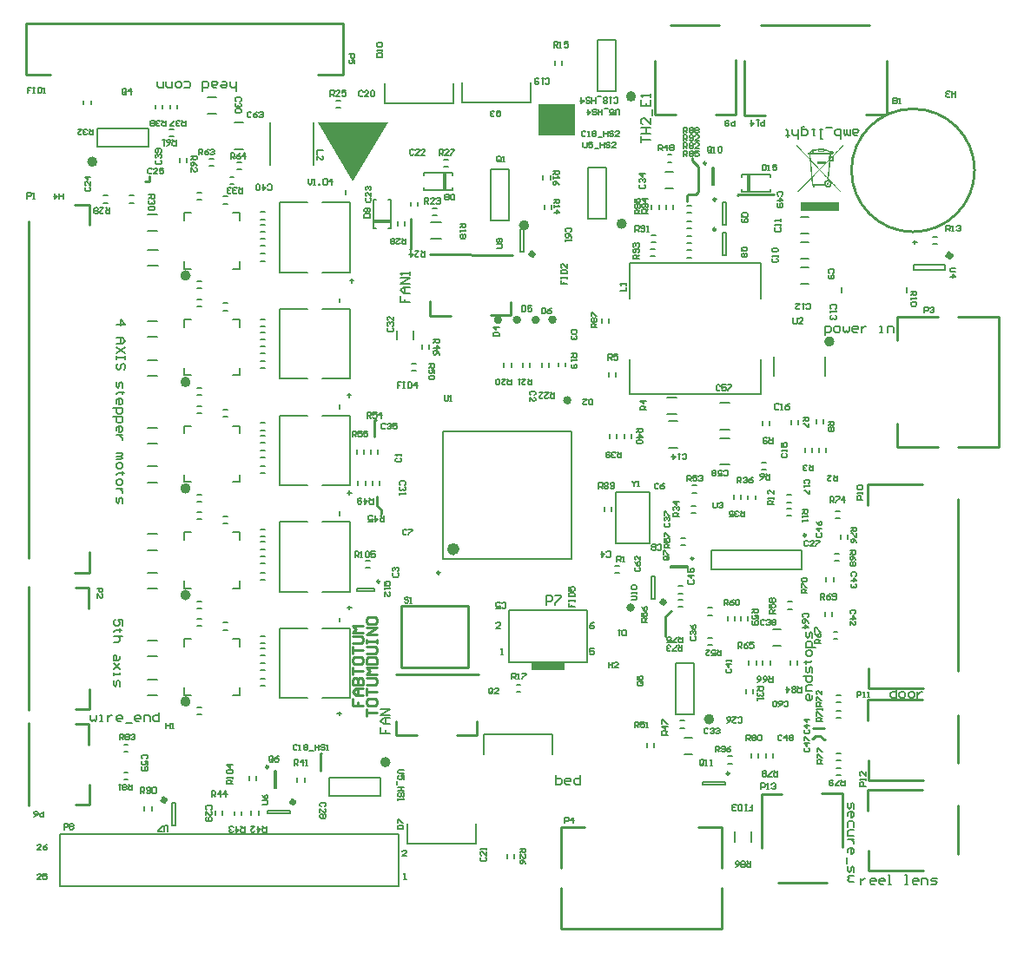
<source format=gto>
%FSLAX25Y25*%
%MOIN*%
G70*
G01*
G75*
G04 Layer_Color=65535*
%ADD10R,0.03543X0.02756*%
%ADD11R,0.02756X0.03543*%
%ADD12R,0.03150X0.03543*%
%ADD13R,0.01181X0.02559*%
%ADD14R,0.13780X0.08465*%
%ADD15R,0.05315X0.11024*%
%ADD16R,0.05906X0.13386*%
%ADD17R,0.03937X0.21654*%
%ADD18R,0.03347X0.01378*%
%ADD19R,0.02559X0.01181*%
%ADD20R,0.03543X0.03150*%
%ADD21C,0.03937*%
%ADD22R,0.13386X0.05906*%
%ADD23R,0.17716X0.03937*%
%ADD24R,0.12402X0.12402*%
%ADD25O,0.04134X0.00787*%
%ADD26O,0.00787X0.04134*%
%ADD27O,0.02362X0.08661*%
%ADD28R,0.21654X0.03937*%
%ADD29R,0.02756X0.13583*%
%ADD30R,0.25590X0.05709*%
%ADD31R,0.02362X0.04331*%
%ADD32R,0.01378X0.03543*%
%ADD33R,0.21850X0.21260*%
%ADD34R,0.03937X0.12008*%
%ADD35R,0.02362X0.03543*%
%ADD36R,0.03543X0.02362*%
%ADD37R,0.05118X0.07087*%
%ADD38R,0.07087X0.05118*%
%ADD39O,0.08661X0.02362*%
%ADD40R,0.04528X0.06890*%
%ADD41R,0.09055X0.12205*%
%ADD42R,0.00980X0.04331*%
%ADD43R,0.05000X0.11496*%
%ADD44R,0.11496X0.05000*%
%ADD45R,0.09449X0.06693*%
%ADD46O,0.01181X0.07087*%
%ADD47O,0.07087X0.01181*%
%ADD48R,0.15157X0.20276*%
%ADD49R,0.12205X0.07874*%
%ADD50R,0.03347X0.04134*%
%ADD51R,0.04134X0.03347*%
%ADD52R,0.03937X0.17716*%
%ADD53R,0.12598X0.03937*%
%ADD54R,0.01378X0.03347*%
%ADD55R,0.06890X0.04528*%
%ADD56C,0.00800*%
%ADD57C,0.01200*%
%ADD58C,0.00600*%
%ADD59C,0.02000*%
%ADD60C,0.01000*%
%ADD61C,0.02500*%
%ADD62C,0.01500*%
%ADD63R,0.10255X0.13405*%
%ADD64R,0.05906X0.05906*%
%ADD65C,0.05906*%
%ADD66C,0.23622*%
%ADD67C,0.06000*%
%ADD68C,0.02400*%
%ADD69C,0.04000*%
%ADD70C,0.05943*%
%ADD71C,0.05550*%
%ADD72C,0.03600*%
%ADD73C,0.14998*%
%ADD74C,0.00984*%
%ADD75C,0.02362*%
%ADD76C,0.01575*%
%ADD77C,0.00787*%
%ADD78R,0.06700X0.01600*%
%ADD79R,0.01600X0.06700*%
%ADD80R,0.12900X0.03400*%
%ADD81R,0.14400X0.11900*%
G36*
X127350Y272000D02*
X113850Y294800D01*
X140950D01*
X127350Y272000D01*
D02*
G37*
G36*
X315623Y286200D02*
Y286157D01*
Y286114D01*
Y286071D01*
Y286029D01*
Y285986D01*
Y285943D01*
Y285900D01*
Y285857D01*
Y285814D01*
Y285771D01*
Y285728D01*
X315580D01*
Y285685D01*
X315537D01*
Y285642D01*
X315494D01*
Y285599D01*
X315451D01*
Y285556D01*
X315408D01*
Y285513D01*
X315365D01*
Y285470D01*
X315322D01*
Y285427D01*
X315279D01*
Y285385D01*
X315236D01*
Y285342D01*
X315193D01*
Y285299D01*
X315150D01*
Y285256D01*
X315107D01*
Y285213D01*
X315065D01*
Y285170D01*
X315021D01*
Y285127D01*
X314979D01*
Y285084D01*
X314936D01*
Y285041D01*
X314893D01*
Y284998D01*
X314850D01*
Y284955D01*
X314807D01*
Y284912D01*
X314764D01*
Y284869D01*
X314721D01*
Y284826D01*
X314678D01*
Y284784D01*
X314635D01*
Y284741D01*
X314592D01*
Y284698D01*
X314549D01*
Y284655D01*
X314506D01*
Y284612D01*
X314463D01*
Y284569D01*
X314421D01*
Y284526D01*
X314378D01*
Y284483D01*
X314335D01*
Y284440D01*
X314292D01*
Y284397D01*
X314249D01*
Y284354D01*
X314206D01*
Y284311D01*
X314163D01*
Y284268D01*
X314120D01*
Y284226D01*
X314077D01*
Y284183D01*
X314034D01*
Y284140D01*
X313991D01*
Y284097D01*
X313948D01*
Y284054D01*
X313905D01*
Y284011D01*
X313862D01*
Y283968D01*
Y283925D01*
X313820D01*
Y283882D01*
X313777D01*
Y283839D01*
X313734D01*
Y283796D01*
X313691D01*
Y283753D01*
X313648D01*
Y283710D01*
X313605D01*
Y283667D01*
X313562D01*
Y283625D01*
X313519D01*
Y283581D01*
X313476D01*
Y283539D01*
X313433D01*
Y283496D01*
X313390D01*
Y283453D01*
X313347D01*
Y283410D01*
X313304D01*
Y283367D01*
X313261D01*
Y283324D01*
X313218D01*
Y283281D01*
X313176D01*
Y283238D01*
X313133D01*
Y283195D01*
X313090D01*
Y283152D01*
X313047D01*
Y283109D01*
X313004D01*
Y283066D01*
X312961D01*
Y283024D01*
X312918D01*
Y282980D01*
X312875D01*
Y282938D01*
X312832D01*
Y282895D01*
X312789D01*
Y282852D01*
X312746D01*
Y282809D01*
X312703D01*
Y282766D01*
X312660D01*
Y282723D01*
X312617D01*
Y282680D01*
X312575D01*
Y282637D01*
X312532D01*
Y282594D01*
X312489D01*
Y282551D01*
X312446D01*
Y282508D01*
X312403D01*
Y282465D01*
X312360D01*
Y282422D01*
X312317D01*
Y282380D01*
X312274D01*
Y282337D01*
X312231D01*
Y282294D01*
X312188D01*
Y282251D01*
X312145D01*
Y282208D01*
X312102D01*
Y282165D01*
X312059D01*
Y282122D01*
X312017D01*
Y282079D01*
X311974D01*
Y282036D01*
X311931D01*
Y281993D01*
X311888D01*
Y281950D01*
X311845D01*
Y281907D01*
X311802D01*
Y281864D01*
X311759D01*
Y281821D01*
X311716D01*
Y281779D01*
X311673D01*
Y281736D01*
Y281693D01*
X311759D01*
Y281650D01*
Y281607D01*
Y281564D01*
Y281521D01*
Y281478D01*
Y281435D01*
Y281392D01*
Y281349D01*
Y281306D01*
Y281263D01*
Y281220D01*
Y281177D01*
Y281135D01*
Y281092D01*
Y281049D01*
Y281006D01*
Y280963D01*
Y280920D01*
Y280877D01*
Y280834D01*
Y280791D01*
Y280748D01*
Y280705D01*
Y280662D01*
Y280619D01*
Y280576D01*
Y280534D01*
Y280491D01*
Y280448D01*
Y280405D01*
Y280362D01*
Y280319D01*
Y280276D01*
Y280233D01*
Y280190D01*
Y280147D01*
Y280104D01*
Y280061D01*
Y280018D01*
Y279976D01*
Y279932D01*
X310600D01*
Y279890D01*
Y279847D01*
Y279804D01*
X310557D01*
Y279761D01*
Y279718D01*
Y279675D01*
Y279632D01*
Y279589D01*
Y279546D01*
Y279503D01*
Y279460D01*
Y279417D01*
Y279374D01*
X310514D01*
Y279331D01*
Y279289D01*
Y279246D01*
Y279203D01*
Y279160D01*
Y279117D01*
Y279074D01*
Y279031D01*
Y278988D01*
Y278945D01*
Y278902D01*
X310471D01*
Y278859D01*
Y278816D01*
Y278773D01*
Y278731D01*
Y278688D01*
Y278645D01*
Y278602D01*
Y278559D01*
Y278516D01*
Y278473D01*
Y278430D01*
X310428D01*
Y278387D01*
Y278344D01*
Y278301D01*
Y278258D01*
Y278215D01*
Y278172D01*
Y278130D01*
Y278086D01*
Y278044D01*
Y278001D01*
Y277958D01*
X310385D01*
Y277915D01*
Y277872D01*
Y277829D01*
Y277786D01*
Y277743D01*
Y277700D01*
Y277657D01*
Y277614D01*
Y277571D01*
Y277529D01*
X310342D01*
Y277485D01*
Y277443D01*
Y277400D01*
Y277357D01*
Y277314D01*
Y277271D01*
Y277228D01*
Y277185D01*
Y277142D01*
Y277099D01*
Y277056D01*
X310299D01*
Y277013D01*
Y276970D01*
Y276927D01*
Y276885D01*
Y276842D01*
Y276799D01*
Y276756D01*
Y276713D01*
Y276670D01*
Y276627D01*
Y276584D01*
X310256D01*
Y276541D01*
Y276498D01*
Y276455D01*
Y276412D01*
Y276369D01*
Y276326D01*
Y276284D01*
Y276241D01*
Y276198D01*
Y276155D01*
Y276112D01*
X310213D01*
Y276069D01*
Y276026D01*
Y275983D01*
Y275940D01*
Y275897D01*
Y275854D01*
Y275811D01*
Y275768D01*
Y275725D01*
Y275682D01*
X310171D01*
Y275640D01*
Y275597D01*
Y275554D01*
Y275511D01*
Y275468D01*
Y275425D01*
Y275382D01*
Y275339D01*
Y275296D01*
Y275253D01*
Y275210D01*
X310128D01*
Y275167D01*
Y275124D01*
Y275081D01*
Y275039D01*
Y274996D01*
Y274953D01*
Y274910D01*
Y274867D01*
Y274824D01*
Y274781D01*
Y274738D01*
X310085D01*
Y274695D01*
Y274652D01*
Y274609D01*
Y274566D01*
Y274523D01*
Y274480D01*
Y274437D01*
Y274395D01*
Y274352D01*
Y274309D01*
X310042D01*
Y274266D01*
Y274223D01*
Y274180D01*
Y274137D01*
Y274094D01*
Y274051D01*
Y274008D01*
Y273965D01*
Y273922D01*
Y273879D01*
Y273836D01*
X309999D01*
Y273794D01*
Y273751D01*
Y273708D01*
Y273665D01*
Y273622D01*
Y273579D01*
Y273536D01*
Y273493D01*
Y273450D01*
Y273407D01*
Y273364D01*
X309956D01*
Y273321D01*
Y273278D01*
Y273236D01*
Y273193D01*
X309999D01*
Y273150D01*
X310042D01*
Y273107D01*
Y273064D01*
X310085D01*
Y273021D01*
X310128D01*
Y272978D01*
X310171D01*
Y272935D01*
X310213D01*
Y272892D01*
X310256D01*
Y272849D01*
X310299D01*
Y272806D01*
X310342D01*
Y272763D01*
X310385D01*
Y272720D01*
X310428D01*
Y272677D01*
X310471D01*
Y272635D01*
X310514D01*
Y272591D01*
X310557D01*
Y272549D01*
X310600D01*
Y272506D01*
X310643D01*
Y272463D01*
X310686D01*
Y272420D01*
X310729D01*
Y272377D01*
X310771D01*
Y272334D01*
X310814D01*
Y272291D01*
X310857D01*
Y272248D01*
Y272205D01*
X310900D01*
Y272162D01*
X310943D01*
Y272119D01*
X310986D01*
Y272076D01*
X311029D01*
Y272033D01*
X311072D01*
Y271990D01*
X311115D01*
Y271948D01*
X311158D01*
Y271905D01*
X311201D01*
Y271862D01*
X311244D01*
Y271819D01*
X311287D01*
Y271776D01*
X311330D01*
Y271733D01*
X311372D01*
Y271690D01*
X311416D01*
Y271647D01*
X311458D01*
Y271604D01*
X311501D01*
Y271561D01*
X311544D01*
Y271518D01*
X311587D01*
Y271475D01*
X311630D01*
Y271432D01*
X311673D01*
Y271390D01*
Y271347D01*
X311716D01*
Y271304D01*
X311759D01*
Y271261D01*
X311802D01*
Y271218D01*
X311845D01*
Y271175D01*
X311888D01*
Y271132D01*
X311931D01*
Y271089D01*
X311974D01*
Y271046D01*
X312017D01*
Y271003D01*
X312059D01*
Y270960D01*
X312102D01*
Y270917D01*
X312145D01*
Y270874D01*
X312188D01*
Y270831D01*
X312231D01*
Y270789D01*
X312274D01*
Y270746D01*
X312317D01*
Y270703D01*
X312360D01*
Y270660D01*
X312403D01*
Y270617D01*
X312446D01*
Y270574D01*
X312489D01*
Y270531D01*
Y270488D01*
X312532D01*
Y270445D01*
X312575D01*
Y270402D01*
X312617D01*
Y270359D01*
X312660D01*
Y270316D01*
X312703D01*
Y270273D01*
X312746D01*
Y270230D01*
X312789D01*
Y270187D01*
X312832D01*
Y270145D01*
X312875D01*
Y270102D01*
X312918D01*
Y270059D01*
X312961D01*
Y270016D01*
X313004D01*
Y269973D01*
X313047D01*
Y269930D01*
X313090D01*
Y269887D01*
X313133D01*
Y269844D01*
X313176D01*
Y269801D01*
X313218D01*
Y269758D01*
X313261D01*
Y269715D01*
Y269672D01*
X313304D01*
Y269629D01*
X313347D01*
Y269586D01*
X313390D01*
Y269544D01*
X313433D01*
Y269501D01*
X313476D01*
Y269458D01*
X313519D01*
Y269415D01*
X313562D01*
Y269372D01*
X313605D01*
Y269329D01*
X313648D01*
Y269286D01*
X313691D01*
Y269243D01*
X313734D01*
Y269200D01*
X313777D01*
Y269157D01*
X313820D01*
Y269114D01*
X313862D01*
Y269071D01*
X313905D01*
Y269028D01*
X313948D01*
Y268985D01*
X313991D01*
Y268942D01*
X314034D01*
Y268900D01*
X314077D01*
Y268857D01*
Y268814D01*
X314120D01*
Y268771D01*
X314163D01*
Y268728D01*
X314206D01*
Y268685D01*
X314249D01*
Y268642D01*
X314292D01*
Y268599D01*
X314335D01*
Y268556D01*
X314378D01*
Y268513D01*
X314421D01*
Y268470D01*
X314463D01*
Y268427D01*
X314506D01*
Y268384D01*
X314549D01*
Y268341D01*
Y268299D01*
X314506D01*
Y268256D01*
X314463D01*
Y268213D01*
X314421D01*
Y268170D01*
X314378D01*
Y268127D01*
X314335D01*
Y268084D01*
X314292D01*
Y268127D01*
X314249D01*
Y268170D01*
X314206D01*
Y268213D01*
X314163D01*
Y268256D01*
X314120D01*
Y268299D01*
X314077D01*
Y268341D01*
X314034D01*
Y268384D01*
X313991D01*
Y268427D01*
X313948D01*
Y268470D01*
X313905D01*
Y268513D01*
X313862D01*
Y268556D01*
X313820D01*
Y268599D01*
X313777D01*
Y268642D01*
Y268685D01*
X313734D01*
Y268728D01*
X313691D01*
Y268771D01*
X313648D01*
Y268814D01*
X313605D01*
Y268857D01*
X313562D01*
Y268900D01*
X313519D01*
Y268942D01*
X313476D01*
Y268985D01*
X313433D01*
Y269028D01*
X313390D01*
Y269071D01*
X313347D01*
Y269114D01*
X313304D01*
Y269157D01*
X313261D01*
Y269200D01*
X313218D01*
Y269243D01*
X313176D01*
Y269286D01*
X313133D01*
Y269329D01*
X313090D01*
Y269372D01*
X313047D01*
Y269415D01*
X313004D01*
Y269458D01*
Y269501D01*
X312961D01*
Y269544D01*
X312918D01*
Y269586D01*
X312875D01*
Y269629D01*
X312832D01*
Y269672D01*
X312789D01*
Y269715D01*
X312746D01*
Y269758D01*
X312703D01*
Y269801D01*
X312660D01*
Y269844D01*
X312617D01*
Y269887D01*
X312575D01*
Y269930D01*
X312532D01*
Y269973D01*
X312489D01*
Y270016D01*
X312446D01*
Y270059D01*
X312403D01*
Y270102D01*
X312360D01*
Y270145D01*
X312317D01*
Y270187D01*
X312274D01*
Y270230D01*
X312231D01*
Y270273D01*
X312188D01*
Y270316D01*
Y270359D01*
X312145D01*
Y270402D01*
X312102D01*
Y270445D01*
X312059D01*
Y270488D01*
X312017D01*
Y270531D01*
X311974D01*
Y270574D01*
X311931D01*
Y270617D01*
X311888D01*
Y270660D01*
X311845D01*
Y270703D01*
X311802D01*
Y270746D01*
X311759D01*
Y270789D01*
X311716D01*
Y270831D01*
X311673D01*
Y270874D01*
X311630D01*
Y270917D01*
X311587D01*
Y270960D01*
X311544D01*
Y271003D01*
X311501D01*
Y271046D01*
X311458D01*
Y271089D01*
X311416D01*
Y271132D01*
Y271175D01*
X311372D01*
Y271218D01*
X311330D01*
Y271261D01*
X311287D01*
Y271304D01*
X311244D01*
Y271347D01*
X311201D01*
Y271390D01*
X311158D01*
Y271432D01*
X311115D01*
Y271475D01*
X311029D01*
Y271432D01*
Y271390D01*
Y271347D01*
X311072D01*
Y271304D01*
Y271261D01*
Y271218D01*
Y271175D01*
Y271132D01*
X311029D01*
Y271089D01*
Y271046D01*
Y271003D01*
Y270960D01*
Y270917D01*
Y270874D01*
X310986D01*
Y270831D01*
Y270789D01*
Y270746D01*
X310943D01*
Y270703D01*
Y270660D01*
Y270617D01*
X310900D01*
Y270574D01*
Y270531D01*
X310857D01*
Y270488D01*
X310814D01*
Y270445D01*
Y270402D01*
X310771D01*
Y270359D01*
X310729D01*
Y270316D01*
Y270273D01*
X310686D01*
Y270230D01*
X310643D01*
Y270187D01*
X310600D01*
Y270145D01*
X310557D01*
Y270102D01*
X310514D01*
Y270059D01*
X310428D01*
Y270016D01*
X310385D01*
Y269973D01*
X310299D01*
Y269930D01*
X310213D01*
Y269887D01*
X310128D01*
Y269844D01*
X309999D01*
Y269801D01*
X309827D01*
Y269758D01*
X309355D01*
Y269801D01*
X309183D01*
Y269844D01*
X309054D01*
Y269887D01*
X308968D01*
Y269930D01*
X308883D01*
Y269973D01*
X308797D01*
Y270016D01*
X308754D01*
Y270059D01*
X308711D01*
Y270102D01*
X308625D01*
Y270145D01*
X308582D01*
Y270187D01*
X308539D01*
Y270230D01*
X308496D01*
Y270273D01*
X308453D01*
Y270316D01*
Y270359D01*
X308410D01*
Y270402D01*
X308367D01*
Y270445D01*
Y270488D01*
X308325D01*
Y270531D01*
X304632D01*
Y270488D01*
Y270445D01*
Y270402D01*
Y270359D01*
Y270316D01*
Y270273D01*
Y270230D01*
Y270187D01*
Y270145D01*
Y270102D01*
Y270059D01*
Y270016D01*
Y269973D01*
Y269930D01*
Y269887D01*
Y269844D01*
Y269801D01*
Y269758D01*
X303731D01*
Y269801D01*
Y269844D01*
Y269887D01*
Y269930D01*
Y269973D01*
Y270016D01*
Y270059D01*
Y270102D01*
Y270145D01*
Y270187D01*
Y270230D01*
Y270273D01*
Y270316D01*
Y270359D01*
Y270402D01*
Y270445D01*
Y270488D01*
Y270531D01*
Y270574D01*
X303602D01*
Y270617D01*
X303559D01*
Y270660D01*
X303516D01*
Y270703D01*
Y270746D01*
X303473D01*
Y270789D01*
Y270831D01*
Y270874D01*
Y270917D01*
Y270960D01*
Y271003D01*
Y271046D01*
Y271089D01*
Y271132D01*
Y271175D01*
Y271218D01*
X303431D01*
Y271261D01*
Y271304D01*
Y271347D01*
Y271390D01*
Y271432D01*
Y271475D01*
Y271518D01*
Y271561D01*
Y271604D01*
Y271647D01*
Y271690D01*
Y271733D01*
X303388D01*
Y271776D01*
Y271819D01*
Y271862D01*
Y271905D01*
Y271948D01*
Y271990D01*
Y272033D01*
Y272076D01*
Y272119D01*
Y272162D01*
Y272205D01*
X303345D01*
Y272248D01*
Y272291D01*
Y272334D01*
Y272377D01*
Y272420D01*
Y272463D01*
Y272506D01*
Y272549D01*
Y272591D01*
Y272635D01*
Y272677D01*
Y272720D01*
X303302D01*
Y272763D01*
Y272806D01*
Y272849D01*
Y272892D01*
Y272935D01*
Y272978D01*
Y273021D01*
Y273064D01*
Y273107D01*
Y273150D01*
X303216D01*
Y273107D01*
X303173D01*
Y273064D01*
X303130D01*
Y273021D01*
X303087D01*
Y272978D01*
X303044D01*
Y272935D01*
X303001D01*
Y272892D01*
X302958D01*
Y272849D01*
X302915D01*
Y272806D01*
X302872D01*
Y272763D01*
X302830D01*
Y272720D01*
X302787D01*
Y272677D01*
X302744D01*
Y272635D01*
X302701D01*
Y272591D01*
X302658D01*
Y272549D01*
X302615D01*
Y272506D01*
X302572D01*
Y272463D01*
X302529D01*
Y272420D01*
X302486D01*
Y272377D01*
X302443D01*
Y272334D01*
X302400D01*
Y272291D01*
X302357D01*
Y272248D01*
X302314D01*
Y272205D01*
Y272162D01*
X302271D01*
Y272119D01*
X302228D01*
Y272076D01*
X302186D01*
Y272033D01*
X302143D01*
Y271990D01*
X302100D01*
Y271948D01*
X302057D01*
Y271905D01*
X302014D01*
Y271862D01*
X301971D01*
Y271819D01*
X301928D01*
Y271776D01*
X301885D01*
Y271733D01*
X301842D01*
Y271690D01*
X301799D01*
Y271647D01*
X301756D01*
Y271604D01*
X301713D01*
Y271561D01*
X301670D01*
Y271518D01*
X301627D01*
Y271475D01*
X301585D01*
Y271432D01*
X301542D01*
Y271390D01*
X301499D01*
Y271347D01*
X301456D01*
Y271304D01*
X301413D01*
Y271261D01*
X301370D01*
Y271218D01*
X301327D01*
Y271175D01*
X301284D01*
Y271132D01*
X301241D01*
Y271089D01*
X301198D01*
Y271046D01*
X301155D01*
Y271003D01*
X301112D01*
Y270960D01*
X301069D01*
Y270917D01*
X301027D01*
Y270874D01*
X300984D01*
Y270831D01*
X300941D01*
Y270789D01*
X300898D01*
Y270746D01*
X300855D01*
Y270703D01*
X300812D01*
Y270660D01*
X300769D01*
Y270617D01*
X300726D01*
Y270574D01*
X300683D01*
Y270531D01*
X300640D01*
Y270488D01*
X300597D01*
Y270445D01*
X300554D01*
Y270402D01*
X300511D01*
Y270359D01*
X300468D01*
Y270316D01*
X300425D01*
Y270273D01*
X300382D01*
Y270230D01*
X300340D01*
Y270187D01*
X300297D01*
Y270145D01*
X300254D01*
Y270102D01*
X300211D01*
Y270059D01*
X300168D01*
Y270016D01*
X300125D01*
Y269973D01*
X300082D01*
Y269930D01*
X300039D01*
Y269887D01*
X299996D01*
Y269844D01*
Y269801D01*
X299953D01*
Y269758D01*
X299910D01*
Y269715D01*
X299867D01*
Y269672D01*
X299824D01*
Y269629D01*
X299781D01*
Y269586D01*
X299739D01*
Y269544D01*
X299696D01*
Y269501D01*
X299653D01*
Y269458D01*
X299610D01*
Y269415D01*
X299567D01*
Y269372D01*
X299524D01*
Y269329D01*
X299481D01*
Y269286D01*
X299438D01*
Y269243D01*
X299395D01*
Y269200D01*
X299352D01*
Y269157D01*
X299309D01*
Y269114D01*
X299266D01*
Y269071D01*
X299223D01*
Y269028D01*
X299181D01*
Y268985D01*
X299138D01*
Y268942D01*
X299095D01*
Y268900D01*
X299052D01*
Y268857D01*
X299009D01*
Y268814D01*
X298966D01*
Y268771D01*
X298923D01*
Y268728D01*
X298880D01*
Y268685D01*
X298837D01*
Y268642D01*
X298794D01*
Y268599D01*
X298751D01*
Y268556D01*
X298708D01*
Y268513D01*
X298665D01*
Y268470D01*
X298622D01*
Y268427D01*
X298580D01*
Y268384D01*
X298536D01*
Y268341D01*
X298494D01*
Y268299D01*
X298451D01*
Y268256D01*
X298408D01*
Y268213D01*
X298365D01*
Y268170D01*
X298322D01*
Y268127D01*
X298279D01*
Y268084D01*
X298236D01*
Y268041D01*
X298150D01*
Y268084D01*
X298107D01*
Y268127D01*
X298064D01*
Y268170D01*
X298021D01*
Y268213D01*
X297978D01*
Y268256D01*
X297936D01*
Y268299D01*
X297978D01*
Y268341D01*
X298021D01*
Y268384D01*
X298064D01*
Y268427D01*
X298107D01*
Y268470D01*
X298150D01*
Y268513D01*
X298193D01*
Y268556D01*
X298236D01*
Y268599D01*
X298279D01*
Y268642D01*
X298322D01*
Y268685D01*
X298365D01*
Y268728D01*
X298408D01*
Y268771D01*
X298451D01*
Y268814D01*
X298494D01*
Y268857D01*
X298536D01*
Y268900D01*
X298580D01*
Y268942D01*
X298622D01*
Y268985D01*
X298665D01*
Y269028D01*
X298708D01*
Y269071D01*
X298751D01*
Y269114D01*
X298794D01*
Y269157D01*
X298837D01*
Y269200D01*
X298880D01*
Y269243D01*
X298923D01*
Y269286D01*
X298966D01*
Y269329D01*
X299009D01*
Y269372D01*
X299052D01*
Y269415D01*
X299095D01*
Y269458D01*
X299138D01*
Y269501D01*
X299181D01*
Y269544D01*
X299223D01*
Y269586D01*
X299266D01*
Y269629D01*
X299309D01*
Y269672D01*
X299352D01*
Y269715D01*
X299395D01*
Y269758D01*
X299438D01*
Y269801D01*
X299481D01*
Y269844D01*
X299524D01*
Y269887D01*
X299567D01*
Y269930D01*
X299610D01*
Y269973D01*
X299653D01*
Y270016D01*
Y270059D01*
X299696D01*
Y270102D01*
X299739D01*
Y270145D01*
X299781D01*
Y270187D01*
X299824D01*
Y270230D01*
X299867D01*
Y270273D01*
X299910D01*
Y270316D01*
X299953D01*
Y270359D01*
X299996D01*
Y270402D01*
X300039D01*
Y270445D01*
X300082D01*
Y270488D01*
X300125D01*
Y270531D01*
X300168D01*
Y270574D01*
X300211D01*
Y270617D01*
X300254D01*
Y270660D01*
X300297D01*
Y270703D01*
X300340D01*
Y270746D01*
X300382D01*
Y270789D01*
X300425D01*
Y270831D01*
X300468D01*
Y270874D01*
X300511D01*
Y270917D01*
X300554D01*
Y270960D01*
X300597D01*
Y271003D01*
X300640D01*
Y271046D01*
X300683D01*
Y271089D01*
X300726D01*
Y271132D01*
X300769D01*
Y271175D01*
X300812D01*
Y271218D01*
X300855D01*
Y271261D01*
X300898D01*
Y271304D01*
X300941D01*
Y271347D01*
X300984D01*
Y271390D01*
X301027D01*
Y271432D01*
X301069D01*
Y271475D01*
X301112D01*
Y271518D01*
X301155D01*
Y271561D01*
X301198D01*
Y271604D01*
X301241D01*
Y271647D01*
X301284D01*
Y271690D01*
X301327D01*
Y271733D01*
X301370D01*
Y271776D01*
X301413D01*
Y271819D01*
X301456D01*
Y271862D01*
X301499D01*
Y271905D01*
X301542D01*
Y271948D01*
X301585D01*
Y271990D01*
X301627D01*
Y272033D01*
X301670D01*
Y272076D01*
X301713D01*
Y272119D01*
X301756D01*
Y272162D01*
X301799D01*
Y272205D01*
X301842D01*
Y272248D01*
X301885D01*
Y272291D01*
X301928D01*
Y272334D01*
X301971D01*
Y272377D01*
X302014D01*
Y272420D01*
X302057D01*
Y272463D01*
Y272506D01*
X302100D01*
Y272549D01*
X302143D01*
Y272591D01*
X302186D01*
Y272635D01*
X302228D01*
Y272677D01*
X302271D01*
Y272720D01*
X302314D01*
Y272763D01*
X302357D01*
Y272806D01*
X302400D01*
Y272849D01*
X302443D01*
Y272892D01*
X302486D01*
Y272935D01*
X302529D01*
Y272978D01*
X302572D01*
Y273021D01*
X302615D01*
Y273064D01*
X302658D01*
Y273107D01*
X302701D01*
Y273150D01*
X302744D01*
Y273193D01*
X302787D01*
Y273236D01*
X302830D01*
Y273278D01*
X302872D01*
Y273321D01*
X302915D01*
Y273364D01*
X302958D01*
Y273407D01*
X303001D01*
Y273450D01*
X303044D01*
Y273493D01*
X303087D01*
Y273536D01*
X303130D01*
Y273579D01*
X303173D01*
Y273622D01*
X303216D01*
Y273665D01*
X303259D01*
Y273708D01*
X303216D01*
Y273751D01*
Y273794D01*
Y273836D01*
Y273879D01*
Y273922D01*
Y273965D01*
Y274008D01*
Y274051D01*
Y274094D01*
Y274137D01*
Y274180D01*
Y274223D01*
X303173D01*
Y274266D01*
Y274309D01*
Y274352D01*
Y274395D01*
Y274437D01*
Y274480D01*
Y274523D01*
Y274566D01*
Y274609D01*
Y274652D01*
Y274695D01*
X303130D01*
Y274738D01*
Y274781D01*
Y274824D01*
Y274867D01*
Y274910D01*
Y274953D01*
Y274996D01*
Y275039D01*
Y275081D01*
Y275124D01*
Y275167D01*
Y275210D01*
X303087D01*
Y275253D01*
Y275296D01*
Y275339D01*
Y275382D01*
Y275425D01*
Y275468D01*
Y275511D01*
Y275554D01*
Y275597D01*
Y275640D01*
Y275682D01*
Y275725D01*
X303044D01*
Y275768D01*
Y275811D01*
Y275854D01*
Y275897D01*
Y275940D01*
Y275983D01*
Y276026D01*
Y276069D01*
Y276112D01*
Y276155D01*
Y276198D01*
X303001D01*
Y276241D01*
Y276284D01*
Y276326D01*
Y276369D01*
Y276412D01*
Y276455D01*
Y276498D01*
Y276541D01*
Y276584D01*
Y276627D01*
Y276670D01*
Y276713D01*
X302958D01*
Y276756D01*
Y276799D01*
Y276842D01*
Y276885D01*
Y276927D01*
Y276970D01*
Y277013D01*
Y277056D01*
Y277099D01*
Y277142D01*
Y277185D01*
Y277228D01*
X302915D01*
Y277271D01*
Y277314D01*
Y277357D01*
Y277400D01*
Y277443D01*
Y277485D01*
Y277529D01*
Y277571D01*
Y277614D01*
Y277657D01*
Y277700D01*
X302872D01*
Y277743D01*
Y277786D01*
Y277829D01*
Y277872D01*
Y277915D01*
Y277958D01*
Y278001D01*
Y278044D01*
Y278086D01*
Y278130D01*
Y278172D01*
Y278215D01*
X302830D01*
Y278258D01*
Y278301D01*
Y278344D01*
Y278387D01*
Y278430D01*
Y278473D01*
Y278516D01*
Y278559D01*
Y278602D01*
Y278645D01*
Y278688D01*
X302787D01*
Y278731D01*
Y278773D01*
Y278816D01*
Y278859D01*
Y278902D01*
Y278945D01*
Y278988D01*
Y279031D01*
Y279074D01*
Y279117D01*
Y279160D01*
Y279203D01*
X302744D01*
Y279246D01*
Y279289D01*
Y279331D01*
Y279374D01*
Y279417D01*
Y279460D01*
Y279503D01*
Y279546D01*
Y279589D01*
Y279632D01*
Y279675D01*
Y279718D01*
X302701D01*
Y279761D01*
Y279804D01*
Y279847D01*
Y279890D01*
Y279932D01*
Y279976D01*
Y280018D01*
Y280061D01*
Y280104D01*
Y280147D01*
Y280190D01*
X302658D01*
Y280233D01*
Y280276D01*
Y280319D01*
Y280362D01*
Y280405D01*
X302615D01*
Y280448D01*
X302572D01*
Y280491D01*
X302529D01*
Y280534D01*
X302486D01*
Y280576D01*
X302443D01*
Y280619D01*
X302400D01*
Y280662D01*
X302357D01*
Y280705D01*
X302314D01*
Y280748D01*
X302271D01*
Y280791D01*
X302228D01*
Y280834D01*
X302186D01*
Y280877D01*
X302143D01*
Y280920D01*
X302100D01*
Y280963D01*
X302057D01*
Y281006D01*
X302014D01*
Y281049D01*
Y281092D01*
X301971D01*
Y281135D01*
X301928D01*
Y281177D01*
X301885D01*
Y281220D01*
X301842D01*
Y281263D01*
X301799D01*
Y281306D01*
X301756D01*
Y281349D01*
X301713D01*
Y281392D01*
X301670D01*
Y281435D01*
X301627D01*
Y281478D01*
X301585D01*
Y281521D01*
X301542D01*
Y281564D01*
X301499D01*
Y281607D01*
X301456D01*
Y281650D01*
X301413D01*
Y281693D01*
X301370D01*
Y281736D01*
X301327D01*
Y281779D01*
X301284D01*
Y281821D01*
X301241D01*
Y281864D01*
Y281907D01*
X301198D01*
Y281950D01*
X301155D01*
Y281993D01*
X301112D01*
Y282036D01*
X301069D01*
Y282079D01*
X301027D01*
Y282122D01*
X300984D01*
Y282165D01*
X300941D01*
Y282208D01*
X300898D01*
Y282251D01*
X300855D01*
Y282294D01*
X300812D01*
Y282337D01*
X300769D01*
Y282380D01*
X300726D01*
Y282422D01*
X300683D01*
Y282465D01*
X300640D01*
Y282508D01*
X300597D01*
Y282551D01*
X300554D01*
Y282594D01*
X300511D01*
Y282637D01*
X300468D01*
Y282680D01*
Y282723D01*
X300425D01*
Y282766D01*
X300382D01*
Y282809D01*
X300340D01*
Y282852D01*
X300297D01*
Y282895D01*
X300254D01*
Y282938D01*
X300211D01*
Y282980D01*
X300168D01*
Y283024D01*
X300125D01*
Y283066D01*
X300082D01*
Y283109D01*
X300039D01*
Y283152D01*
X299996D01*
Y283195D01*
X299953D01*
Y283238D01*
X299910D01*
Y283281D01*
X299867D01*
Y283324D01*
X299824D01*
Y283367D01*
X299781D01*
Y283410D01*
X299739D01*
Y283453D01*
X299696D01*
Y283496D01*
Y283539D01*
X299653D01*
Y283581D01*
X299610D01*
Y283625D01*
X299567D01*
Y283667D01*
X299524D01*
Y283710D01*
X299481D01*
Y283753D01*
X299438D01*
Y283796D01*
X299395D01*
Y283839D01*
X299352D01*
Y283882D01*
X299309D01*
Y283925D01*
X299266D01*
Y283968D01*
X299223D01*
Y284011D01*
X299181D01*
Y284054D01*
X299138D01*
Y284097D01*
X299095D01*
Y284140D01*
X299052D01*
Y284183D01*
X299009D01*
Y284226D01*
X298966D01*
Y284268D01*
X298923D01*
Y284311D01*
Y284354D01*
X298880D01*
Y284397D01*
X298837D01*
Y284440D01*
X298794D01*
Y284483D01*
X298751D01*
Y284526D01*
X298708D01*
Y284569D01*
X298665D01*
Y284612D01*
X298622D01*
Y284655D01*
X298580D01*
Y284698D01*
X298536D01*
Y284741D01*
X298494D01*
Y284784D01*
X298451D01*
Y284826D01*
X298408D01*
Y284869D01*
X298365D01*
Y284912D01*
X298322D01*
Y284955D01*
X298279D01*
Y284998D01*
X298236D01*
Y285041D01*
X298193D01*
Y285084D01*
X298150D01*
Y285127D01*
X298107D01*
Y285170D01*
Y285213D01*
X298064D01*
Y285256D01*
X298021D01*
Y285299D01*
X297978D01*
Y285342D01*
X297936D01*
Y285385D01*
X297893D01*
Y285427D01*
X297850D01*
Y285470D01*
X297807D01*
Y285513D01*
X297764D01*
Y285556D01*
X297721D01*
Y285599D01*
X297678D01*
Y285642D01*
X297635D01*
Y285685D01*
X297592D01*
Y285728D01*
Y285771D01*
Y285814D01*
Y285857D01*
Y285900D01*
Y285943D01*
Y285986D01*
Y286029D01*
Y286071D01*
Y286114D01*
Y286157D01*
Y286200D01*
X297635D01*
Y286157D01*
X297678D01*
Y286114D01*
X297721D01*
Y286071D01*
X297764D01*
Y286029D01*
X297807D01*
Y285986D01*
X297850D01*
Y285943D01*
X297893D01*
Y285900D01*
X297936D01*
Y285857D01*
Y285814D01*
X297978D01*
Y285771D01*
X298021D01*
Y285728D01*
X298064D01*
Y285685D01*
X298107D01*
Y285642D01*
X298150D01*
Y285599D01*
X298193D01*
Y285556D01*
X298236D01*
Y285513D01*
X298279D01*
Y285470D01*
X298322D01*
Y285427D01*
X298365D01*
Y285385D01*
X298408D01*
Y285342D01*
X298451D01*
Y285299D01*
X298494D01*
Y285256D01*
X298536D01*
Y285213D01*
X298580D01*
Y285170D01*
X298622D01*
Y285127D01*
X298665D01*
Y285084D01*
X298708D01*
Y285041D01*
X298751D01*
Y284998D01*
Y284955D01*
X298794D01*
Y284912D01*
X298837D01*
Y284869D01*
X298880D01*
Y284826D01*
X298923D01*
Y284784D01*
X298966D01*
Y284741D01*
X299009D01*
Y284698D01*
X299052D01*
Y284655D01*
X299095D01*
Y284612D01*
X299138D01*
Y284569D01*
X299181D01*
Y284526D01*
X299223D01*
Y284483D01*
X299266D01*
Y284440D01*
X299309D01*
Y284397D01*
X299352D01*
Y284354D01*
X299395D01*
Y284311D01*
X299438D01*
Y284268D01*
X299481D01*
Y284226D01*
X299524D01*
Y284183D01*
X299567D01*
Y284140D01*
Y284097D01*
X299610D01*
Y284054D01*
X299653D01*
Y284011D01*
X299696D01*
Y283968D01*
X299739D01*
Y283925D01*
X299781D01*
Y283882D01*
X299824D01*
Y283839D01*
X299867D01*
Y283796D01*
X299910D01*
Y283753D01*
X299953D01*
Y283710D01*
X299996D01*
Y283667D01*
X300039D01*
Y283625D01*
X300082D01*
Y283581D01*
X300125D01*
Y283539D01*
X300168D01*
Y283496D01*
X300211D01*
Y283453D01*
X300254D01*
Y283410D01*
X300297D01*
Y283367D01*
X300340D01*
Y283324D01*
Y283281D01*
X300382D01*
Y283238D01*
X300425D01*
Y283195D01*
X300468D01*
Y283152D01*
X300511D01*
Y283109D01*
X300554D01*
Y283066D01*
X300597D01*
Y283024D01*
X300640D01*
Y282980D01*
X300683D01*
Y282938D01*
X300726D01*
Y282895D01*
X300769D01*
Y282852D01*
X300812D01*
Y282809D01*
X300855D01*
Y282766D01*
X300898D01*
Y282723D01*
X300941D01*
Y282680D01*
X300984D01*
Y282637D01*
X301027D01*
Y282594D01*
X301069D01*
Y282551D01*
X301112D01*
Y282508D01*
X301155D01*
Y282465D01*
Y282422D01*
X301198D01*
Y282380D01*
X301241D01*
Y282337D01*
X301284D01*
Y282294D01*
X301327D01*
Y282251D01*
X301370D01*
Y282208D01*
X301413D01*
Y282165D01*
X301456D01*
Y282122D01*
X301499D01*
Y282079D01*
X301542D01*
Y282036D01*
X301585D01*
Y281993D01*
X301627D01*
Y281950D01*
X301670D01*
Y281907D01*
X301713D01*
Y281864D01*
X301756D01*
Y281821D01*
X301799D01*
Y281779D01*
X301842D01*
Y281736D01*
X301885D01*
Y281693D01*
X301928D01*
Y281650D01*
X301971D01*
Y281607D01*
Y281564D01*
X302014D01*
Y281521D01*
X302057D01*
Y281478D01*
X302100D01*
Y281435D01*
X302143D01*
Y281392D01*
X302186D01*
Y281349D01*
X302228D01*
Y281306D01*
X302271D01*
Y281263D01*
X302314D01*
Y281220D01*
X302357D01*
Y281177D01*
X302400D01*
Y281135D01*
X302443D01*
Y281092D01*
X302486D01*
Y281049D01*
X302529D01*
Y281006D01*
X302572D01*
Y280963D01*
X302615D01*
Y281006D01*
Y281049D01*
Y281092D01*
Y281135D01*
Y281177D01*
Y281220D01*
X302572D01*
Y281263D01*
Y281306D01*
Y281349D01*
Y281392D01*
Y281435D01*
Y281478D01*
Y281521D01*
Y281564D01*
Y281607D01*
Y281650D01*
Y281693D01*
X302529D01*
Y281736D01*
Y281779D01*
Y281821D01*
Y281864D01*
Y281907D01*
Y281950D01*
Y281993D01*
Y282036D01*
Y282079D01*
Y282122D01*
Y282165D01*
Y282208D01*
X302486D01*
Y282251D01*
Y282294D01*
Y282337D01*
Y282380D01*
Y282422D01*
Y282465D01*
Y282508D01*
Y282551D01*
X301842D01*
Y282594D01*
Y282637D01*
Y282680D01*
Y282723D01*
Y282766D01*
Y282809D01*
Y282852D01*
Y282895D01*
Y282938D01*
Y282980D01*
Y283024D01*
X302400D01*
Y283066D01*
X302443D01*
Y283109D01*
Y283152D01*
X302486D01*
Y283195D01*
Y283238D01*
X302529D01*
Y283281D01*
Y283324D01*
X302572D01*
Y283367D01*
X302615D01*
Y283410D01*
Y283453D01*
X302658D01*
Y283496D01*
X302701D01*
Y283539D01*
X302744D01*
Y283581D01*
X302787D01*
Y283625D01*
X302830D01*
Y283667D01*
X302872D01*
Y283710D01*
X302915D01*
Y283753D01*
X302958D01*
Y283796D01*
X303044D01*
Y283839D01*
X303087D01*
Y283882D01*
X303173D01*
Y283925D01*
X303259D01*
Y283968D01*
X303345D01*
Y284011D01*
X303431D01*
Y284054D01*
X303473D01*
Y284097D01*
Y284140D01*
Y284183D01*
Y284226D01*
Y284268D01*
Y284311D01*
Y284354D01*
Y284397D01*
X304289D01*
Y284354D01*
X304504D01*
Y284397D01*
X304718D01*
Y284440D01*
X305019D01*
Y284483D01*
X305362D01*
Y284526D01*
X305749D01*
Y284569D01*
Y284612D01*
Y284655D01*
Y284698D01*
Y284741D01*
X308239D01*
Y284698D01*
Y284655D01*
Y284612D01*
Y284569D01*
Y284526D01*
Y284483D01*
X308367D01*
Y284440D01*
X308625D01*
Y284397D01*
X308840D01*
Y284354D01*
X309054D01*
Y284311D01*
X309226D01*
Y284268D01*
X309355D01*
Y284226D01*
X309484D01*
Y284183D01*
X309612D01*
Y284140D01*
X309741D01*
Y284097D01*
X309827D01*
Y284054D01*
X309913D01*
Y284011D01*
X309999D01*
Y283968D01*
X310085D01*
Y283925D01*
X310128D01*
Y283882D01*
X310213D01*
Y283839D01*
X310256D01*
Y283796D01*
X310342D01*
Y283753D01*
X310385D01*
Y283710D01*
X310428D01*
Y283667D01*
X310471D01*
Y283625D01*
X310514D01*
Y283581D01*
X310557D01*
Y283539D01*
X310600D01*
Y283581D01*
X310643D01*
Y283625D01*
X310686D01*
Y283667D01*
X310729D01*
Y283710D01*
X310814D01*
Y283753D01*
X310900D01*
Y283796D01*
X311072D01*
Y283839D01*
X311158D01*
Y283796D01*
X311330D01*
Y283753D01*
X311458D01*
Y283710D01*
X311501D01*
Y283667D01*
X311544D01*
Y283625D01*
X311587D01*
Y283581D01*
X311630D01*
Y283539D01*
X311673D01*
Y283496D01*
Y283453D01*
X311716D01*
Y283410D01*
Y283367D01*
X311759D01*
Y283324D01*
Y283281D01*
Y283238D01*
Y283195D01*
X311802D01*
Y283152D01*
Y283109D01*
X311759D01*
Y283066D01*
Y283024D01*
Y282980D01*
Y282938D01*
X311716D01*
Y282895D01*
Y282852D01*
X311673D01*
Y282809D01*
Y282766D01*
X311630D01*
Y282723D01*
X311587D01*
Y282680D01*
X311544D01*
Y282637D01*
X311501D01*
Y282594D01*
X311416D01*
Y282551D01*
X311330D01*
Y282508D01*
X310900D01*
Y282551D01*
X310814D01*
Y282508D01*
Y282465D01*
Y282422D01*
Y282380D01*
Y282337D01*
Y282294D01*
Y282251D01*
Y282208D01*
Y282165D01*
Y282122D01*
X310771D01*
Y282079D01*
Y282036D01*
Y281993D01*
Y281950D01*
Y281907D01*
Y281864D01*
Y281821D01*
Y281779D01*
Y281736D01*
Y281693D01*
X311158D01*
Y281736D01*
X311201D01*
Y281779D01*
X311244D01*
Y281821D01*
X311287D01*
Y281864D01*
X311330D01*
Y281907D01*
X311372D01*
Y281950D01*
X311416D01*
Y281993D01*
X311458D01*
Y282036D01*
X311501D01*
Y282079D01*
X311544D01*
Y282122D01*
X311587D01*
Y282165D01*
X311630D01*
Y282208D01*
X311673D01*
Y282251D01*
X311716D01*
Y282294D01*
X311759D01*
Y282337D01*
X311802D01*
Y282380D01*
X311845D01*
Y282422D01*
Y282465D01*
X311888D01*
Y282508D01*
X311931D01*
Y282551D01*
X311974D01*
Y282594D01*
X312017D01*
Y282637D01*
X312059D01*
Y282680D01*
X312102D01*
Y282723D01*
X312145D01*
Y282766D01*
X312188D01*
Y282809D01*
X312231D01*
Y282852D01*
X312274D01*
Y282895D01*
X312317D01*
Y282938D01*
X312360D01*
Y282980D01*
X312403D01*
Y283024D01*
X312446D01*
Y283066D01*
X312489D01*
Y283109D01*
X312532D01*
Y283152D01*
X312575D01*
Y283195D01*
X312617D01*
Y283238D01*
X312660D01*
Y283281D01*
X312703D01*
Y283324D01*
X312746D01*
Y283367D01*
X312789D01*
Y283410D01*
X312832D01*
Y283453D01*
X312875D01*
Y283496D01*
X312918D01*
Y283539D01*
X312961D01*
Y283581D01*
X313004D01*
Y283625D01*
X313047D01*
Y283667D01*
X313090D01*
Y283710D01*
X313133D01*
Y283753D01*
X313176D01*
Y283796D01*
X313218D01*
Y283839D01*
X313261D01*
Y283882D01*
X313304D01*
Y283925D01*
X313347D01*
Y283968D01*
X313390D01*
Y284011D01*
X313433D01*
Y284054D01*
X313476D01*
Y284097D01*
X313519D01*
Y284140D01*
X313562D01*
Y284183D01*
X313605D01*
Y284226D01*
X313648D01*
Y284268D01*
X313691D01*
Y284311D01*
X313734D01*
Y284354D01*
X313777D01*
Y284397D01*
X313820D01*
Y284440D01*
X313862D01*
Y284483D01*
X313905D01*
Y284526D01*
X313948D01*
Y284569D01*
X313991D01*
Y284612D01*
X314034D01*
Y284655D01*
X314077D01*
Y284698D01*
X314120D01*
Y284741D01*
X314163D01*
Y284784D01*
X314206D01*
Y284826D01*
X314249D01*
Y284869D01*
Y284912D01*
X314292D01*
Y284955D01*
X314335D01*
Y284998D01*
X314378D01*
Y285041D01*
X314421D01*
Y285084D01*
X314463D01*
Y285127D01*
X314506D01*
Y285170D01*
X314549D01*
Y285213D01*
X314592D01*
Y285256D01*
X314635D01*
Y285299D01*
X314678D01*
Y285342D01*
X314721D01*
Y285385D01*
X314764D01*
Y285427D01*
X314807D01*
Y285470D01*
X314850D01*
Y285513D01*
X314893D01*
Y285556D01*
X314936D01*
Y285599D01*
X314979D01*
Y285642D01*
X315021D01*
Y285685D01*
X315065D01*
Y285728D01*
X315107D01*
Y285771D01*
X315150D01*
Y285814D01*
X315193D01*
Y285857D01*
X315236D01*
Y285900D01*
X315279D01*
Y285943D01*
X315322D01*
Y285986D01*
X315365D01*
Y286029D01*
X315408D01*
Y286071D01*
X315451D01*
Y286114D01*
X315494D01*
Y286157D01*
X315537D01*
Y286200D01*
X315580D01*
Y286243D01*
X315623D01*
Y286200D01*
D02*
G37*
G36*
X313948Y264263D02*
Y264220D01*
Y264177D01*
Y264134D01*
Y264091D01*
Y264049D01*
Y264006D01*
Y263963D01*
Y263920D01*
Y263877D01*
Y263834D01*
Y263791D01*
Y263748D01*
Y263705D01*
Y263662D01*
Y263619D01*
Y263576D01*
Y263533D01*
Y263490D01*
Y263447D01*
Y263405D01*
Y263362D01*
Y263319D01*
Y263276D01*
Y263233D01*
Y263190D01*
Y263147D01*
Y263104D01*
Y263061D01*
Y263018D01*
Y262975D01*
Y262932D01*
Y262889D01*
Y262846D01*
Y262804D01*
Y262761D01*
Y262718D01*
Y262675D01*
Y262632D01*
Y262589D01*
Y262546D01*
Y262503D01*
Y262460D01*
Y262417D01*
Y262374D01*
Y262331D01*
Y262288D01*
Y262245D01*
Y262203D01*
Y262160D01*
Y262117D01*
Y262074D01*
Y262031D01*
Y261988D01*
Y261945D01*
Y261902D01*
Y261859D01*
Y261816D01*
Y261773D01*
Y261730D01*
Y261687D01*
Y261645D01*
Y261601D01*
Y261559D01*
Y261516D01*
Y261473D01*
Y261430D01*
Y261387D01*
Y261344D01*
Y261301D01*
Y261258D01*
Y261215D01*
Y261172D01*
Y261129D01*
Y261086D01*
Y261043D01*
Y261000D01*
Y260958D01*
Y260915D01*
Y260872D01*
Y260829D01*
Y260786D01*
Y260743D01*
Y260700D01*
X299052D01*
Y260743D01*
Y260786D01*
Y260829D01*
Y260872D01*
Y260915D01*
Y260958D01*
Y261000D01*
Y261043D01*
Y261086D01*
Y261129D01*
Y261172D01*
Y261215D01*
Y261258D01*
Y261301D01*
Y261344D01*
Y261387D01*
Y261430D01*
Y261473D01*
Y261516D01*
Y261559D01*
Y261601D01*
Y261645D01*
Y261687D01*
Y261730D01*
Y261773D01*
Y261816D01*
Y261859D01*
Y261902D01*
Y261945D01*
Y261988D01*
Y262031D01*
Y262074D01*
Y262117D01*
Y262160D01*
Y262203D01*
Y262245D01*
Y262288D01*
Y262331D01*
Y262374D01*
Y262417D01*
Y262460D01*
Y262503D01*
Y262546D01*
Y262589D01*
Y262632D01*
Y262675D01*
Y262718D01*
Y262761D01*
Y262804D01*
Y262846D01*
Y262889D01*
Y262932D01*
Y262975D01*
Y263018D01*
Y263061D01*
Y263104D01*
Y263147D01*
Y263190D01*
Y263233D01*
Y263276D01*
Y263319D01*
Y263362D01*
Y263405D01*
Y263447D01*
Y263490D01*
Y263533D01*
Y263576D01*
Y263619D01*
Y263662D01*
Y263705D01*
Y263748D01*
Y263791D01*
Y263834D01*
Y263877D01*
Y263920D01*
Y263963D01*
Y264006D01*
Y264049D01*
Y264091D01*
Y264134D01*
Y264177D01*
Y264220D01*
Y264263D01*
Y264306D01*
X313948D01*
Y264263D01*
D02*
G37*
%LPC*%
G36*
X310042Y280061D02*
X309999D01*
Y280018D01*
X309956D01*
Y279976D01*
X309913D01*
Y279932D01*
X309870D01*
Y279890D01*
X309827D01*
Y279847D01*
X309784D01*
Y279804D01*
X309741D01*
Y279761D01*
X309698D01*
Y279718D01*
X309655D01*
Y279675D01*
X309612D01*
Y279632D01*
X309570D01*
Y279589D01*
X309526D01*
Y279546D01*
X309484D01*
Y279503D01*
X309441D01*
Y279460D01*
X309398D01*
Y279417D01*
X309355D01*
Y279374D01*
X309312D01*
Y279331D01*
X309269D01*
Y279289D01*
X309226D01*
Y279246D01*
Y279203D01*
X309183D01*
Y279160D01*
X309140D01*
Y279117D01*
X309097D01*
Y279074D01*
X309054D01*
Y279031D01*
X309011D01*
Y278988D01*
X308968D01*
Y278945D01*
X308926D01*
Y278902D01*
X308883D01*
Y278859D01*
X308840D01*
Y278816D01*
X308797D01*
Y278773D01*
X308754D01*
Y278731D01*
X308711D01*
Y278688D01*
X308668D01*
Y278645D01*
X308625D01*
Y278602D01*
X308582D01*
Y278559D01*
X308539D01*
Y278516D01*
X308496D01*
Y278473D01*
X308453D01*
Y278430D01*
X308410D01*
Y278387D01*
X308367D01*
Y278344D01*
X308325D01*
Y278301D01*
X308282D01*
Y278258D01*
X308239D01*
Y278215D01*
X308196D01*
Y278172D01*
X308153D01*
Y278130D01*
X308110D01*
Y278086D01*
X308067D01*
Y278044D01*
X308024D01*
Y278001D01*
X307981D01*
Y277958D01*
X307938D01*
Y277915D01*
X307895D01*
Y277872D01*
X307852D01*
Y277829D01*
X307809D01*
Y277786D01*
X307766D01*
Y277743D01*
X307723D01*
Y277700D01*
X307681D01*
Y277657D01*
X307638D01*
Y277614D01*
X307595D01*
Y277571D01*
X307552D01*
Y277529D01*
X307509D01*
Y277485D01*
X307466D01*
Y277443D01*
X307423D01*
Y277400D01*
X307380D01*
Y277357D01*
X307337D01*
Y277314D01*
X307294D01*
Y277271D01*
X307251D01*
Y277228D01*
X307208D01*
Y277185D01*
X307165D01*
Y277142D01*
X307122D01*
Y277099D01*
X307080D01*
Y277056D01*
X307037D01*
Y277013D01*
X306994D01*
Y276970D01*
X306951D01*
Y276927D01*
Y276885D01*
X306908D01*
Y276842D01*
X306865D01*
Y276799D01*
X306822D01*
Y276756D01*
X306779D01*
Y276713D01*
X306736D01*
Y276670D01*
X306693D01*
Y276627D01*
X306736D01*
Y276584D01*
X306779D01*
Y276541D01*
X306822D01*
Y276498D01*
Y276455D01*
X306865D01*
Y276412D01*
X306908D01*
Y276369D01*
X306951D01*
Y276326D01*
X306994D01*
Y276284D01*
X307037D01*
Y276241D01*
X307080D01*
Y276198D01*
X307122D01*
Y276155D01*
X307165D01*
Y276112D01*
X307208D01*
Y276069D01*
X307251D01*
Y276026D01*
X307294D01*
Y275983D01*
X307337D01*
Y275940D01*
X307380D01*
Y275897D01*
X307423D01*
Y275854D01*
X307466D01*
Y275811D01*
X307509D01*
Y275768D01*
X307552D01*
Y275725D01*
X307595D01*
Y275682D01*
X307638D01*
Y275640D01*
Y275597D01*
X307681D01*
Y275554D01*
X307723D01*
Y275511D01*
X307766D01*
Y275468D01*
X307809D01*
Y275425D01*
X307852D01*
Y275382D01*
X307895D01*
Y275339D01*
X307938D01*
Y275296D01*
X307981D01*
Y275253D01*
X308024D01*
Y275210D01*
X308067D01*
Y275167D01*
X308110D01*
Y275124D01*
X308153D01*
Y275081D01*
X308196D01*
Y275039D01*
X308239D01*
Y274996D01*
X308282D01*
Y274953D01*
X308325D01*
Y274910D01*
X308367D01*
Y274867D01*
X308410D01*
Y274824D01*
X308453D01*
Y274781D01*
Y274738D01*
X308496D01*
Y274695D01*
X308539D01*
Y274652D01*
X308582D01*
Y274609D01*
X308625D01*
Y274566D01*
X308668D01*
Y274523D01*
X308711D01*
Y274480D01*
X308754D01*
Y274437D01*
X308797D01*
Y274395D01*
X308840D01*
Y274352D01*
X308883D01*
Y274309D01*
X308926D01*
Y274266D01*
X308968D01*
Y274223D01*
X309011D01*
Y274180D01*
X309054D01*
Y274137D01*
X309097D01*
Y274094D01*
X309140D01*
Y274051D01*
X309183D01*
Y274008D01*
X309226D01*
Y273965D01*
Y273922D01*
X309269D01*
Y273879D01*
X309312D01*
Y273836D01*
X309355D01*
Y273794D01*
X309398D01*
Y273751D01*
X309441D01*
Y273708D01*
X309484D01*
Y273665D01*
X309526D01*
Y273708D01*
Y273751D01*
Y273794D01*
Y273836D01*
X309570D01*
Y273879D01*
Y273922D01*
Y273965D01*
Y274008D01*
Y274051D01*
Y274094D01*
Y274137D01*
Y274180D01*
Y274223D01*
Y274266D01*
Y274309D01*
X309612D01*
Y274352D01*
Y274395D01*
Y274437D01*
Y274480D01*
Y274523D01*
Y274566D01*
Y274609D01*
Y274652D01*
Y274695D01*
Y274738D01*
Y274781D01*
X309655D01*
Y274824D01*
Y274867D01*
Y274910D01*
Y274953D01*
Y274996D01*
Y275039D01*
Y275081D01*
Y275124D01*
Y275167D01*
Y275210D01*
X309698D01*
Y275253D01*
Y275296D01*
Y275339D01*
Y275382D01*
Y275425D01*
Y275468D01*
Y275511D01*
Y275554D01*
Y275597D01*
Y275640D01*
Y275682D01*
X309741D01*
Y275725D01*
Y275768D01*
Y275811D01*
Y275854D01*
Y275897D01*
Y275940D01*
Y275983D01*
Y276026D01*
Y276069D01*
Y276112D01*
Y276155D01*
X309784D01*
Y276198D01*
Y276241D01*
Y276284D01*
Y276326D01*
Y276369D01*
Y276412D01*
Y276455D01*
Y276498D01*
Y276541D01*
Y276584D01*
X309827D01*
Y276627D01*
Y276670D01*
Y276713D01*
Y276756D01*
Y276799D01*
Y276842D01*
Y276885D01*
Y276927D01*
Y276970D01*
Y277013D01*
Y277056D01*
X309870D01*
Y277099D01*
Y277142D01*
Y277185D01*
Y277228D01*
Y277271D01*
Y277314D01*
Y277357D01*
Y277400D01*
Y277443D01*
Y277485D01*
Y277529D01*
X309913D01*
Y277571D01*
Y277614D01*
Y277657D01*
Y277700D01*
Y277743D01*
Y277786D01*
Y277829D01*
Y277872D01*
Y277915D01*
Y277958D01*
Y278001D01*
X309956D01*
Y278044D01*
Y278086D01*
Y278130D01*
Y278172D01*
Y278215D01*
Y278258D01*
Y278301D01*
Y278344D01*
Y278387D01*
Y278430D01*
X309999D01*
Y278473D01*
Y278516D01*
Y278559D01*
Y278602D01*
Y278645D01*
Y278688D01*
Y278731D01*
Y278773D01*
Y278816D01*
Y278859D01*
Y278902D01*
X310042D01*
Y278945D01*
Y278988D01*
Y279031D01*
Y279074D01*
Y279117D01*
Y279160D01*
Y279203D01*
Y279246D01*
Y279289D01*
Y279331D01*
Y279374D01*
X310085D01*
Y279417D01*
Y279460D01*
Y279503D01*
Y279546D01*
Y279589D01*
Y279632D01*
Y279675D01*
Y279718D01*
Y279761D01*
Y279804D01*
Y279847D01*
X310128D01*
Y279890D01*
Y279932D01*
X310042D01*
Y279976D01*
Y280018D01*
Y280061D01*
D02*
G37*
G36*
X309655Y272033D02*
X309526D01*
Y271990D01*
X309312D01*
Y271948D01*
X309226D01*
Y271905D01*
X309140D01*
Y271862D01*
X309097D01*
Y271819D01*
X309054D01*
Y271776D01*
X309011D01*
Y271733D01*
X308968D01*
Y271690D01*
X308926D01*
Y271647D01*
X308883D01*
Y271604D01*
Y271561D01*
X308840D01*
Y271518D01*
Y271475D01*
Y271432D01*
Y271390D01*
X308797D01*
Y271347D01*
Y271304D01*
Y271261D01*
Y271218D01*
Y271175D01*
Y271132D01*
Y271089D01*
Y271046D01*
X308840D01*
Y271003D01*
Y270960D01*
Y270917D01*
X308883D01*
Y270874D01*
Y270831D01*
X308926D01*
Y270789D01*
Y270746D01*
X308968D01*
Y270703D01*
X309011D01*
Y270660D01*
X309054D01*
Y270617D01*
X309097D01*
Y270574D01*
X309140D01*
Y270531D01*
X309226D01*
Y270488D01*
X309355D01*
Y270445D01*
X309827D01*
Y270488D01*
X309956D01*
Y270531D01*
X310042D01*
Y270574D01*
X310085D01*
Y270617D01*
X310128D01*
Y270660D01*
X310171D01*
Y270703D01*
X310213D01*
Y270746D01*
X310256D01*
Y270789D01*
Y270831D01*
X310299D01*
Y270874D01*
X310342D01*
Y270917D01*
Y270960D01*
Y271003D01*
Y271046D01*
X310385D01*
Y271089D01*
Y271132D01*
Y271175D01*
Y271218D01*
Y271261D01*
Y271304D01*
Y271347D01*
Y271390D01*
Y271432D01*
X310342D01*
Y271475D01*
Y271518D01*
Y271561D01*
X310299D01*
Y271604D01*
Y271647D01*
X310256D01*
Y271690D01*
X310213D01*
Y271733D01*
X310171D01*
Y271776D01*
X310128D01*
Y271819D01*
X310085D01*
Y271862D01*
X310042D01*
Y271905D01*
X309956D01*
Y271948D01*
X309870D01*
Y271990D01*
X309655D01*
Y272033D01*
D02*
G37*
G36*
X306479Y276369D02*
X306393D01*
Y276326D01*
X306350D01*
Y276284D01*
X306307D01*
Y276241D01*
X306264D01*
Y276198D01*
X306221D01*
Y276155D01*
X306178D01*
Y276112D01*
X306135D01*
Y276069D01*
X306092D01*
Y276026D01*
X306049D01*
Y275983D01*
X306006D01*
Y275940D01*
X305963D01*
Y275897D01*
X305920D01*
Y275854D01*
X305877D01*
Y275811D01*
X305835D01*
Y275768D01*
X305792D01*
Y275725D01*
X305749D01*
Y275682D01*
X305706D01*
Y275640D01*
X305663D01*
Y275597D01*
X305620D01*
Y275554D01*
X305577D01*
Y275511D01*
X305534D01*
Y275468D01*
X305491D01*
Y275425D01*
X305448D01*
Y275382D01*
X305405D01*
Y275339D01*
X305362D01*
Y275296D01*
X305319D01*
Y275253D01*
X305276D01*
Y275210D01*
X305234D01*
Y275167D01*
X305191D01*
Y275124D01*
X305148D01*
Y275081D01*
X305105D01*
Y275039D01*
X305062D01*
Y274996D01*
X305019D01*
Y274953D01*
X304976D01*
Y274910D01*
X304933D01*
Y274867D01*
X304890D01*
Y274824D01*
X304847D01*
Y274781D01*
X304804D01*
Y274738D01*
X304761D01*
Y274695D01*
X304718D01*
Y274652D01*
X304676D01*
Y274609D01*
X304632D01*
Y274566D01*
Y274523D01*
X304590D01*
Y274480D01*
X304547D01*
Y274437D01*
X304504D01*
Y274395D01*
X304461D01*
Y274352D01*
X304418D01*
Y274309D01*
X304375D01*
Y274266D01*
X304332D01*
Y274223D01*
X304289D01*
Y274180D01*
X304246D01*
Y274137D01*
X304203D01*
Y274094D01*
X304160D01*
Y274051D01*
X304117D01*
Y274008D01*
X304075D01*
Y273965D01*
X304031D01*
Y273922D01*
X303989D01*
Y273879D01*
X303946D01*
Y273836D01*
X303903D01*
Y273794D01*
X303860D01*
Y273751D01*
X303817D01*
Y273708D01*
X303774D01*
Y273665D01*
X303731D01*
Y273622D01*
Y273579D01*
Y273536D01*
Y273493D01*
Y273450D01*
Y273407D01*
Y273364D01*
Y273321D01*
Y273278D01*
Y273236D01*
X303774D01*
Y273193D01*
Y273150D01*
Y273107D01*
Y273064D01*
Y273021D01*
Y272978D01*
Y272935D01*
Y272892D01*
Y272849D01*
Y272806D01*
Y272763D01*
Y272720D01*
X303817D01*
Y272677D01*
Y272635D01*
Y272591D01*
Y272549D01*
Y272506D01*
Y272463D01*
Y272420D01*
Y272377D01*
Y272334D01*
Y272291D01*
Y272248D01*
X303860D01*
Y272205D01*
Y272162D01*
Y272119D01*
Y272076D01*
Y272033D01*
Y271990D01*
Y271948D01*
Y271905D01*
Y271862D01*
Y271819D01*
Y271776D01*
Y271733D01*
X303903D01*
Y271690D01*
Y271647D01*
Y271604D01*
Y271561D01*
Y271518D01*
Y271475D01*
Y271432D01*
Y271390D01*
Y271347D01*
Y271304D01*
Y271261D01*
Y271218D01*
X303946D01*
Y271175D01*
Y271132D01*
Y271089D01*
Y271046D01*
Y271003D01*
X308153D01*
Y271046D01*
Y271089D01*
Y271132D01*
Y271175D01*
Y271218D01*
Y271261D01*
Y271304D01*
Y271347D01*
Y271390D01*
Y271432D01*
Y271475D01*
Y271518D01*
Y271561D01*
X308196D01*
Y271604D01*
Y271647D01*
Y271690D01*
X308239D01*
Y271733D01*
Y271776D01*
Y271819D01*
X308282D01*
Y271862D01*
Y271905D01*
X308325D01*
Y271948D01*
Y271990D01*
X308367D01*
Y272033D01*
X308410D01*
Y272076D01*
Y272119D01*
X308453D01*
Y272162D01*
X308496D01*
Y272205D01*
X308539D01*
Y272248D01*
X308582D01*
Y272291D01*
X308625D01*
Y272334D01*
X308668D01*
Y272377D01*
X308754D01*
Y272420D01*
X308797D01*
Y272463D01*
X308883D01*
Y272506D01*
X308926D01*
Y272549D01*
X309054D01*
Y272591D01*
X309140D01*
Y272635D01*
X309312D01*
Y272677D01*
X309441D01*
Y272720D01*
Y272763D01*
Y272806D01*
Y272849D01*
Y272892D01*
Y272935D01*
X309484D01*
Y272978D01*
Y273021D01*
Y273064D01*
Y273107D01*
Y273150D01*
Y273193D01*
X309441D01*
Y273236D01*
X309398D01*
Y273278D01*
X309355D01*
Y273321D01*
X309312D01*
Y273364D01*
X309269D01*
Y273407D01*
X309226D01*
Y273450D01*
X309183D01*
Y273493D01*
X309140D01*
Y273536D01*
X309097D01*
Y273579D01*
X309054D01*
Y273622D01*
Y273665D01*
X309011D01*
Y273708D01*
X308968D01*
Y273751D01*
X308926D01*
Y273794D01*
X308883D01*
Y273836D01*
X308840D01*
Y273879D01*
X308797D01*
Y273922D01*
X308754D01*
Y273965D01*
X308711D01*
Y274008D01*
X308668D01*
Y274051D01*
X308625D01*
Y274094D01*
X308582D01*
Y274137D01*
X308539D01*
Y274180D01*
X308496D01*
Y274223D01*
X308453D01*
Y274266D01*
X308410D01*
Y274309D01*
X308367D01*
Y274352D01*
X308325D01*
Y274395D01*
X308282D01*
Y274437D01*
Y274480D01*
X308239D01*
Y274523D01*
X308196D01*
Y274566D01*
X308153D01*
Y274609D01*
X308110D01*
Y274652D01*
X308067D01*
Y274695D01*
X308024D01*
Y274738D01*
X307981D01*
Y274781D01*
X307938D01*
Y274824D01*
X307895D01*
Y274867D01*
X307852D01*
Y274910D01*
X307809D01*
Y274953D01*
X307766D01*
Y274996D01*
X307723D01*
Y275039D01*
X307681D01*
Y275081D01*
X307638D01*
Y275124D01*
X307595D01*
Y275167D01*
X307552D01*
Y275210D01*
X307509D01*
Y275253D01*
Y275296D01*
X307466D01*
Y275339D01*
X307423D01*
Y275382D01*
X307380D01*
Y275425D01*
X307337D01*
Y275468D01*
X307294D01*
Y275511D01*
X307251D01*
Y275554D01*
X307208D01*
Y275597D01*
X307165D01*
Y275640D01*
X307122D01*
Y275682D01*
X307080D01*
Y275725D01*
X307037D01*
Y275768D01*
X306994D01*
Y275811D01*
X306951D01*
Y275854D01*
X306908D01*
Y275897D01*
X306865D01*
Y275940D01*
X306822D01*
Y275983D01*
X306779D01*
Y276026D01*
X306736D01*
Y276069D01*
Y276112D01*
X306693D01*
Y276155D01*
X306650D01*
Y276198D01*
X306607D01*
Y276241D01*
X306564D01*
Y276284D01*
X306522D01*
Y276326D01*
X306479D01*
Y276369D01*
D02*
G37*
G36*
X303259Y279761D02*
X303173D01*
Y279718D01*
X303216D01*
Y279675D01*
Y279632D01*
Y279589D01*
Y279546D01*
Y279503D01*
Y279460D01*
Y279417D01*
Y279374D01*
Y279331D01*
Y279289D01*
Y279246D01*
Y279203D01*
X303259D01*
Y279160D01*
Y279117D01*
Y279074D01*
Y279031D01*
Y278988D01*
Y278945D01*
Y278902D01*
Y278859D01*
Y278816D01*
Y278773D01*
Y278731D01*
X303302D01*
Y278688D01*
Y278645D01*
Y278602D01*
Y278559D01*
Y278516D01*
Y278473D01*
Y278430D01*
Y278387D01*
Y278344D01*
Y278301D01*
Y278258D01*
Y278215D01*
X303345D01*
Y278172D01*
Y278130D01*
Y278086D01*
Y278044D01*
Y278001D01*
Y277958D01*
Y277915D01*
Y277872D01*
Y277829D01*
Y277786D01*
Y277743D01*
Y277700D01*
X303388D01*
Y277657D01*
Y277614D01*
Y277571D01*
Y277529D01*
Y277485D01*
Y277443D01*
Y277400D01*
Y277357D01*
Y277314D01*
Y277271D01*
Y277228D01*
X303431D01*
Y277185D01*
Y277142D01*
Y277099D01*
Y277056D01*
Y277013D01*
Y276970D01*
Y276927D01*
Y276885D01*
Y276842D01*
Y276799D01*
Y276756D01*
Y276713D01*
X303473D01*
Y276670D01*
Y276627D01*
Y276584D01*
Y276541D01*
Y276498D01*
Y276455D01*
Y276412D01*
Y276369D01*
Y276326D01*
Y276284D01*
Y276241D01*
X303516D01*
Y276198D01*
Y276155D01*
Y276112D01*
Y276069D01*
Y276026D01*
Y275983D01*
Y275940D01*
Y275897D01*
Y275854D01*
Y275811D01*
Y275768D01*
Y275725D01*
X303559D01*
Y275682D01*
Y275640D01*
Y275597D01*
Y275554D01*
Y275511D01*
Y275468D01*
Y275425D01*
Y275382D01*
Y275339D01*
Y275296D01*
Y275253D01*
Y275210D01*
X303602D01*
Y275167D01*
Y275124D01*
Y275081D01*
Y275039D01*
Y274996D01*
Y274953D01*
Y274910D01*
Y274867D01*
Y274824D01*
Y274781D01*
Y274738D01*
X303645D01*
Y274695D01*
Y274652D01*
Y274609D01*
Y274566D01*
Y274523D01*
Y274480D01*
Y274437D01*
Y274395D01*
Y274352D01*
Y274309D01*
Y274266D01*
Y274223D01*
X303688D01*
Y274180D01*
Y274137D01*
X303731D01*
Y274180D01*
X303774D01*
Y274223D01*
X303817D01*
Y274266D01*
X303860D01*
Y274309D01*
X303903D01*
Y274352D01*
X303946D01*
Y274395D01*
X303989D01*
Y274437D01*
X304031D01*
Y274480D01*
X304075D01*
Y274523D01*
X304117D01*
Y274566D01*
X304160D01*
Y274609D01*
X304203D01*
Y274652D01*
X304246D01*
Y274695D01*
X304289D01*
Y274738D01*
X304332D01*
Y274781D01*
X304375D01*
Y274824D01*
X304418D01*
Y274867D01*
X304461D01*
Y274910D01*
X304504D01*
Y274953D01*
Y274996D01*
X304547D01*
Y275039D01*
X304590D01*
Y275081D01*
X304632D01*
Y275124D01*
X304676D01*
Y275167D01*
X304718D01*
Y275210D01*
X304761D01*
Y275253D01*
X304804D01*
Y275296D01*
X304847D01*
Y275339D01*
X304890D01*
Y275382D01*
X304933D01*
Y275425D01*
X304976D01*
Y275468D01*
X305019D01*
Y275511D01*
X305062D01*
Y275554D01*
X305105D01*
Y275597D01*
X305148D01*
Y275640D01*
X305191D01*
Y275682D01*
X305234D01*
Y275725D01*
X305276D01*
Y275768D01*
X305319D01*
Y275811D01*
X305362D01*
Y275854D01*
X305405D01*
Y275897D01*
X305448D01*
Y275940D01*
X305491D01*
Y275983D01*
X305534D01*
Y276026D01*
X305577D01*
Y276069D01*
X305620D01*
Y276112D01*
X305663D01*
Y276155D01*
X305706D01*
Y276198D01*
X305749D01*
Y276241D01*
X305792D01*
Y276284D01*
X305835D01*
Y276326D01*
X305877D01*
Y276369D01*
X305920D01*
Y276412D01*
X305963D01*
Y276455D01*
X306006D01*
Y276498D01*
X306049D01*
Y276541D01*
X306092D01*
Y276584D01*
X306135D01*
Y276627D01*
X306178D01*
Y276670D01*
X306135D01*
Y276713D01*
X306092D01*
Y276756D01*
X306049D01*
Y276799D01*
X306006D01*
Y276842D01*
X305963D01*
Y276885D01*
Y276927D01*
X305920D01*
Y276970D01*
X305877D01*
Y277013D01*
X305835D01*
Y277056D01*
X305792D01*
Y277099D01*
X305749D01*
Y277142D01*
X305706D01*
Y277185D01*
X305663D01*
Y277228D01*
X305620D01*
Y277271D01*
X305577D01*
Y277314D01*
X305534D01*
Y277357D01*
X305491D01*
Y277400D01*
X305448D01*
Y277443D01*
X305405D01*
Y277485D01*
X305362D01*
Y277529D01*
X305319D01*
Y277571D01*
X305276D01*
Y277614D01*
X305234D01*
Y277657D01*
X305191D01*
Y277700D01*
X305148D01*
Y277743D01*
Y277786D01*
X305105D01*
Y277829D01*
X305062D01*
Y277872D01*
X305019D01*
Y277915D01*
X304976D01*
Y277958D01*
X304933D01*
Y278001D01*
X304890D01*
Y278044D01*
X304847D01*
Y278086D01*
X304804D01*
Y278130D01*
X304761D01*
Y278172D01*
X304718D01*
Y278215D01*
X304676D01*
Y278258D01*
X304632D01*
Y278301D01*
X304590D01*
Y278344D01*
X304547D01*
Y278387D01*
X304504D01*
Y278430D01*
X304461D01*
Y278473D01*
X304418D01*
Y278516D01*
X304375D01*
Y278559D01*
Y278602D01*
X304332D01*
Y278645D01*
X304289D01*
Y278688D01*
X304246D01*
Y278731D01*
X304203D01*
Y278773D01*
X304160D01*
Y278816D01*
X304117D01*
Y278859D01*
X304075D01*
Y278902D01*
X304031D01*
Y278945D01*
X303989D01*
Y278988D01*
X303946D01*
Y279031D01*
X303903D01*
Y279074D01*
X303860D01*
Y279117D01*
X303817D01*
Y279160D01*
X303774D01*
Y279203D01*
X303731D01*
Y279246D01*
X303688D01*
Y279289D01*
X303645D01*
Y279331D01*
X303602D01*
Y279374D01*
Y279417D01*
X303559D01*
Y279460D01*
X303516D01*
Y279503D01*
X303473D01*
Y279546D01*
X303431D01*
Y279589D01*
X303388D01*
Y279632D01*
X303345D01*
Y279675D01*
X303302D01*
Y279718D01*
X303259D01*
Y279761D01*
D02*
G37*
G36*
X305749Y284054D02*
X305534D01*
Y284011D01*
X305105D01*
Y283968D01*
X304804D01*
Y283925D01*
X304590D01*
Y283882D01*
X304375D01*
Y283839D01*
X304289D01*
Y283796D01*
Y283753D01*
Y283710D01*
Y283667D01*
Y283625D01*
Y283581D01*
Y283539D01*
Y283496D01*
Y283453D01*
Y283410D01*
Y283367D01*
Y283324D01*
Y283281D01*
Y283238D01*
Y283195D01*
Y283152D01*
Y283109D01*
Y283066D01*
Y283024D01*
X310342D01*
Y283066D01*
X310299D01*
Y283109D01*
Y283152D01*
X310256D01*
Y283195D01*
Y283238D01*
X310213D01*
Y283281D01*
X310171D01*
Y283324D01*
X310128D01*
Y283367D01*
X310085D01*
Y283410D01*
X310042D01*
Y283453D01*
X309956D01*
Y283496D01*
X309913D01*
Y283539D01*
X309827D01*
Y283581D01*
X309741D01*
Y283625D01*
X309655D01*
Y283667D01*
X309570D01*
Y283710D01*
X309441D01*
Y283753D01*
X309312D01*
Y283796D01*
X309183D01*
Y283839D01*
X309011D01*
Y283882D01*
X308797D01*
Y283925D01*
X308582D01*
Y283968D01*
X308325D01*
Y284011D01*
X308239D01*
Y283968D01*
Y283925D01*
Y283882D01*
Y283839D01*
Y283796D01*
Y283753D01*
Y283710D01*
Y283667D01*
Y283625D01*
Y283581D01*
Y283539D01*
Y283496D01*
X305749D01*
Y283539D01*
Y283581D01*
Y283625D01*
Y283667D01*
Y283710D01*
Y283753D01*
Y283796D01*
Y283839D01*
Y283882D01*
Y283925D01*
Y283968D01*
Y284011D01*
Y284054D01*
D02*
G37*
G36*
X307766Y284268D02*
X306221D01*
Y284226D01*
Y284183D01*
Y284140D01*
Y284097D01*
Y284054D01*
Y284011D01*
Y283968D01*
X307766D01*
Y284011D01*
Y284054D01*
Y284097D01*
Y284140D01*
Y284183D01*
Y284226D01*
Y284268D01*
D02*
G37*
G36*
X303473Y283539D02*
X303388D01*
Y283496D01*
X303345D01*
Y283453D01*
X303259D01*
Y283410D01*
X303216D01*
Y283367D01*
X303173D01*
Y283324D01*
X303087D01*
Y283281D01*
X303044D01*
Y283238D01*
X303001D01*
Y283195D01*
Y283152D01*
X302958D01*
Y283109D01*
X302915D01*
Y283066D01*
Y283024D01*
X303473D01*
Y283066D01*
Y283109D01*
Y283152D01*
Y283195D01*
Y283238D01*
Y283281D01*
Y283324D01*
Y283367D01*
Y283410D01*
Y283453D01*
Y283496D01*
Y283539D01*
D02*
G37*
G36*
X310342Y282508D02*
X302958D01*
Y282465D01*
Y282422D01*
Y282380D01*
Y282337D01*
Y282294D01*
Y282251D01*
Y282208D01*
X303001D01*
Y282165D01*
Y282122D01*
Y282079D01*
Y282036D01*
Y281993D01*
Y281950D01*
Y281907D01*
Y281864D01*
Y281821D01*
Y281779D01*
Y281736D01*
Y281693D01*
X303044D01*
Y281650D01*
Y281607D01*
Y281564D01*
Y281521D01*
Y281478D01*
Y281435D01*
Y281392D01*
Y281349D01*
Y281306D01*
Y281263D01*
Y281220D01*
X303087D01*
Y281177D01*
Y281135D01*
Y281092D01*
Y281049D01*
Y281006D01*
Y280963D01*
Y280920D01*
Y280877D01*
Y280834D01*
Y280791D01*
Y280748D01*
Y280705D01*
X303130D01*
Y280662D01*
Y280619D01*
Y280576D01*
Y280534D01*
Y280491D01*
Y280448D01*
Y280405D01*
Y280362D01*
X303173D01*
Y280319D01*
X303216D01*
Y280276D01*
X303259D01*
Y280233D01*
X303302D01*
Y280190D01*
X303345D01*
Y280147D01*
X303388D01*
Y280104D01*
X303431D01*
Y280061D01*
X303473D01*
Y280018D01*
X303516D01*
Y279976D01*
X303559D01*
Y279932D01*
X303602D01*
Y279890D01*
Y279847D01*
X303645D01*
Y279804D01*
X303688D01*
Y279761D01*
X303731D01*
Y279718D01*
X303774D01*
Y279675D01*
X303817D01*
Y279632D01*
X303860D01*
Y279589D01*
X303903D01*
Y279546D01*
X303946D01*
Y279503D01*
X303989D01*
Y279460D01*
X304031D01*
Y279417D01*
X304075D01*
Y279374D01*
X304117D01*
Y279331D01*
X304160D01*
Y279289D01*
X304203D01*
Y279246D01*
X304246D01*
Y279203D01*
X304289D01*
Y279160D01*
X304332D01*
Y279117D01*
X304375D01*
Y279074D01*
X304418D01*
Y279031D01*
Y278988D01*
X304461D01*
Y278945D01*
X304504D01*
Y278902D01*
X304547D01*
Y278859D01*
X304590D01*
Y278816D01*
X304632D01*
Y278773D01*
X304676D01*
Y278731D01*
X304718D01*
Y278688D01*
X304761D01*
Y278645D01*
X304804D01*
Y278602D01*
X304847D01*
Y278559D01*
X304890D01*
Y278516D01*
X304933D01*
Y278473D01*
X304976D01*
Y278430D01*
X305019D01*
Y278387D01*
X305062D01*
Y278344D01*
X305105D01*
Y278301D01*
X305148D01*
Y278258D01*
X305191D01*
Y278215D01*
Y278172D01*
X305234D01*
Y278130D01*
X305276D01*
Y278086D01*
X305319D01*
Y278044D01*
X305362D01*
Y278001D01*
X305405D01*
Y277958D01*
X305448D01*
Y277915D01*
X305491D01*
Y277872D01*
X305534D01*
Y277829D01*
X305577D01*
Y277786D01*
X305620D01*
Y277743D01*
X305663D01*
Y277700D01*
X305706D01*
Y277657D01*
X305749D01*
Y277614D01*
X305792D01*
Y277571D01*
X305835D01*
Y277529D01*
X305877D01*
Y277485D01*
X305920D01*
Y277443D01*
X305963D01*
Y277400D01*
X306006D01*
Y277357D01*
Y277314D01*
X306049D01*
Y277271D01*
X306092D01*
Y277228D01*
X306135D01*
Y277185D01*
X306178D01*
Y277142D01*
X306221D01*
Y277099D01*
X306264D01*
Y277056D01*
X306307D01*
Y277013D01*
X306350D01*
Y276970D01*
X306393D01*
Y276927D01*
X306479D01*
Y276970D01*
X306522D01*
Y277013D01*
X306564D01*
Y277056D01*
X306607D01*
Y277099D01*
X306650D01*
Y277142D01*
X306693D01*
Y277185D01*
X306736D01*
Y277228D01*
X306779D01*
Y277271D01*
X306822D01*
Y277314D01*
X306865D01*
Y277357D01*
X306908D01*
Y277400D01*
X306951D01*
Y277443D01*
Y277485D01*
X306994D01*
Y277529D01*
X307037D01*
Y277571D01*
X307080D01*
Y277614D01*
X307122D01*
Y277657D01*
X307165D01*
Y277700D01*
X307208D01*
Y277743D01*
X307251D01*
Y277786D01*
X307294D01*
Y277829D01*
X307337D01*
Y277872D01*
X307380D01*
Y277915D01*
X307423D01*
Y277958D01*
X307466D01*
Y278001D01*
X307509D01*
Y278044D01*
X307552D01*
Y278086D01*
X307595D01*
Y278130D01*
X307638D01*
Y278172D01*
X307681D01*
Y278215D01*
X307723D01*
Y278258D01*
X307766D01*
Y278301D01*
X307809D01*
Y278344D01*
X307852D01*
Y278387D01*
X307895D01*
Y278430D01*
X307938D01*
Y278473D01*
X307981D01*
Y278516D01*
X308024D01*
Y278559D01*
X308067D01*
Y278602D01*
X308110D01*
Y278645D01*
X308153D01*
Y278688D01*
X308196D01*
Y278731D01*
X308239D01*
Y278773D01*
X308282D01*
Y278816D01*
X308325D01*
Y278859D01*
X308367D01*
Y278902D01*
Y278945D01*
X305663D01*
Y278988D01*
Y279031D01*
Y279074D01*
Y279117D01*
Y279160D01*
Y279203D01*
Y279246D01*
Y279289D01*
Y279331D01*
Y279374D01*
Y279417D01*
Y279460D01*
Y279503D01*
Y279546D01*
Y279589D01*
Y279632D01*
Y279675D01*
Y279718D01*
Y279761D01*
Y279804D01*
Y279847D01*
Y279890D01*
Y279932D01*
X308754D01*
Y279890D01*
Y279847D01*
Y279804D01*
Y279761D01*
Y279718D01*
Y279675D01*
Y279632D01*
Y279589D01*
Y279546D01*
Y279503D01*
Y279460D01*
Y279417D01*
Y279374D01*
Y279331D01*
X308840D01*
Y279374D01*
X308883D01*
Y279417D01*
X308926D01*
Y279460D01*
X308968D01*
Y279503D01*
X309011D01*
Y279546D01*
X309054D01*
Y279589D01*
X309097D01*
Y279632D01*
X309140D01*
Y279675D01*
X309183D01*
Y279718D01*
X309226D01*
Y279761D01*
X309269D01*
Y279804D01*
X309312D01*
Y279847D01*
X309355D01*
Y279890D01*
X309398D01*
Y279932D01*
Y279976D01*
X309441D01*
Y280018D01*
X309484D01*
Y280061D01*
X309526D01*
Y280104D01*
X309570D01*
Y280147D01*
X309612D01*
Y280190D01*
X309655D01*
Y280233D01*
X309698D01*
Y280276D01*
X309741D01*
Y280319D01*
X309784D01*
Y280362D01*
X309827D01*
Y280405D01*
X309870D01*
Y280448D01*
X309913D01*
Y280491D01*
X309956D01*
Y280534D01*
X309999D01*
Y280576D01*
X310042D01*
Y280619D01*
Y280662D01*
Y280705D01*
Y280748D01*
Y280791D01*
Y280834D01*
Y280877D01*
Y280920D01*
Y280963D01*
Y281006D01*
Y281049D01*
Y281092D01*
Y281135D01*
Y281177D01*
Y281220D01*
Y281263D01*
Y281306D01*
Y281349D01*
Y281392D01*
Y281435D01*
Y281478D01*
Y281521D01*
Y281564D01*
Y281607D01*
Y281650D01*
Y281693D01*
X310299D01*
Y281736D01*
Y281779D01*
Y281821D01*
Y281864D01*
Y281907D01*
Y281950D01*
Y281993D01*
Y282036D01*
Y282079D01*
Y282122D01*
X310342D01*
Y282165D01*
Y282208D01*
Y282251D01*
Y282294D01*
Y282337D01*
Y282380D01*
Y282422D01*
Y282465D01*
Y282508D01*
D02*
G37*
G36*
X311372Y281263D02*
X311201D01*
Y281220D01*
X311158D01*
Y281177D01*
X311115D01*
Y281135D01*
X311072D01*
Y281092D01*
X311029D01*
Y281049D01*
X310986D01*
Y281006D01*
X310943D01*
Y280963D01*
X310900D01*
Y280920D01*
X310857D01*
Y280877D01*
X310814D01*
Y280834D01*
X310771D01*
Y280791D01*
X310729D01*
Y280748D01*
X310686D01*
Y280705D01*
X310643D01*
Y280662D01*
Y280619D01*
Y280576D01*
Y280534D01*
Y280491D01*
Y280448D01*
Y280405D01*
Y280362D01*
X311372D01*
Y280405D01*
Y280448D01*
Y280491D01*
Y280534D01*
Y280576D01*
Y280619D01*
Y280662D01*
Y280705D01*
Y280748D01*
Y280791D01*
Y280834D01*
Y280877D01*
Y280920D01*
Y280963D01*
Y281006D01*
Y281049D01*
Y281092D01*
Y281135D01*
Y281177D01*
Y281220D01*
Y281263D01*
D02*
G37*
%LPD*%
G36*
X309741Y271647D02*
X309827D01*
Y271604D01*
X309913D01*
Y271561D01*
X309956D01*
Y271518D01*
Y271475D01*
X309999D01*
Y271432D01*
X310042D01*
Y271390D01*
Y271347D01*
Y271304D01*
X310085D01*
Y271261D01*
Y271218D01*
Y271175D01*
Y271132D01*
X310042D01*
Y271089D01*
Y271046D01*
Y271003D01*
X309999D01*
Y270960D01*
X309956D01*
Y270917D01*
X309913D01*
Y270874D01*
X309870D01*
Y270831D01*
X309827D01*
Y270789D01*
X309741D01*
Y270746D01*
X309441D01*
Y270789D01*
X309355D01*
Y270831D01*
X309312D01*
Y270874D01*
X309269D01*
Y270917D01*
X309226D01*
Y270960D01*
X309183D01*
Y271003D01*
Y271046D01*
X309140D01*
Y271089D01*
Y271132D01*
Y271175D01*
X309097D01*
Y271218D01*
Y271261D01*
X309140D01*
Y271304D01*
Y271347D01*
Y271390D01*
Y271432D01*
X309183D01*
Y271475D01*
X309226D01*
Y271518D01*
Y271561D01*
X309312D01*
Y271604D01*
X309355D01*
Y271647D01*
X309441D01*
Y271690D01*
X309741D01*
Y271647D01*
D02*
G37*
D58*
X301733Y104734D02*
X302099Y105100D01*
Y105833D01*
X301733Y106200D01*
X300267D01*
X299900Y105833D01*
Y105100D01*
X300267Y104734D01*
X302099Y102534D02*
X301733Y103268D01*
X301000Y104001D01*
X300267D01*
X299900Y103634D01*
Y102901D01*
X300267Y102534D01*
X300633D01*
X301000Y102901D01*
Y104001D01*
X299900Y100702D02*
X302099D01*
X301000Y101801D01*
Y100335D01*
X128100Y127800D02*
Y129999D01*
X129200D01*
X129566Y129633D01*
Y128900D01*
X129200Y128533D01*
X128100D01*
X128833D02*
X129566Y127800D01*
X130299D02*
X131032D01*
X130666D01*
Y129999D01*
X130299Y129633D01*
X132132D02*
X132499Y129999D01*
X133232D01*
X133598Y129633D01*
Y128167D01*
X133232Y127800D01*
X132499D01*
X132132Y128167D01*
Y129633D01*
X135798Y129999D02*
X134331D01*
Y128900D01*
X135064Y129266D01*
X135431D01*
X135798Y128900D01*
Y128167D01*
X135431Y127800D01*
X134698D01*
X134331Y128167D01*
X45900Y37200D02*
Y39399D01*
X47000D01*
X47366Y39033D01*
Y38300D01*
X47000Y37933D01*
X45900D01*
X46633D02*
X47366Y37200D01*
X48099Y37567D02*
X48466Y37200D01*
X49199D01*
X49566Y37567D01*
Y39033D01*
X49199Y39399D01*
X48466D01*
X48099Y39033D01*
Y38666D01*
X48466Y38300D01*
X49566D01*
X50299Y39033D02*
X50665Y39399D01*
X51398D01*
X51765Y39033D01*
Y37567D01*
X51398Y37200D01*
X50665D01*
X50299Y37567D01*
Y39033D01*
X221700Y154200D02*
Y156399D01*
X222800D01*
X223166Y156033D01*
Y155300D01*
X222800Y154933D01*
X221700D01*
X222433D02*
X223166Y154200D01*
X223899Y156033D02*
X224266Y156399D01*
X224999D01*
X225365Y156033D01*
Y155666D01*
X224999Y155300D01*
X225365Y154933D01*
Y154567D01*
X224999Y154200D01*
X224266D01*
X223899Y154567D01*
Y154933D01*
X224266Y155300D01*
X223899Y155666D01*
Y156033D01*
X224266Y155300D02*
X224999D01*
X226099Y154567D02*
X226465Y154200D01*
X227198D01*
X227565Y154567D01*
Y156033D01*
X227198Y156399D01*
X226465D01*
X226099Y156033D01*
Y155666D01*
X226465Y155300D01*
X227565D01*
X145601Y228133D02*
Y225800D01*
X147351D01*
Y226966D01*
Y225800D01*
X149100D01*
Y229299D02*
X146767D01*
X145601Y230465D01*
X146767Y231631D01*
X149100D01*
X147351D01*
Y229299D01*
X149100Y232798D02*
X145601D01*
X149100Y235130D01*
X145601D01*
X149100Y236297D02*
Y237463D01*
Y236880D01*
X145601D01*
X146184Y236297D01*
X182401Y246600D02*
X184233D01*
X184600Y246967D01*
Y247700D01*
X184233Y248066D01*
X182401D01*
X184233Y248799D02*
X184600Y249166D01*
Y249899D01*
X184233Y250266D01*
X182767D01*
X182401Y249899D01*
Y249166D01*
X182767Y248799D01*
X183134D01*
X183500Y249166D01*
Y250266D01*
X221000Y216000D02*
X218801D01*
Y217100D01*
X219167Y217466D01*
X219900D01*
X220267Y217100D01*
Y216000D01*
Y216733D02*
X221000Y217466D01*
X219167Y218199D02*
X218801Y218566D01*
Y219299D01*
X219167Y219666D01*
X219534D01*
X219900Y219299D01*
X220267Y219666D01*
X220633D01*
X221000Y219299D01*
Y218566D01*
X220633Y218199D01*
X220267D01*
X219900Y218566D01*
X219534Y218199D01*
X219167D01*
X219900Y218566D02*
Y219299D01*
X218801Y220399D02*
Y221865D01*
X219167D01*
X220633Y220399D01*
X221000D01*
X264866Y283667D02*
Y285133D01*
X264500Y285499D01*
X263767D01*
X263400Y285133D01*
Y283667D01*
X263767Y283300D01*
X264500D01*
X264133Y284033D02*
X264866Y283300D01*
X264500D02*
X264866Y283667D01*
X265599Y283300D02*
X266332D01*
X265966D01*
Y285499D01*
X265599Y285133D01*
X267432D02*
X267799Y285499D01*
X268532D01*
X268898Y285133D01*
Y283667D01*
X268532Y283300D01*
X267799D01*
X267432Y283667D01*
Y285133D01*
X210833Y252834D02*
X211199Y253200D01*
Y253933D01*
X210833Y254300D01*
X209367D01*
X209000Y253933D01*
Y253200D01*
X209367Y252834D01*
X211199Y250635D02*
X210833Y251368D01*
X210100Y252101D01*
X209367D01*
X209000Y251734D01*
Y251001D01*
X209367Y250635D01*
X209733D01*
X210100Y251001D01*
Y252101D01*
X209000Y249901D02*
Y249168D01*
Y249535D01*
X211199D01*
X210833Y249901D01*
X299400Y78100D02*
Y75901D01*
X298300D01*
X297934Y76267D01*
Y77000D01*
X298300Y77367D01*
X299400D01*
X298667D02*
X297934Y78100D01*
X297201Y76267D02*
X296834Y75901D01*
X296101D01*
X295735Y76267D01*
Y76634D01*
X296101Y77000D01*
X295735Y77367D01*
Y77733D01*
X296101Y78100D01*
X296834D01*
X297201Y77733D01*
Y77367D01*
X296834Y77000D01*
X297201Y76634D01*
Y76267D01*
X296834Y77000D02*
X296101D01*
X293902Y78100D02*
Y75901D01*
X295001Y77000D01*
X293535D01*
X292834Y70767D02*
X293200Y70401D01*
X293933D01*
X294300Y70767D01*
Y72233D01*
X293933Y72600D01*
X293200D01*
X292834Y72233D01*
X290634Y70401D02*
X291368Y70767D01*
X292101Y71500D01*
Y72233D01*
X291734Y72600D01*
X291001D01*
X290634Y72233D01*
Y71867D01*
X291001Y71500D01*
X292101D01*
X289901Y70767D02*
X289535Y70401D01*
X288802D01*
X288435Y70767D01*
Y72233D01*
X288802Y72600D01*
X289535D01*
X289901Y72233D01*
Y70767D01*
X210201Y110166D02*
Y108700D01*
X211300D01*
Y109433D01*
Y108700D01*
X212400D01*
X210201Y110899D02*
Y111632D01*
Y111266D01*
X212400D01*
Y110899D01*
Y111632D01*
X210201Y112732D02*
X212400D01*
Y113832D01*
X212033Y114198D01*
X210567D01*
X210201Y113832D01*
Y112732D01*
Y116398D02*
Y114931D01*
X211300D01*
X210934Y115664D01*
Y116031D01*
X211300Y116398D01*
X212033D01*
X212400Y116031D01*
Y115298D01*
X212033Y114931D01*
X145866Y194999D02*
X144400D01*
Y193900D01*
X145133D01*
X144400D01*
Y192800D01*
X146599Y194999D02*
X147332D01*
X146966D01*
Y192800D01*
X146599D01*
X147332D01*
X148432Y194999D02*
Y192800D01*
X149532D01*
X149898Y193167D01*
Y194633D01*
X149532Y194999D01*
X148432D01*
X151731Y192800D02*
Y194999D01*
X150631Y193900D01*
X152097D01*
X279234Y30601D02*
X280700D01*
Y31700D01*
X279967D01*
X280700D01*
Y32800D01*
X278501Y30601D02*
X277768D01*
X278134D01*
Y32800D01*
X278501D01*
X277768D01*
X276668Y30601D02*
Y32800D01*
X275568D01*
X275202Y32433D01*
Y30967D01*
X275568Y30601D01*
X276668D01*
X274469Y30967D02*
X274102Y30601D01*
X273369D01*
X273003Y30967D01*
Y31334D01*
X273369Y31700D01*
X273736D01*
X273369D01*
X273003Y32067D01*
Y32433D01*
X273369Y32800D01*
X274102D01*
X274469Y32433D01*
X207201Y234166D02*
Y232700D01*
X208300D01*
Y233433D01*
Y232700D01*
X209400D01*
X207201Y234899D02*
Y235632D01*
Y235266D01*
X209400D01*
Y234899D01*
Y235632D01*
X207201Y236732D02*
X209400D01*
Y237832D01*
X209033Y238198D01*
X207567D01*
X207201Y237832D01*
Y236732D01*
X209400Y240398D02*
Y238931D01*
X207934Y240398D01*
X207567D01*
X207201Y240031D01*
Y239298D01*
X207567Y238931D01*
X3866Y308199D02*
X2400D01*
Y307100D01*
X3133D01*
X2400D01*
Y306000D01*
X4599Y308199D02*
X5332D01*
X4966D01*
Y306000D01*
X4599D01*
X5332D01*
X6432Y308199D02*
Y306000D01*
X7532D01*
X7898Y306367D01*
Y307833D01*
X7532Y308199D01*
X6432D01*
X8631Y306000D02*
X9364D01*
X8998D01*
Y308199D01*
X8631Y307833D01*
X323000Y149900D02*
X320801D01*
Y151000D01*
X321167Y151366D01*
X321900D01*
X322267Y151000D01*
Y149900D01*
X323000Y152099D02*
Y152832D01*
Y152466D01*
X320801D01*
X321167Y152099D01*
Y153932D02*
X320801Y154299D01*
Y155032D01*
X321167Y155398D01*
X322633D01*
X323000Y155032D01*
Y154299D01*
X322633Y153932D01*
X321167D01*
X265600Y148899D02*
Y147067D01*
X265967Y146700D01*
X266700D01*
X267066Y147067D01*
Y148899D01*
X267799Y148533D02*
X268166Y148899D01*
X268899D01*
X269266Y148533D01*
Y148166D01*
X268899Y147800D01*
X268532D01*
X268899D01*
X269266Y147433D01*
Y147067D01*
X268899Y146700D01*
X268166D01*
X267799Y147067D01*
X27600Y292300D02*
Y290101D01*
X26500D01*
X26134Y290467D01*
Y291200D01*
X26500Y291567D01*
X27600D01*
X26867D02*
X26134Y292300D01*
X25401Y290467D02*
X25034Y290101D01*
X24301D01*
X23934Y290467D01*
Y290834D01*
X24301Y291200D01*
X24668D01*
X24301D01*
X23934Y291567D01*
Y291933D01*
X24301Y292300D01*
X25034D01*
X25401Y291933D01*
X21735Y292300D02*
X23201D01*
X21735Y290834D01*
Y290467D01*
X22102Y290101D01*
X22835D01*
X23201Y290467D01*
X2300Y265600D02*
Y267799D01*
X3400D01*
X3766Y267433D01*
Y266700D01*
X3400Y266333D01*
X2300D01*
X4499Y265600D02*
X5232D01*
X4866D01*
Y267799D01*
X4499Y267433D01*
X244234Y130967D02*
X244600Y130601D01*
X245333D01*
X245700Y130967D01*
Y132433D01*
X245333Y132800D01*
X244600D01*
X244234Y132433D01*
X243501Y130967D02*
X243134Y130601D01*
X242401D01*
X242035Y130967D01*
Y131334D01*
X242401Y131700D01*
X242035Y132067D01*
Y132433D01*
X242401Y132800D01*
X243134D01*
X243501Y132433D01*
Y132067D01*
X243134Y131700D01*
X243501Y131334D01*
Y130967D01*
X243134Y131700D02*
X242401D01*
X341500Y229800D02*
X343699D01*
Y228700D01*
X343333Y228334D01*
X342600D01*
X342233Y228700D01*
Y229800D01*
Y229067D02*
X341500Y228334D01*
Y227601D02*
Y226868D01*
Y227234D01*
X343699D01*
X343333Y227601D01*
Y225768D02*
X343699Y225401D01*
Y224668D01*
X343333Y224302D01*
X341867D01*
X341500Y224668D01*
Y225401D01*
X341867Y225768D01*
X343333D01*
X358599Y238800D02*
X356767D01*
X356400Y238433D01*
Y237700D01*
X356767Y237334D01*
X358599D01*
X356400Y235501D02*
X358599D01*
X357500Y236601D01*
Y235135D01*
X355000Y253100D02*
Y255299D01*
X356100D01*
X356466Y254933D01*
Y254200D01*
X356100Y253833D01*
X355000D01*
X355733D02*
X356466Y253100D01*
X357199D02*
X357932D01*
X357566D01*
Y255299D01*
X357199Y254933D01*
X359032D02*
X359399Y255299D01*
X360132D01*
X360498Y254933D01*
Y254566D01*
X360132Y254200D01*
X359765D01*
X360132D01*
X360498Y253833D01*
Y253467D01*
X360132Y253100D01*
X359399D01*
X359032Y253467D01*
X288800Y148000D02*
X286601D01*
Y149100D01*
X286967Y149466D01*
X287700D01*
X288067Y149100D01*
Y148000D01*
Y148733D02*
X288800Y149466D01*
Y150199D02*
Y150932D01*
Y150566D01*
X286601D01*
X286967Y150199D01*
X288800Y153498D02*
Y152032D01*
X287334Y153498D01*
X286967D01*
X286601Y153132D01*
Y152399D01*
X286967Y152032D01*
X299800Y146100D02*
X301999D01*
Y145000D01*
X301633Y144634D01*
X300900D01*
X300533Y145000D01*
Y146100D01*
Y145367D02*
X299800Y144634D01*
Y143901D02*
Y143168D01*
Y143534D01*
X301999D01*
X301633Y143901D01*
X299800Y142068D02*
Y141335D01*
Y141701D01*
X301999D01*
X301633Y142068D01*
X302333Y156134D02*
X302699Y156500D01*
Y157233D01*
X302333Y157600D01*
X300867D01*
X300500Y157233D01*
Y156500D01*
X300867Y156134D01*
X300500Y155401D02*
Y154668D01*
Y155034D01*
X302699D01*
X302333Y155401D01*
X302699Y153568D02*
Y152102D01*
X302333D01*
X300867Y153568D01*
X300500D01*
X276867Y245334D02*
X278333D01*
X278699Y245700D01*
Y246433D01*
X278333Y246800D01*
X276867D01*
X276500Y246433D01*
Y245700D01*
X277233Y246067D02*
X276500Y245334D01*
Y245700D02*
X276867Y245334D01*
X278333Y244601D02*
X278699Y244234D01*
Y243501D01*
X278333Y243134D01*
X277966D01*
X277600Y243501D01*
X277233Y243134D01*
X276867D01*
X276500Y243501D01*
Y244234D01*
X276867Y244601D01*
X277233D01*
X277600Y244234D01*
X277966Y244601D01*
X278333D01*
X277600Y244234D02*
Y243501D01*
X255600Y157100D02*
Y159299D01*
X256700D01*
X257066Y158933D01*
Y158200D01*
X256700Y157833D01*
X255600D01*
X256333D02*
X257066Y157100D01*
X259265Y159299D02*
X257799D01*
Y158200D01*
X258532Y158566D01*
X258899D01*
X259265Y158200D01*
Y157467D01*
X258899Y157100D01*
X258166D01*
X257799Y157467D01*
X259999Y158933D02*
X260365Y159299D01*
X261098D01*
X261465Y158933D01*
Y158566D01*
X261098Y158200D01*
X260732D01*
X261098D01*
X261465Y157833D01*
Y157467D01*
X261098Y157100D01*
X260365D01*
X259999Y157467D01*
X235500Y62400D02*
Y64599D01*
X236600D01*
X236966Y64233D01*
Y63500D01*
X236600Y63133D01*
X235500D01*
X236233D02*
X236966Y62400D01*
X239165Y64599D02*
X237699D01*
Y63500D01*
X238432Y63866D01*
X238799D01*
X239165Y63500D01*
Y62766D01*
X238799Y62400D01*
X238066D01*
X237699Y62766D01*
X239899Y62400D02*
X240632D01*
X240265D01*
Y64599D01*
X239899Y64233D01*
X156400Y202000D02*
X158599D01*
Y200900D01*
X158233Y200534D01*
X157500D01*
X157133Y200900D01*
Y202000D01*
Y201267D02*
X156400Y200534D01*
X158599Y198335D02*
Y199801D01*
X157500D01*
X157866Y199068D01*
Y198701D01*
X157500Y198335D01*
X156767D01*
X156400Y198701D01*
Y199434D01*
X156767Y199801D01*
X158233Y197601D02*
X158599Y197235D01*
Y196502D01*
X158233Y196135D01*
X156767D01*
X156400Y196502D01*
Y197235D01*
X156767Y197601D01*
X158233D01*
X56300Y22501D02*
Y24333D01*
X55933Y24700D01*
X55200D01*
X54834Y24333D01*
Y22501D01*
X54101D02*
X52635D01*
Y22867D01*
X54101Y24333D01*
Y24700D01*
X92401Y32900D02*
X94234D01*
X94600Y33267D01*
Y34000D01*
X94234Y34366D01*
X92401D01*
Y36566D02*
X92767Y35832D01*
X93500Y35099D01*
X94234D01*
X94600Y35466D01*
Y36199D01*
X94234Y36566D01*
X93867D01*
X93500Y36199D01*
Y35099D01*
X73200Y35800D02*
Y37999D01*
X74300D01*
X74666Y37633D01*
Y36900D01*
X74300Y36533D01*
X73200D01*
X73933D02*
X74666Y35800D01*
X76499D02*
Y37999D01*
X75399Y36900D01*
X76866D01*
X78698Y35800D02*
Y37999D01*
X77599Y36900D01*
X79065D01*
X85800Y24400D02*
Y22201D01*
X84700D01*
X84334Y22567D01*
Y23300D01*
X84700Y23667D01*
X85800D01*
X85067D02*
X84334Y24400D01*
X82501D02*
Y22201D01*
X83601Y23300D01*
X82134D01*
X81401Y22567D02*
X81035Y22201D01*
X80302D01*
X79935Y22567D01*
Y22934D01*
X80302Y23300D01*
X80668D01*
X80302D01*
X79935Y23667D01*
Y24033D01*
X80302Y24400D01*
X81035D01*
X81401Y24033D01*
X94100Y24500D02*
Y22301D01*
X93000D01*
X92634Y22667D01*
Y23400D01*
X93000Y23767D01*
X94100D01*
X93367D02*
X92634Y24500D01*
X90801D02*
Y22301D01*
X91901Y23400D01*
X90434D01*
X88235Y24500D02*
X89701D01*
X88235Y23034D01*
Y22667D01*
X88602Y22301D01*
X89335D01*
X89701Y22667D01*
X236200Y177200D02*
X238399D01*
Y176100D01*
X238033Y175734D01*
X237300D01*
X236933Y176100D01*
Y177200D01*
Y176467D02*
X236200Y175734D01*
Y173901D02*
X238399D01*
X237300Y175001D01*
Y173535D01*
X238033Y172801D02*
X238399Y172435D01*
Y171702D01*
X238033Y171335D01*
X236567D01*
X236200Y171702D01*
Y172435D01*
X236567Y172801D01*
X238033D01*
X230300Y168200D02*
Y166001D01*
X229200D01*
X228834Y166367D01*
Y167100D01*
X229200Y167467D01*
X230300D01*
X229567D02*
X228834Y168200D01*
X228101Y166367D02*
X227734Y166001D01*
X227001D01*
X226635Y166367D01*
Y166734D01*
X227001Y167100D01*
X227368D01*
X227001D01*
X226635Y167467D01*
Y167833D01*
X227001Y168200D01*
X227734D01*
X228101Y167833D01*
X225901D02*
X225535Y168200D01*
X224802D01*
X224435Y167833D01*
Y166367D01*
X224802Y166001D01*
X225535D01*
X225901Y166367D01*
Y166734D01*
X225535Y167100D01*
X224435D01*
X55500Y295600D02*
Y293401D01*
X54400D01*
X54034Y293767D01*
Y294500D01*
X54400Y294867D01*
X55500D01*
X54767D02*
X54034Y295600D01*
X53301Y293767D02*
X52934Y293401D01*
X52201D01*
X51834Y293767D01*
Y294134D01*
X52201Y294500D01*
X52568D01*
X52201D01*
X51834Y294867D01*
Y295233D01*
X52201Y295600D01*
X52934D01*
X53301Y295233D01*
X51101Y293767D02*
X50735Y293401D01*
X50002D01*
X49635Y293767D01*
Y294134D01*
X50002Y294500D01*
X49635Y294867D01*
Y295233D01*
X50002Y295600D01*
X50735D01*
X51101Y295233D01*
Y294867D01*
X50735Y294500D01*
X51101Y294134D01*
Y293767D01*
X50735Y294500D02*
X50002D01*
X63100Y295600D02*
Y293401D01*
X62000D01*
X61634Y293767D01*
Y294500D01*
X62000Y294867D01*
X63100D01*
X62367D02*
X61634Y295600D01*
X60901Y293767D02*
X60534Y293401D01*
X59801D01*
X59434Y293767D01*
Y294134D01*
X59801Y294500D01*
X60168D01*
X59801D01*
X59434Y294867D01*
Y295233D01*
X59801Y295600D01*
X60534D01*
X60901Y295233D01*
X58701Y293401D02*
X57235D01*
Y293767D01*
X58701Y295233D01*
Y295600D01*
X104900Y47900D02*
Y50099D01*
X106000D01*
X106366Y49733D01*
Y49000D01*
X106000Y48633D01*
X104900D01*
X105633D02*
X106366Y47900D01*
X108199D02*
Y50099D01*
X107099Y49000D01*
X108565D01*
X109299Y47900D02*
X110032D01*
X109665D01*
Y50099D01*
X109299Y49733D01*
X278300Y57400D02*
Y59599D01*
X279400D01*
X279766Y59233D01*
Y58500D01*
X279400Y58133D01*
X278300D01*
X279033D02*
X279766Y57400D01*
X280499Y59233D02*
X280866Y59599D01*
X281599D01*
X281965Y59233D01*
Y58866D01*
X281599Y58500D01*
X281965Y58133D01*
Y57766D01*
X281599Y57400D01*
X280866D01*
X280499Y57766D01*
Y58133D01*
X280866Y58500D01*
X280499Y58866D01*
Y59233D01*
X280866Y58500D02*
X281599D01*
X282699Y59233D02*
X283065Y59599D01*
X283798D01*
X284165Y59233D01*
Y57766D01*
X283798Y57400D01*
X283065D01*
X282699Y57766D01*
Y59233D01*
X316100Y42200D02*
Y40001D01*
X315000D01*
X314634Y40367D01*
Y41100D01*
X315000Y41467D01*
X316100D01*
X315367D02*
X314634Y42200D01*
X313901Y40001D02*
X312435D01*
Y40367D01*
X313901Y41833D01*
Y42200D01*
X311701Y41833D02*
X311335Y42200D01*
X310602D01*
X310235Y41833D01*
Y40367D01*
X310602Y40001D01*
X311335D01*
X311701Y40367D01*
Y40734D01*
X311335Y41100D01*
X310235D01*
X290300Y45800D02*
Y43601D01*
X289200D01*
X288834Y43967D01*
Y44700D01*
X289200Y45067D01*
X290300D01*
X289567D02*
X288834Y45800D01*
X288101Y43601D02*
X286634D01*
Y43967D01*
X288101Y45433D01*
Y45800D01*
X285901Y43967D02*
X285535Y43601D01*
X284802D01*
X284435Y43967D01*
Y44334D01*
X284802Y44700D01*
X284435Y45067D01*
Y45433D01*
X284802Y45800D01*
X285535D01*
X285901Y45433D01*
Y45067D01*
X285535Y44700D01*
X285901Y44334D01*
Y43967D01*
X285535Y44700D02*
X284802D01*
X307600Y48600D02*
X305401D01*
Y49700D01*
X305767Y50066D01*
X306500D01*
X306867Y49700D01*
Y48600D01*
Y49333D02*
X307600Y50066D01*
X305401Y50799D02*
Y52266D01*
X305767D01*
X307233Y50799D01*
X307600D01*
X305401Y52999D02*
Y54465D01*
X305767D01*
X307233Y52999D01*
X307600D01*
X307300Y70600D02*
X305101D01*
Y71700D01*
X305467Y72066D01*
X306200D01*
X306567Y71700D01*
Y70600D01*
Y71333D02*
X307300Y72066D01*
X305101Y72799D02*
Y74265D01*
X305467D01*
X306933Y72799D01*
X307300D01*
Y76465D02*
Y74999D01*
X305834Y76465D01*
X305467D01*
X305101Y76098D01*
Y75365D01*
X305467Y74999D01*
X318500Y139300D02*
X320699D01*
Y138200D01*
X320333Y137834D01*
X319600D01*
X319233Y138200D01*
Y139300D01*
Y138567D02*
X318500Y137834D01*
X320699Y137101D02*
Y135635D01*
X320333D01*
X318867Y137101D01*
X318500D01*
X320699Y133435D02*
X320333Y134168D01*
X319600Y134901D01*
X318867D01*
X318500Y134535D01*
Y133802D01*
X318867Y133435D01*
X319233D01*
X319600Y133802D01*
Y134901D01*
X253800Y97300D02*
Y95101D01*
X252700D01*
X252334Y95467D01*
Y96200D01*
X252700Y96567D01*
X253800D01*
X253067D02*
X252334Y97300D01*
X251601Y95101D02*
X250134D01*
Y95467D01*
X251601Y96934D01*
Y97300D01*
X247935Y95101D02*
X249401D01*
Y96200D01*
X248668Y95834D01*
X248302D01*
X247935Y96200D01*
Y96934D01*
X248302Y97300D01*
X249035D01*
X249401Y96934D01*
X307500Y64700D02*
X305301D01*
Y65800D01*
X305667Y66166D01*
X306400D01*
X306767Y65800D01*
Y64700D01*
Y65433D02*
X307500Y66166D01*
X305301Y66899D02*
Y68366D01*
X305667D01*
X307133Y66899D01*
X307500D01*
Y69099D02*
Y69832D01*
Y69465D01*
X305301D01*
X305667Y69099D01*
X310500Y148800D02*
Y150999D01*
X311600D01*
X311966Y150633D01*
Y149900D01*
X311600Y149533D01*
X310500D01*
X311233D02*
X311966Y148800D01*
X312699Y150999D02*
X314165D01*
Y150633D01*
X312699Y149167D01*
Y148800D01*
X315998D02*
Y150999D01*
X314899Y149900D01*
X316365D01*
X253700Y94000D02*
Y91801D01*
X252600D01*
X252234Y92167D01*
Y92900D01*
X252600Y93267D01*
X253700D01*
X252967D02*
X252234Y94000D01*
X251501Y91801D02*
X250034D01*
Y92167D01*
X251501Y93634D01*
Y94000D01*
X249301Y92167D02*
X248935Y91801D01*
X248202D01*
X247835Y92167D01*
Y92534D01*
X248202Y92900D01*
X248568D01*
X248202D01*
X247835Y93267D01*
Y93634D01*
X248202Y94000D01*
X248935D01*
X249301Y93634D01*
X288400Y82000D02*
Y79801D01*
X287300D01*
X286934Y80167D01*
Y80900D01*
X287300Y81267D01*
X288400D01*
X287667D02*
X286934Y82000D01*
X284735Y79801D02*
X285468Y80167D01*
X286201Y80900D01*
Y81634D01*
X285834Y82000D01*
X285101D01*
X284735Y81634D01*
Y81267D01*
X285101Y80900D01*
X286201D01*
X282535Y79801D02*
X283268Y80167D01*
X284001Y80900D01*
Y81634D01*
X283635Y82000D01*
X282902D01*
X282535Y81634D01*
Y81267D01*
X282902Y80900D01*
X284001D01*
X301700Y114000D02*
X299501D01*
Y115100D01*
X299867Y115466D01*
X300600D01*
X300967Y115100D01*
Y114000D01*
Y114733D02*
X301700Y115466D01*
X299501Y116199D02*
Y117666D01*
X299867D01*
X301333Y116199D01*
X301700D01*
X299867Y118399D02*
X299501Y118765D01*
Y119498D01*
X299867Y119865D01*
X301333D01*
X301700Y119498D01*
Y118765D01*
X301333Y118399D01*
X299867D01*
X306900Y111600D02*
Y113799D01*
X308000D01*
X308366Y113433D01*
Y112700D01*
X308000Y112333D01*
X306900D01*
X307633D02*
X308366Y111600D01*
X310565Y113799D02*
X309832Y113433D01*
X309099Y112700D01*
Y111967D01*
X309466Y111600D01*
X310199D01*
X310565Y111967D01*
Y112333D01*
X310199Y112700D01*
X309099D01*
X311299Y111967D02*
X311665Y111600D01*
X312398D01*
X312765Y111967D01*
Y113433D01*
X312398Y113799D01*
X311665D01*
X311299Y113433D01*
Y113066D01*
X311665Y112700D01*
X312765D01*
X318100Y130400D02*
X320299D01*
Y129300D01*
X319933Y128934D01*
X319200D01*
X318833Y129300D01*
Y130400D01*
Y129667D02*
X318100Y128934D01*
X320299Y126734D02*
X319933Y127468D01*
X319200Y128201D01*
X318467D01*
X318100Y127834D01*
Y127101D01*
X318467Y126734D01*
X318833D01*
X319200Y127101D01*
Y128201D01*
X319933Y126001D02*
X320299Y125635D01*
Y124902D01*
X319933Y124535D01*
X319566D01*
X319200Y124902D01*
X318833Y124535D01*
X318467D01*
X318100Y124902D01*
Y125635D01*
X318467Y126001D01*
X318833D01*
X319200Y125635D01*
X319566Y126001D01*
X319933D01*
X319200Y125635D02*
Y124902D01*
X306900Y94800D02*
X304701D01*
Y95900D01*
X305067Y96266D01*
X305800D01*
X306167Y95900D01*
Y94800D01*
Y95533D02*
X306900Y96266D01*
X304701Y98466D02*
X305067Y97732D01*
X305800Y96999D01*
X306533D01*
X306900Y97366D01*
Y98099D01*
X306533Y98466D01*
X306167D01*
X305800Y98099D01*
Y96999D01*
X304701Y99199D02*
Y100665D01*
X305067D01*
X306533Y99199D01*
X306900D01*
X275200Y92900D02*
Y95099D01*
X276300D01*
X276666Y94733D01*
Y94000D01*
X276300Y93633D01*
X275200D01*
X275933D02*
X276666Y92900D01*
X278866Y95099D02*
X278132Y94733D01*
X277399Y94000D01*
Y93266D01*
X277766Y92900D01*
X278499D01*
X278866Y93266D01*
Y93633D01*
X278499Y94000D01*
X277399D01*
X281065Y95099D02*
X279599D01*
Y94000D01*
X280332Y94366D01*
X280698D01*
X281065Y94000D01*
Y93266D01*
X280698Y92900D01*
X279965D01*
X279599Y93266D01*
X269800Y109400D02*
Y111599D01*
X270900D01*
X271266Y111233D01*
Y110500D01*
X270900Y110133D01*
X269800D01*
X270533D02*
X271266Y109400D01*
X273465Y111599D02*
X272732Y111233D01*
X271999Y110500D01*
Y109767D01*
X272366Y109400D01*
X273099D01*
X273465Y109767D01*
Y110133D01*
X273099Y110500D01*
X271999D01*
X274199Y111233D02*
X274565Y111599D01*
X275298D01*
X275665Y111233D01*
Y109767D01*
X275298Y109400D01*
X274565D01*
X274199Y109767D01*
Y111233D01*
X80500Y280800D02*
Y282999D01*
X81600D01*
X81966Y282633D01*
Y281900D01*
X81600Y281533D01*
X80500D01*
X81233D02*
X81966Y280800D01*
X84166Y282999D02*
X83432Y282633D01*
X82699Y281900D01*
Y281167D01*
X83066Y280800D01*
X83799D01*
X84166Y281167D01*
Y281533D01*
X83799Y281900D01*
X82699D01*
X85998Y280800D02*
Y282999D01*
X84899Y281900D01*
X86365D01*
X68200Y282400D02*
Y284599D01*
X69300D01*
X69666Y284233D01*
Y283500D01*
X69300Y283133D01*
X68200D01*
X68933D02*
X69666Y282400D01*
X71865Y284599D02*
X71132Y284233D01*
X70399Y283500D01*
Y282767D01*
X70766Y282400D01*
X71499D01*
X71865Y282767D01*
Y283133D01*
X71499Y283500D01*
X70399D01*
X72599Y284233D02*
X72965Y284599D01*
X73698D01*
X74065Y284233D01*
Y283866D01*
X73698Y283500D01*
X73332D01*
X73698D01*
X74065Y283133D01*
Y282767D01*
X73698Y282400D01*
X72965D01*
X72599Y282767D01*
X65200Y281800D02*
X67399D01*
Y280700D01*
X67033Y280334D01*
X66300D01*
X65933Y280700D01*
Y281800D01*
Y281067D02*
X65200Y280334D01*
X67399Y278134D02*
X67033Y278868D01*
X66300Y279601D01*
X65566D01*
X65200Y279234D01*
Y278501D01*
X65566Y278134D01*
X65933D01*
X66300Y278501D01*
Y279601D01*
X65200Y275935D02*
Y277401D01*
X66666Y275935D01*
X67033D01*
X67399Y276302D01*
Y277035D01*
X67033Y277401D01*
X59500Y288100D02*
Y285901D01*
X58400D01*
X58034Y286267D01*
Y287000D01*
X58400Y287367D01*
X59500D01*
X58767D02*
X58034Y288100D01*
X55835Y285901D02*
X56568Y286267D01*
X57301Y287000D01*
Y287733D01*
X56934Y288100D01*
X56201D01*
X55835Y287733D01*
Y287367D01*
X56201Y287000D01*
X57301D01*
X55101Y288100D02*
X54368D01*
X54735D01*
Y285901D01*
X55101Y286267D01*
X280600Y107800D02*
X282799D01*
Y106700D01*
X282433Y106334D01*
X281700D01*
X281333Y106700D01*
Y107800D01*
Y107067D02*
X280600Y106334D01*
X282799Y104135D02*
Y105601D01*
X281700D01*
X282066Y104868D01*
Y104501D01*
X281700Y104135D01*
X280967D01*
X280600Y104501D01*
Y105234D01*
X280967Y105601D01*
Y103401D02*
X280600Y103035D01*
Y102302D01*
X280967Y101935D01*
X282433D01*
X282799Y102302D01*
Y103035D01*
X282433Y103401D01*
X282066D01*
X281700Y103035D01*
Y101935D01*
X289400Y106200D02*
X287201D01*
Y107300D01*
X287567Y107666D01*
X288300D01*
X288667Y107300D01*
Y106200D01*
Y106933D02*
X289400Y107666D01*
X287201Y109865D02*
Y108399D01*
X288300D01*
X287934Y109132D01*
Y109499D01*
X288300Y109865D01*
X289033D01*
X289400Y109499D01*
Y108766D01*
X289033Y108399D01*
X287567Y110599D02*
X287201Y110965D01*
Y111698D01*
X287567Y112065D01*
X287934D01*
X288300Y111698D01*
X288667Y112065D01*
X289033D01*
X289400Y111698D01*
Y110965D01*
X289033Y110599D01*
X288667D01*
X288300Y110965D01*
X287934Y110599D01*
X287567D01*
X288300Y110965D02*
Y111698D01*
X249000Y131400D02*
X246801D01*
Y132500D01*
X247167Y132866D01*
X247900D01*
X248267Y132500D01*
Y131400D01*
Y132133D02*
X249000Y132866D01*
X246801Y135065D02*
Y133599D01*
X247900D01*
X247534Y134332D01*
Y134699D01*
X247900Y135065D01*
X248633D01*
X249000Y134699D01*
Y133966D01*
X248633Y133599D01*
X246801Y135799D02*
Y137265D01*
X247167D01*
X248633Y135799D01*
X249000D01*
X240300Y102900D02*
X238101D01*
Y104000D01*
X238467Y104366D01*
X239200D01*
X239567Y104000D01*
Y102900D01*
Y103633D02*
X240300Y104366D01*
X238101Y106565D02*
Y105099D01*
X239200D01*
X238834Y105832D01*
Y106199D01*
X239200Y106565D01*
X239933D01*
X240300Y106199D01*
Y105466D01*
X239933Y105099D01*
X238101Y108765D02*
X238467Y108032D01*
X239200Y107299D01*
X239933D01*
X240300Y107665D01*
Y108398D01*
X239933Y108765D01*
X239567D01*
X239200Y108398D01*
Y107299D01*
X268700Y92300D02*
Y90101D01*
X267600D01*
X267234Y90467D01*
Y91200D01*
X267600Y91567D01*
X268700D01*
X267967D02*
X267234Y92300D01*
X265035Y90101D02*
X266501D01*
Y91200D01*
X265768Y90834D01*
X265401D01*
X265035Y91200D01*
Y91934D01*
X265401Y92300D01*
X266134D01*
X266501Y91934D01*
X262835Y92300D02*
X264301D01*
X262835Y90834D01*
Y90467D01*
X263202Y90101D01*
X263935D01*
X264301Y90467D01*
X204600Y191100D02*
Y188901D01*
X203500D01*
X203134Y189267D01*
Y190000D01*
X203500Y190367D01*
X204600D01*
X203867D02*
X203134Y191100D01*
X200935D02*
X202401D01*
X200935Y189634D01*
Y189267D01*
X201301Y188901D01*
X202034D01*
X202401Y189267D01*
X198735Y191100D02*
X200201D01*
X198735Y189634D01*
Y189267D01*
X199102Y188901D01*
X199835D01*
X200201Y189267D01*
X195900Y196200D02*
Y194001D01*
X194800D01*
X194434Y194367D01*
Y195100D01*
X194800Y195467D01*
X195900D01*
X195167D02*
X194434Y196200D01*
X192235D02*
X193701D01*
X192235Y194734D01*
Y194367D01*
X192601Y194001D01*
X193334D01*
X193701Y194367D01*
X191501Y196200D02*
X190768D01*
X191135D01*
Y194001D01*
X191501Y194367D01*
X188100Y196200D02*
Y194001D01*
X187000D01*
X186634Y194367D01*
Y195100D01*
X187000Y195467D01*
X188100D01*
X187367D02*
X186634Y196200D01*
X184434D02*
X185901D01*
X184434Y194734D01*
Y194367D01*
X184801Y194001D01*
X185534D01*
X185901Y194367D01*
X183701D02*
X183335Y194001D01*
X182602D01*
X182235Y194367D01*
Y195833D01*
X182602Y196200D01*
X183335D01*
X183701Y195833D01*
Y194367D01*
X211100Y206000D02*
X213299D01*
Y204900D01*
X212933Y204534D01*
X212200D01*
X211833Y204900D01*
Y206000D01*
Y205267D02*
X211100Y204534D01*
Y203801D02*
Y203068D01*
Y203434D01*
X213299D01*
X212933Y203801D01*
X211467Y201968D02*
X211100Y201601D01*
Y200868D01*
X211467Y200502D01*
X212933D01*
X213299Y200868D01*
Y201601D01*
X212933Y201968D01*
X212566D01*
X212200Y201601D01*
Y200502D01*
X225300Y203600D02*
Y205799D01*
X226400D01*
X226766Y205433D01*
Y204700D01*
X226400Y204333D01*
X225300D01*
X226033D02*
X226766Y203600D01*
X228965Y205799D02*
X227499D01*
Y204700D01*
X228232Y205066D01*
X228599D01*
X228965Y204700D01*
Y203967D01*
X228599Y203600D01*
X227866D01*
X227499Y203967D01*
X228700Y126100D02*
Y128299D01*
X229800D01*
X230166Y127933D01*
Y127200D01*
X229800Y126833D01*
X228700D01*
X229433D02*
X230166Y126100D01*
X230899D02*
X231632D01*
X231266D01*
Y128299D01*
X230899Y127933D01*
X96566Y49667D02*
Y51133D01*
X96200Y51499D01*
X95467D01*
X95100Y51133D01*
Y49667D01*
X95467Y49300D01*
X96200D01*
X95833Y50033D02*
X96566Y49300D01*
X96200D02*
X96566Y49667D01*
X98765Y51499D02*
X98032Y51133D01*
X97299Y50400D01*
Y49667D01*
X97666Y49300D01*
X98399D01*
X98765Y49667D01*
Y50033D01*
X98399Y50400D01*
X97299D01*
X72733Y30934D02*
X73099Y31300D01*
Y32033D01*
X72733Y32400D01*
X71267D01*
X70900Y32033D01*
Y31300D01*
X71267Y30934D01*
X70900Y28734D02*
Y30201D01*
X72366Y28734D01*
X72733D01*
X73099Y29101D01*
Y29834D01*
X72733Y30201D01*
X71267Y28001D02*
X70900Y27635D01*
Y26902D01*
X71267Y26535D01*
X72733D01*
X73099Y26902D01*
Y27635D01*
X72733Y28001D01*
X72366D01*
X72000Y27635D01*
Y26535D01*
X116533Y32034D02*
X116899Y32400D01*
Y33133D01*
X116533Y33500D01*
X115067D01*
X114700Y33133D01*
Y32400D01*
X115067Y32034D01*
X114700Y29834D02*
Y31301D01*
X116166Y29834D01*
X116533D01*
X116899Y30201D01*
Y30934D01*
X116533Y31301D01*
Y29101D02*
X116899Y28735D01*
Y28002D01*
X116533Y27635D01*
X116166D01*
X115800Y28002D01*
X115433Y27635D01*
X115067D01*
X114700Y28002D01*
Y28735D01*
X115067Y29101D01*
X115433D01*
X115800Y28735D01*
X116166Y29101D01*
X116533D01*
X115800Y28735D02*
Y28002D01*
X244600Y284000D02*
Y286199D01*
X245700D01*
X246066Y285833D01*
Y285100D01*
X245700Y284733D01*
X244600D01*
X245333D02*
X246066Y284000D01*
X247899D02*
Y286199D01*
X246799Y285100D01*
X248266D01*
X248999Y285833D02*
X249365Y286199D01*
X250098D01*
X250465Y285833D01*
Y285466D01*
X250098Y285100D01*
X250465Y284733D01*
Y284367D01*
X250098Y284000D01*
X249365D01*
X248999Y284367D01*
Y284733D01*
X249365Y285100D01*
X248999Y285466D01*
Y285833D01*
X249365Y285100D02*
X250098D01*
X248200Y59581D02*
X246001D01*
Y60681D01*
X246367Y61047D01*
X247100D01*
X247467Y60681D01*
Y59581D01*
Y60314D02*
X248200Y61047D01*
Y62880D02*
X246001D01*
X247100Y61780D01*
Y63247D01*
X246001Y63980D02*
Y65446D01*
X246367D01*
X247833Y63980D01*
X248200D01*
X118700Y304900D02*
Y307099D01*
X119800D01*
X120166Y306733D01*
Y306000D01*
X119800Y305633D01*
X118700D01*
X119433D02*
X120166Y304900D01*
X122365D02*
X120899D01*
X122365Y306366D01*
Y306733D01*
X121999Y307099D01*
X121266D01*
X120899Y306733D01*
X124565Y307099D02*
X123099D01*
Y306000D01*
X123832Y306366D01*
X124198D01*
X124565Y306000D01*
Y305267D01*
X124198Y304900D01*
X123465D01*
X123099Y305267D01*
X147600Y250300D02*
Y248101D01*
X146500D01*
X146134Y248467D01*
Y249200D01*
X146500Y249567D01*
X147600D01*
X146867D02*
X146134Y250300D01*
X143935D02*
X145401D01*
X143935Y248834D01*
Y248467D01*
X144301Y248101D01*
X145034D01*
X145401Y248467D01*
X143201D02*
X142835Y248101D01*
X142102D01*
X141735Y248467D01*
Y248834D01*
X142102Y249200D01*
X141735Y249567D01*
Y249933D01*
X142102Y250300D01*
X142835D01*
X143201Y249933D01*
Y249567D01*
X142835Y249200D01*
X143201Y248834D01*
Y248467D01*
X142835Y249200D02*
X142102D01*
X160400Y282200D02*
Y284399D01*
X161500D01*
X161866Y284033D01*
Y283300D01*
X161500Y282933D01*
X160400D01*
X161133D02*
X161866Y282200D01*
X164066D02*
X162599D01*
X164066Y283666D01*
Y284033D01*
X163699Y284399D01*
X162966D01*
X162599Y284033D01*
X164799Y284399D02*
X166265D01*
Y284033D01*
X164799Y282567D01*
Y282200D01*
X191400Y15900D02*
X193599D01*
Y14800D01*
X193233Y14434D01*
X192500D01*
X192133Y14800D01*
Y15900D01*
Y15167D02*
X191400Y14434D01*
Y12235D02*
Y13701D01*
X192866Y12235D01*
X193233D01*
X193599Y12601D01*
Y13334D01*
X193233Y13701D01*
X193599Y10035D02*
X193233Y10768D01*
X192500Y11501D01*
X191767D01*
X191400Y11135D01*
Y10402D01*
X191767Y10035D01*
X192133D01*
X192500Y10402D01*
Y11501D01*
X16400Y23300D02*
Y25499D01*
X17500D01*
X17866Y25133D01*
Y24400D01*
X17500Y24033D01*
X16400D01*
X18599Y25133D02*
X18966Y25499D01*
X19699D01*
X20065Y25133D01*
Y24766D01*
X19699Y24400D01*
X20065Y24033D01*
Y23667D01*
X19699Y23300D01*
X18966D01*
X18599Y23667D01*
Y24033D01*
X18966Y24400D01*
X18599Y24766D01*
Y25133D01*
X18966Y24400D02*
X19699D01*
X136401Y319900D02*
X138600D01*
Y321000D01*
X138233Y321366D01*
X136767D01*
X136401Y321000D01*
Y319900D01*
X138600Y322099D02*
Y322832D01*
Y322466D01*
X136401D01*
X136767Y322099D01*
Y323932D02*
X136401Y324299D01*
Y325032D01*
X136767Y325398D01*
X138233D01*
X138600Y325032D01*
Y324299D01*
X138233Y323932D01*
X136767D01*
X131701Y258300D02*
X133900D01*
Y259400D01*
X133533Y259766D01*
X132067D01*
X131701Y259400D01*
Y258300D01*
X133533Y260499D02*
X133900Y260866D01*
Y261599D01*
X133533Y261965D01*
X132067D01*
X131701Y261599D01*
Y260866D01*
X132067Y260499D01*
X132434D01*
X132800Y260866D01*
Y261965D01*
X166300Y265101D02*
Y267300D01*
X165200D01*
X164834Y266933D01*
Y265467D01*
X165200Y265101D01*
X166300D01*
X164101Y265467D02*
X163734Y265101D01*
X163001D01*
X162635Y265467D01*
Y265834D01*
X163001Y266200D01*
X162635Y266567D01*
Y266933D01*
X163001Y267300D01*
X163734D01*
X164101Y266933D01*
Y266567D01*
X163734Y266200D01*
X164101Y265834D01*
Y265467D01*
X163734Y266200D02*
X163001D01*
X144401Y23500D02*
X146600D01*
Y24600D01*
X146233Y24966D01*
X144767D01*
X144401Y24600D01*
Y23500D01*
Y25699D02*
Y27165D01*
X144767D01*
X146233Y25699D01*
X146600D01*
X237667Y270966D02*
X237301Y270600D01*
Y269867D01*
X237667Y269500D01*
X239133D01*
X239500Y269867D01*
Y270600D01*
X239133Y270966D01*
X237667Y271699D02*
X237301Y272066D01*
Y272799D01*
X237667Y273165D01*
X238034D01*
X238400Y272799D01*
Y272432D01*
Y272799D01*
X238767Y273165D01*
X239133D01*
X239500Y272799D01*
Y272066D01*
X239133Y271699D01*
X239500Y274998D02*
X237301D01*
X238400Y273899D01*
Y275365D01*
X263666Y61933D02*
X263300Y62299D01*
X262567D01*
X262200Y61933D01*
Y60466D01*
X262567Y60100D01*
X263300D01*
X263666Y60466D01*
X264399Y61933D02*
X264766Y62299D01*
X265499D01*
X265865Y61933D01*
Y61566D01*
X265499Y61200D01*
X265132D01*
X265499D01*
X265865Y60833D01*
Y60466D01*
X265499Y60100D01*
X264766D01*
X264399Y60466D01*
X266599Y61933D02*
X266965Y62299D01*
X267698D01*
X268065Y61933D01*
Y61566D01*
X267698Y61200D01*
X267332D01*
X267698D01*
X268065Y60833D01*
Y60466D01*
X267698Y60100D01*
X266965D01*
X266599Y60466D01*
X140967Y215866D02*
X140601Y215500D01*
Y214767D01*
X140967Y214400D01*
X142433D01*
X142800Y214767D01*
Y215500D01*
X142433Y215866D01*
X140967Y216599D02*
X140601Y216966D01*
Y217699D01*
X140967Y218066D01*
X141334D01*
X141700Y217699D01*
Y217332D01*
Y217699D01*
X142067Y218066D01*
X142433D01*
X142800Y217699D01*
Y216966D01*
X142433Y216599D01*
X142800Y220265D02*
Y218799D01*
X141334Y220265D01*
X140967D01*
X140601Y219898D01*
Y219165D01*
X140967Y218799D01*
X131166Y306633D02*
X130800Y306999D01*
X130067D01*
X129700Y306633D01*
Y305167D01*
X130067Y304800D01*
X130800D01*
X131166Y305167D01*
X133365Y304800D02*
X131899D01*
X133365Y306266D01*
Y306633D01*
X132999Y306999D01*
X132266D01*
X131899Y306633D01*
X134099D02*
X134465Y306999D01*
X135198D01*
X135565Y306633D01*
Y305167D01*
X135198Y304800D01*
X134465D01*
X134099Y305167D01*
Y306633D01*
X132467Y265766D02*
X132101Y265400D01*
Y264667D01*
X132467Y264300D01*
X133933D01*
X134300Y264667D01*
Y265400D01*
X133933Y265766D01*
X134300Y267966D02*
Y266499D01*
X132834Y267966D01*
X132467D01*
X132101Y267599D01*
Y266866D01*
X132467Y266499D01*
Y268699D02*
X132101Y269065D01*
Y269798D01*
X132467Y270165D01*
X132834D01*
X133200Y269798D01*
Y269432D01*
Y269798D01*
X133567Y270165D01*
X133933D01*
X134300Y269798D01*
Y269065D01*
X133933Y268699D01*
X150566Y284133D02*
X150200Y284499D01*
X149467D01*
X149100Y284133D01*
Y282667D01*
X149467Y282300D01*
X150200D01*
X150566Y282667D01*
X152766Y282300D02*
X151299D01*
X152766Y283766D01*
Y284133D01*
X152399Y284499D01*
X151666D01*
X151299Y284133D01*
X154965Y282300D02*
X153499D01*
X154965Y283766D01*
Y284133D01*
X154598Y284499D01*
X153865D01*
X153499Y284133D01*
X176667Y12566D02*
X176301Y12200D01*
Y11467D01*
X176667Y11100D01*
X178133D01*
X178500Y11467D01*
Y12200D01*
X178133Y12566D01*
X178500Y14765D02*
Y13299D01*
X177034Y14765D01*
X176667D01*
X176301Y14399D01*
Y13666D01*
X176667Y13299D01*
X178500Y15499D02*
Y16232D01*
Y15865D01*
X176301D01*
X176667Y15499D01*
X229600Y297701D02*
Y299533D01*
X229233Y299900D01*
X228500D01*
X228134Y299533D01*
Y297701D01*
X225935D02*
X227401D01*
Y298800D01*
X226668Y298434D01*
X226301D01*
X225935Y298800D01*
Y299533D01*
X226301Y299900D01*
X227034D01*
X227401Y299533D01*
X225201Y300267D02*
X223735D01*
X223002Y297701D02*
Y299900D01*
Y298800D01*
X221536D01*
Y297701D01*
Y299900D01*
X219337Y298067D02*
X219703Y297701D01*
X220436D01*
X220803Y298067D01*
Y298434D01*
X220436Y298800D01*
X219703D01*
X219337Y299167D01*
Y299533D01*
X219703Y299900D01*
X220436D01*
X220803Y299533D01*
X217504Y299900D02*
Y297701D01*
X218603Y298800D01*
X217137D01*
X215700Y287299D02*
Y285467D01*
X216067Y285100D01*
X216800D01*
X217166Y285467D01*
Y287299D01*
X219366D02*
X217899D01*
Y286200D01*
X218632Y286566D01*
X218999D01*
X219366Y286200D01*
Y285467D01*
X218999Y285100D01*
X218266D01*
X217899Y285467D01*
X220099Y284733D02*
X221565D01*
X222298Y287299D02*
Y285100D01*
Y286200D01*
X223764D01*
Y287299D01*
Y285100D01*
X225963Y286933D02*
X225597Y287299D01*
X224864D01*
X224497Y286933D01*
Y286566D01*
X224864Y286200D01*
X225597D01*
X225963Y285833D01*
Y285467D01*
X225597Y285100D01*
X224864D01*
X224497Y285467D01*
X228163Y285100D02*
X226696D01*
X228163Y286566D01*
Y286933D01*
X227796Y287299D01*
X227063D01*
X226696Y286933D01*
X146899Y46200D02*
X145067D01*
X144700Y45833D01*
Y45100D01*
X145067Y44734D01*
X146899D01*
Y42535D02*
Y44001D01*
X145800D01*
X146166Y43268D01*
Y42901D01*
X145800Y42535D01*
X145067D01*
X144700Y42901D01*
Y43634D01*
X145067Y44001D01*
X144333Y41801D02*
Y40335D01*
X146899Y39602D02*
X144700D01*
X145800D01*
Y38136D01*
X146899D01*
X144700D01*
X146533Y35937D02*
X146899Y36303D01*
Y37036D01*
X146533Y37403D01*
X146166D01*
X145800Y37036D01*
Y36303D01*
X145433Y35937D01*
X145067D01*
X144700Y36303D01*
Y37036D01*
X145067Y37403D01*
X144700Y35204D02*
Y34470D01*
Y34837D01*
X146899D01*
X146533Y35204D01*
X158300Y211500D02*
X160499D01*
Y210400D01*
X160133Y210034D01*
X159400D01*
X159033Y210400D01*
Y211500D01*
Y210767D02*
X158300Y210034D01*
Y208201D02*
X160499D01*
X159400Y209301D01*
Y207835D01*
X160499Y205635D02*
X160133Y206368D01*
X159400Y207101D01*
X158667D01*
X158300Y206735D01*
Y206002D01*
X158667Y205635D01*
X159033D01*
X159400Y206002D01*
Y207101D01*
X85000Y269800D02*
Y267601D01*
X83900D01*
X83534Y267967D01*
Y268700D01*
X83900Y269067D01*
X85000D01*
X84267D02*
X83534Y269800D01*
X82801Y267967D02*
X82434Y267601D01*
X81701D01*
X81335Y267967D01*
Y268334D01*
X81701Y268700D01*
X82068D01*
X81701D01*
X81335Y269067D01*
Y269433D01*
X81701Y269800D01*
X82434D01*
X82801Y269433D01*
X80601Y267967D02*
X80235Y267601D01*
X79502D01*
X79135Y267967D01*
Y268334D01*
X79502Y268700D01*
X79868D01*
X79502D01*
X79135Y269067D01*
Y269433D01*
X79502Y269800D01*
X80235D01*
X80601Y269433D01*
X274900Y156400D02*
Y158599D01*
X276000D01*
X276366Y158233D01*
Y157500D01*
X276000Y157133D01*
X274900D01*
X275633D02*
X276366Y156400D01*
X277099Y158233D02*
X277466Y158599D01*
X278199D01*
X278566Y158233D01*
Y157866D01*
X278199Y157500D01*
X277832D01*
X278199D01*
X278566Y157133D01*
Y156767D01*
X278199Y156400D01*
X277466D01*
X277099Y156767D01*
X280765Y158599D02*
X280032Y158233D01*
X279299Y157500D01*
Y156767D01*
X279665Y156400D01*
X280398D01*
X280765Y156767D01*
Y157133D01*
X280398Y157500D01*
X279299D01*
X277600Y145600D02*
Y143401D01*
X276500D01*
X276134Y143767D01*
Y144500D01*
X276500Y144867D01*
X277600D01*
X276867D02*
X276134Y145600D01*
X275401Y143767D02*
X275034Y143401D01*
X274301D01*
X273935Y143767D01*
Y144134D01*
X274301Y144500D01*
X274668D01*
X274301D01*
X273935Y144867D01*
Y145233D01*
X274301Y145600D01*
X275034D01*
X275401Y145233D01*
X271735Y143401D02*
X273201D01*
Y144500D01*
X272468Y144134D01*
X272102D01*
X271735Y144500D01*
Y145233D01*
X272102Y145600D01*
X272835D01*
X273201Y145233D01*
X252500Y143500D02*
X250301D01*
Y144600D01*
X250667Y144966D01*
X251400D01*
X251767Y144600D01*
Y143500D01*
Y144233D02*
X252500Y144966D01*
X250667Y145699D02*
X250301Y146066D01*
Y146799D01*
X250667Y147166D01*
X251034D01*
X251400Y146799D01*
Y146432D01*
Y146799D01*
X251767Y147166D01*
X252133D01*
X252500Y146799D01*
Y146066D01*
X252133Y145699D01*
X252500Y148998D02*
X250301D01*
X251400Y147899D01*
Y149365D01*
X154900Y245400D02*
Y243201D01*
X153800D01*
X153434Y243567D01*
Y244300D01*
X153800Y244667D01*
X154900D01*
X154167D02*
X153434Y245400D01*
X151234D02*
X152701D01*
X151234Y243934D01*
Y243567D01*
X151601Y243201D01*
X152334D01*
X152701Y243567D01*
X149402Y245400D02*
Y243201D01*
X150501Y244300D01*
X149035D01*
X154900Y263600D02*
Y265799D01*
X156000D01*
X156366Y265433D01*
Y264700D01*
X156000Y264333D01*
X154900D01*
X155633D02*
X156366Y263600D01*
X158565D02*
X157099D01*
X158565Y265066D01*
Y265433D01*
X158199Y265799D01*
X157466D01*
X157099Y265433D01*
X159299D02*
X159665Y265799D01*
X160398D01*
X160765Y265433D01*
Y265066D01*
X160398Y264700D01*
X160032D01*
X160398D01*
X160765Y264333D01*
Y263967D01*
X160398Y263600D01*
X159665D01*
X159299Y263967D01*
X49000Y267000D02*
X51199D01*
Y265900D01*
X50833Y265534D01*
X50100D01*
X49733Y265900D01*
Y267000D01*
Y266267D02*
X49000Y265534D01*
X50833Y264801D02*
X51199Y264434D01*
Y263701D01*
X50833Y263334D01*
X50466D01*
X50100Y263701D01*
Y264068D01*
Y263701D01*
X49733Y263334D01*
X49367D01*
X49000Y263701D01*
Y264434D01*
X49367Y264801D01*
X50833Y262601D02*
X51199Y262235D01*
Y261502D01*
X50833Y261135D01*
X49367D01*
X49000Y261502D01*
Y262235D01*
X49367Y262601D01*
X50833D01*
X168500Y255800D02*
X170699D01*
Y254700D01*
X170333Y254334D01*
X169600D01*
X169233Y254700D01*
Y255800D01*
Y255067D02*
X168500Y254334D01*
Y253601D02*
Y252868D01*
Y253234D01*
X170699D01*
X170333Y253601D01*
Y251768D02*
X170699Y251401D01*
Y250668D01*
X170333Y250302D01*
X169966D01*
X169600Y250668D01*
X169233Y250302D01*
X168867D01*
X168500Y250668D01*
Y251401D01*
X168867Y251768D01*
X169233D01*
X169600Y251401D01*
X169966Y251768D01*
X170333D01*
X169600Y251401D02*
Y250668D01*
X33900Y262000D02*
Y259801D01*
X32800D01*
X32434Y260167D01*
Y260900D01*
X32800Y261267D01*
X33900D01*
X33167D02*
X32434Y262000D01*
X30235D02*
X31701D01*
X30235Y260534D01*
Y260167D01*
X30601Y259801D01*
X31334D01*
X31701Y260167D01*
X29501Y261633D02*
X29135Y262000D01*
X28402D01*
X28035Y261633D01*
Y260167D01*
X28402Y259801D01*
X29135D01*
X29501Y260167D01*
Y260534D01*
X29135Y260900D01*
X28035D01*
X188300Y81000D02*
Y83199D01*
X189400D01*
X189766Y82833D01*
Y82100D01*
X189400Y81733D01*
X188300D01*
X189033D02*
X189766Y81000D01*
X190499D02*
X191232D01*
X190866D01*
Y83199D01*
X190499Y82833D01*
X192332Y83199D02*
X193798D01*
Y82833D01*
X192332Y81366D01*
Y81000D01*
X204400Y323600D02*
Y325799D01*
X205500D01*
X205866Y325433D01*
Y324700D01*
X205500Y324333D01*
X204400D01*
X205133D02*
X205866Y323600D01*
X206599D02*
X207332D01*
X206966D01*
Y325799D01*
X206599Y325433D01*
X209898Y325799D02*
X208432D01*
Y324700D01*
X209165Y325066D01*
X209532D01*
X209898Y324700D01*
Y323967D01*
X209532Y323600D01*
X208799D01*
X208432Y323967D01*
X204500Y265200D02*
X206699D01*
Y264100D01*
X206333Y263734D01*
X205600D01*
X205233Y264100D01*
Y265200D01*
Y264467D02*
X204500Y263734D01*
Y263001D02*
Y262268D01*
Y262634D01*
X206699D01*
X206333Y263001D01*
X204500Y260068D02*
X206699D01*
X205600Y261168D01*
Y259702D01*
X204200Y276200D02*
X206399D01*
Y275100D01*
X206033Y274734D01*
X205300D01*
X204933Y275100D01*
Y276200D01*
Y275467D02*
X204200Y274734D01*
Y274001D02*
Y273268D01*
Y273634D01*
X206399D01*
X206033Y274001D01*
X206399Y270702D02*
X206033Y271435D01*
X205300Y272168D01*
X204567D01*
X204200Y271801D01*
Y271068D01*
X204567Y270702D01*
X204933D01*
X205300Y271068D01*
Y272168D01*
X238333Y80066D02*
X236867D01*
X236501Y79700D01*
Y78966D01*
X236867Y78600D01*
X238333D01*
X238700Y78966D01*
Y79700D01*
X237967Y79333D02*
X238700Y80066D01*
Y79700D02*
X238333Y80066D01*
X236501Y82266D02*
Y80799D01*
X237600D01*
X237234Y81532D01*
Y81899D01*
X237600Y82266D01*
X238333D01*
X238700Y81899D01*
Y81166D01*
X238333Y80799D01*
X40266Y305967D02*
Y307433D01*
X39900Y307799D01*
X39167D01*
X38800Y307433D01*
Y305967D01*
X39167Y305600D01*
X39900D01*
X39533Y306333D02*
X40266Y305600D01*
X39900D02*
X40266Y305967D01*
X42099Y305600D02*
Y307799D01*
X40999Y306700D01*
X42465D01*
X182434Y298933D02*
Y297467D01*
X182800Y297101D01*
X183533D01*
X183900Y297467D01*
Y298933D01*
X183533Y299300D01*
X182800D01*
X183167Y298567D02*
X182434Y299300D01*
X182800D02*
X182434Y298933D01*
X181701Y297467D02*
X181334Y297101D01*
X180601D01*
X180235Y297467D01*
Y297834D01*
X180601Y298200D01*
X180968D01*
X180601D01*
X180235Y298567D01*
Y298933D01*
X180601Y299300D01*
X181334D01*
X181701Y298933D01*
X180966Y75766D02*
Y77233D01*
X180600Y77599D01*
X179867D01*
X179500Y77233D01*
Y75766D01*
X179867Y75400D01*
X180600D01*
X180233Y76133D02*
X180966Y75400D01*
X180600D02*
X180966Y75766D01*
X183166Y75400D02*
X181699D01*
X183166Y76866D01*
Y77233D01*
X182799Y77599D01*
X182066D01*
X181699Y77233D01*
X184066Y280067D02*
Y281533D01*
X183700Y281899D01*
X182967D01*
X182600Y281533D01*
Y280067D01*
X182967Y279700D01*
X183700D01*
X183333Y280433D02*
X184066Y279700D01*
X183700D02*
X184066Y280067D01*
X184799Y279700D02*
X185532D01*
X185166D01*
Y281899D01*
X184799Y281533D01*
X201500Y109600D02*
Y113099D01*
X203249D01*
X203833Y112516D01*
Y111349D01*
X203249Y110766D01*
X201500D01*
X204999Y113099D02*
X207331D01*
Y112516D01*
X204999Y110183D01*
Y109600D01*
X324100Y39900D02*
X321901D01*
Y41000D01*
X322267Y41366D01*
X323000D01*
X323367Y41000D01*
Y39900D01*
X324100Y42099D02*
Y42832D01*
Y42466D01*
X321901D01*
X322267Y42099D01*
X324100Y45398D02*
Y43932D01*
X322634Y45398D01*
X322267D01*
X321901Y45032D01*
Y44299D01*
X322267Y43932D01*
X125800Y321000D02*
X127999D01*
Y319900D01*
X127633Y319534D01*
X126900D01*
X126533Y319900D01*
Y321000D01*
X127999Y317335D02*
Y318801D01*
X126900D01*
X127266Y318068D01*
Y317701D01*
X126900Y317335D01*
X126167D01*
X125800Y317701D01*
Y318434D01*
X126167Y318801D01*
X208700Y25700D02*
Y27899D01*
X209800D01*
X210166Y27533D01*
Y26800D01*
X209800Y26433D01*
X208700D01*
X211999Y25700D02*
Y27899D01*
X210899Y26800D01*
X212366D01*
X84033Y302934D02*
X84399Y303300D01*
Y304033D01*
X84033Y304400D01*
X82566D01*
X82200Y304033D01*
Y303300D01*
X82566Y302934D01*
X84033Y302201D02*
X84399Y301834D01*
Y301101D01*
X84033Y300734D01*
X83666D01*
X83300Y301101D01*
Y301468D01*
Y301101D01*
X82933Y300734D01*
X82566D01*
X82200Y301101D01*
Y301834D01*
X82566Y302201D01*
X84033Y300001D02*
X84399Y299635D01*
Y298902D01*
X84033Y298535D01*
X82566D01*
X82200Y298902D01*
Y299635D01*
X82566Y300001D01*
X84033D01*
X302066Y133833D02*
X301700Y134199D01*
X300967D01*
X300600Y133833D01*
Y132367D01*
X300967Y132000D01*
X301700D01*
X302066Y132367D01*
X304265Y132000D02*
X302799D01*
X304265Y133466D01*
Y133833D01*
X303899Y134199D01*
X303166D01*
X302799Y133833D01*
X304999Y134199D02*
X306465D01*
Y133833D01*
X304999Y132367D01*
Y132000D01*
X50166Y276933D02*
X49800Y277299D01*
X49067D01*
X48700Y276933D01*
Y275467D01*
X49067Y275100D01*
X49800D01*
X50166Y275467D01*
X52365Y275100D02*
X50899D01*
X52365Y276566D01*
Y276933D01*
X51999Y277299D01*
X51266D01*
X50899Y276933D01*
X54565Y277299D02*
X53099D01*
Y276200D01*
X53832Y276566D01*
X54198D01*
X54565Y276200D01*
Y275467D01*
X54198Y275100D01*
X53465D01*
X53099Y275467D01*
X24867Y269866D02*
X24501Y269500D01*
Y268767D01*
X24867Y268400D01*
X26333D01*
X26700Y268767D01*
Y269500D01*
X26333Y269866D01*
X26700Y272065D02*
Y270599D01*
X25234Y272065D01*
X24867D01*
X24501Y271699D01*
Y270966D01*
X24867Y270599D01*
X26700Y273898D02*
X24501D01*
X25600Y272799D01*
Y274265D01*
X201234Y309867D02*
X201600Y309501D01*
X202333D01*
X202700Y309867D01*
Y311333D01*
X202333Y311700D01*
X201600D01*
X201234Y311333D01*
X200501Y311700D02*
X199768D01*
X200134D01*
Y309501D01*
X200501Y309867D01*
X198668Y311333D02*
X198301Y311700D01*
X197568D01*
X197202Y311333D01*
Y309867D01*
X197568Y309501D01*
X198301D01*
X198668Y309867D01*
Y310234D01*
X198301Y310600D01*
X197202D01*
X227434Y302567D02*
X227800Y302201D01*
X228533D01*
X228900Y302567D01*
Y304033D01*
X228533Y304400D01*
X227800D01*
X227434Y304033D01*
X226701Y304400D02*
X225968D01*
X226334D01*
Y302201D01*
X226701Y302567D01*
X224868D02*
X224501Y302201D01*
X223768D01*
X223402Y302567D01*
Y302934D01*
X223768Y303300D01*
X223402Y303667D01*
Y304033D01*
X223768Y304400D01*
X224501D01*
X224868Y304033D01*
Y303667D01*
X224501Y303300D01*
X224868Y302934D01*
Y302567D01*
X224501Y303300D02*
X223768D01*
X222669Y304767D02*
X221202D01*
X220469Y302201D02*
Y304400D01*
Y303300D01*
X219003D01*
Y302201D01*
Y304400D01*
X216804Y302567D02*
X217171Y302201D01*
X217903D01*
X218270Y302567D01*
Y302934D01*
X217903Y303300D01*
X217171D01*
X216804Y303667D01*
Y304033D01*
X217171Y304400D01*
X217903D01*
X218270Y304033D01*
X214971Y304400D02*
Y302201D01*
X216071Y303300D01*
X214605D01*
X216666Y291233D02*
X216300Y291599D01*
X215567D01*
X215200Y291233D01*
Y289767D01*
X215567Y289400D01*
X216300D01*
X216666Y289767D01*
X217399Y289400D02*
X218132D01*
X217766D01*
Y291599D01*
X217399Y291233D01*
X219232D02*
X219599Y291599D01*
X220332D01*
X220698Y291233D01*
Y290866D01*
X220332Y290500D01*
X220698Y290133D01*
Y289767D01*
X220332Y289400D01*
X219599D01*
X219232Y289767D01*
Y290133D01*
X219599Y290500D01*
X219232Y290866D01*
Y291233D01*
X219599Y290500D02*
X220332D01*
X221431Y289033D02*
X222898D01*
X223631Y291599D02*
Y289400D01*
Y290500D01*
X225097D01*
Y291599D01*
Y289400D01*
X227296Y291233D02*
X226929Y291599D01*
X226197D01*
X225830Y291233D01*
Y290866D01*
X226197Y290500D01*
X226929D01*
X227296Y290133D01*
Y289767D01*
X226929Y289400D01*
X226197D01*
X225830Y289767D01*
X229495Y289400D02*
X228029D01*
X229495Y290866D01*
Y291233D01*
X229129Y291599D01*
X228396D01*
X228029Y291233D01*
X105866Y55533D02*
X105500Y55899D01*
X104767D01*
X104400Y55533D01*
Y54066D01*
X104767Y53700D01*
X105500D01*
X105866Y54066D01*
X106599Y53700D02*
X107332D01*
X106966D01*
Y55899D01*
X106599Y55533D01*
X108432D02*
X108799Y55899D01*
X109532D01*
X109898Y55533D01*
Y55166D01*
X109532Y54800D01*
X109898Y54433D01*
Y54066D01*
X109532Y53700D01*
X108799D01*
X108432Y54066D01*
Y54433D01*
X108799Y54800D01*
X108432Y55166D01*
Y55533D01*
X108799Y54800D02*
X109532D01*
X110631Y53333D02*
X112098D01*
X112831Y55899D02*
Y53700D01*
Y54800D01*
X114297D01*
Y55899D01*
Y53700D01*
X116496Y55533D02*
X116130Y55899D01*
X115396D01*
X115030Y55533D01*
Y55166D01*
X115396Y54800D01*
X116130D01*
X116496Y54433D01*
Y54066D01*
X116130Y53700D01*
X115396D01*
X115030Y54066D01*
X117229Y53700D02*
X117962D01*
X117596D01*
Y55899D01*
X117229Y55533D01*
X16100Y265401D02*
Y267600D01*
Y266500D01*
X14634D01*
Y265401D01*
Y267600D01*
X12801D02*
Y265401D01*
X13901Y266500D01*
X12434D01*
X358700Y304601D02*
Y306800D01*
Y305700D01*
X357234D01*
Y304601D01*
Y306800D01*
X356501Y304967D02*
X356134Y304601D01*
X355401D01*
X355034Y304967D01*
Y305334D01*
X355401Y305700D01*
X355768D01*
X355401D01*
X355034Y306067D01*
Y306433D01*
X355401Y306800D01*
X356134D01*
X356501Y306433D01*
X225400Y87599D02*
Y85400D01*
Y86500D01*
X226866D01*
Y87599D01*
Y85400D01*
X229065D02*
X227599D01*
X229065Y86866D01*
Y87233D01*
X228699Y87599D01*
X227966D01*
X227599Y87233D01*
X55700Y64299D02*
Y62100D01*
Y63200D01*
X57166D01*
Y64299D01*
Y62100D01*
X57899D02*
X58632D01*
X58266D01*
Y64299D01*
X57899Y63933D01*
X234400Y157199D02*
Y156833D01*
X235133Y156100D01*
X235866Y156833D01*
Y157199D01*
X235133Y156100D02*
Y155000D01*
X236599D02*
X237332D01*
X236966D01*
Y157199D01*
X236599Y156833D01*
X162400Y189999D02*
Y188167D01*
X162767Y187800D01*
X163500D01*
X163866Y188167D01*
Y189999D01*
X164599Y187800D02*
X165332D01*
X164966D01*
Y189999D01*
X164599Y189633D01*
X244566Y155833D02*
X244200Y156199D01*
X243467D01*
X243100Y155833D01*
Y154367D01*
X243467Y154000D01*
X244200D01*
X244566Y154367D01*
X246765Y156199D02*
X246032Y155833D01*
X245299Y155100D01*
Y154367D01*
X245666Y154000D01*
X246399D01*
X246765Y154367D01*
Y154733D01*
X246399Y155100D01*
X245299D01*
X311633Y236934D02*
X311999Y237300D01*
Y238033D01*
X311633Y238400D01*
X310167D01*
X309800Y238033D01*
Y237300D01*
X310167Y236934D01*
Y236201D02*
X309800Y235834D01*
Y235101D01*
X310167Y234735D01*
X311633D01*
X311999Y235101D01*
Y235834D01*
X311633Y236201D01*
X311266D01*
X310900Y235834D01*
Y234735D01*
X288567Y242466D02*
X288201Y242100D01*
Y241367D01*
X288567Y241000D01*
X290033D01*
X290400Y241367D01*
Y242100D01*
X290033Y242466D01*
X290400Y243199D02*
Y243932D01*
Y243566D01*
X288201D01*
X288567Y243199D01*
Y245032D02*
X288201Y245399D01*
Y246132D01*
X288567Y246498D01*
X290033D01*
X290400Y246132D01*
Y245399D01*
X290033Y245032D01*
X288567D01*
X289667Y254366D02*
X289301Y254000D01*
Y253267D01*
X289667Y252900D01*
X291133D01*
X291500Y253267D01*
Y254000D01*
X291133Y254366D01*
X291500Y255099D02*
Y255832D01*
Y255466D01*
X289301D01*
X289667Y255099D01*
X291500Y256932D02*
Y257665D01*
Y257299D01*
X289301D01*
X289667Y256932D01*
X301334Y223367D02*
X301700Y223001D01*
X302433D01*
X302800Y223367D01*
Y224833D01*
X302433Y225200D01*
X301700D01*
X301334Y224833D01*
X300601Y225200D02*
X299868D01*
X300234D01*
Y223001D01*
X300601Y223367D01*
X297302Y225200D02*
X298768D01*
X297302Y223734D01*
Y223367D01*
X297668Y223001D01*
X298401D01*
X298768Y223367D01*
X312433Y223234D02*
X312799Y223600D01*
Y224333D01*
X312433Y224700D01*
X310967D01*
X310600Y224333D01*
Y223600D01*
X310967Y223234D01*
X310600Y222501D02*
Y221768D01*
Y222134D01*
X312799D01*
X312433Y222501D01*
Y220668D02*
X312799Y220301D01*
Y219568D01*
X312433Y219202D01*
X312066D01*
X311700Y219568D01*
Y219935D01*
Y219568D01*
X311333Y219202D01*
X310967D01*
X310600Y219568D01*
Y220301D01*
X310967Y220668D01*
X253734Y165767D02*
X254100Y165401D01*
X254833D01*
X255200Y165767D01*
Y167233D01*
X254833Y167600D01*
X254100D01*
X253734Y167233D01*
X253001Y167600D02*
X252268D01*
X252634D01*
Y165401D01*
X253001Y165767D01*
X250068Y167600D02*
Y165401D01*
X251168Y166500D01*
X249702D01*
X292167Y167666D02*
X291801Y167300D01*
Y166567D01*
X292167Y166200D01*
X293633D01*
X294000Y166567D01*
Y167300D01*
X293633Y167666D01*
X294000Y168399D02*
Y169132D01*
Y168766D01*
X291801D01*
X292167Y168399D01*
X291801Y171698D02*
Y170232D01*
X292900D01*
X292534Y170965D01*
Y171332D01*
X292900Y171698D01*
X293633D01*
X294000Y171332D01*
Y170599D01*
X293633Y170232D01*
X290766Y186433D02*
X290400Y186799D01*
X289667D01*
X289300Y186433D01*
Y184967D01*
X289667Y184600D01*
X290400D01*
X290766Y184967D01*
X291499Y184600D02*
X292232D01*
X291866D01*
Y186799D01*
X291499Y186433D01*
X294798Y186799D02*
X294065Y186433D01*
X293332Y185700D01*
Y184967D01*
X293699Y184600D01*
X294432D01*
X294798Y184967D01*
Y185333D01*
X294432Y185700D01*
X293332D01*
X230001Y230100D02*
X232200D01*
Y231566D01*
Y232299D02*
Y233032D01*
Y232666D01*
X230001D01*
X230367Y232299D01*
X287300Y159800D02*
Y157601D01*
X286200D01*
X285834Y157967D01*
Y158700D01*
X286200Y159067D01*
X287300D01*
X286567D02*
X285834Y159800D01*
X283634Y157601D02*
X284368Y157967D01*
X285101Y158700D01*
Y159433D01*
X284734Y159800D01*
X284001D01*
X283634Y159433D01*
Y159067D01*
X284001Y158700D01*
X285101D01*
X300100Y181500D02*
X302299D01*
Y180400D01*
X301933Y180034D01*
X301200D01*
X300833Y180400D01*
Y181500D01*
Y180767D02*
X300100Y180034D01*
X302299Y179301D02*
Y177834D01*
X301933D01*
X300467Y179301D01*
X300100D01*
X309800Y179900D02*
X311999D01*
Y178800D01*
X311633Y178434D01*
X310900D01*
X310533Y178800D01*
Y179900D01*
Y179167D02*
X309800Y178434D01*
X311633Y177701D02*
X311999Y177334D01*
Y176601D01*
X311633Y176234D01*
X311266D01*
X310900Y176601D01*
X310533Y176234D01*
X310167D01*
X309800Y176601D01*
Y177334D01*
X310167Y177701D01*
X310533D01*
X310900Y177334D01*
X311266Y177701D01*
X311633D01*
X310900Y177334D02*
Y176601D01*
X288400Y173700D02*
Y171501D01*
X287300D01*
X286934Y171867D01*
Y172600D01*
X287300Y172967D01*
X288400D01*
X287667D02*
X286934Y173700D01*
X286201Y173333D02*
X285834Y173700D01*
X285101D01*
X284735Y173333D01*
Y171867D01*
X285101Y171501D01*
X285834D01*
X286201Y171867D01*
Y172234D01*
X285834Y172600D01*
X284735D01*
X296300Y219699D02*
Y217867D01*
X296667Y217500D01*
X297400D01*
X297766Y217867D01*
Y219699D01*
X299966Y217500D02*
X298499D01*
X299966Y218966D01*
Y219333D01*
X299599Y219699D01*
X298866D01*
X298499Y219333D01*
X313200Y159200D02*
Y157001D01*
X312100D01*
X311734Y157367D01*
Y158100D01*
X312100Y158467D01*
X313200D01*
X312467D02*
X311734Y159200D01*
X309535D02*
X311001D01*
X309535Y157734D01*
Y157367D01*
X309901Y157001D01*
X310634D01*
X311001Y157367D01*
X303900Y163200D02*
Y161001D01*
X302800D01*
X302434Y161367D01*
Y162100D01*
X302800Y162467D01*
X303900D01*
X303167D02*
X302434Y163200D01*
X301701Y161367D02*
X301334Y161001D01*
X300601D01*
X300235Y161367D01*
Y161734D01*
X300601Y162100D01*
X300968D01*
X300601D01*
X300235Y162467D01*
Y162833D01*
X300601Y163200D01*
X301334D01*
X301701Y162833D01*
X144067Y165966D02*
X143701Y165600D01*
Y164867D01*
X144067Y164500D01*
X145533D01*
X145900Y164867D01*
Y165600D01*
X145533Y165966D01*
X145900Y166699D02*
Y167432D01*
Y167066D01*
X143701D01*
X144067Y166699D01*
X197033Y190034D02*
X197399Y190400D01*
Y191133D01*
X197033Y191500D01*
X195567D01*
X195200Y191133D01*
Y190400D01*
X195567Y190034D01*
X195200Y187835D02*
Y189301D01*
X196666Y187835D01*
X197033D01*
X197399Y188201D01*
Y188934D01*
X197033Y189301D01*
X142967Y121766D02*
X142601Y121400D01*
Y120667D01*
X142967Y120300D01*
X144433D01*
X144800Y120667D01*
Y121400D01*
X144433Y121766D01*
X142967Y122499D02*
X142601Y122866D01*
Y123599D01*
X142967Y123966D01*
X143334D01*
X143700Y123599D01*
Y123232D01*
Y123599D01*
X144067Y123966D01*
X144433D01*
X144800Y123599D01*
Y122866D01*
X144433Y122499D01*
X224634Y128267D02*
X225000Y127901D01*
X225733D01*
X226100Y128267D01*
Y129733D01*
X225733Y130100D01*
X225000D01*
X224634Y129733D01*
X222801Y130100D02*
Y127901D01*
X223901Y129000D01*
X222434D01*
X184534Y108567D02*
X184900Y108201D01*
X185633D01*
X186000Y108567D01*
Y110033D01*
X185633Y110400D01*
X184900D01*
X184534Y110033D01*
X182334Y108201D02*
X183801D01*
Y109300D01*
X183068Y108934D01*
X182701D01*
X182334Y109300D01*
Y110033D01*
X182701Y110400D01*
X183434D01*
X183801Y110033D01*
X147966Y138233D02*
X147600Y138599D01*
X146867D01*
X146500Y138233D01*
Y136767D01*
X146867Y136400D01*
X147600D01*
X147966Y136767D01*
X148699Y138599D02*
X150165D01*
Y138233D01*
X148699Y136767D01*
Y136400D01*
X239900Y184500D02*
X237701D01*
Y185600D01*
X238067Y185966D01*
X238800D01*
X239167Y185600D01*
Y184500D01*
Y185233D02*
X239900Y185966D01*
Y187799D02*
X237701D01*
X238800Y186699D01*
Y188165D01*
X257167Y97366D02*
X256801Y97000D01*
Y96267D01*
X257167Y95900D01*
X258633D01*
X259000Y96267D01*
Y97000D01*
X258633Y97366D01*
X257167Y98099D02*
X256801Y98466D01*
Y99199D01*
X257167Y99566D01*
X257534D01*
X257900Y99199D01*
Y98832D01*
Y99199D01*
X258267Y99566D01*
X258633D01*
X259000Y99199D01*
Y98466D01*
X258633Y98099D01*
X256801Y101765D02*
X257167Y101032D01*
X257900Y100299D01*
X258633D01*
X259000Y100665D01*
Y101398D01*
X258633Y101765D01*
X258267D01*
X257900Y101398D01*
Y100299D01*
X247167Y140966D02*
X246801Y140600D01*
Y139867D01*
X247167Y139500D01*
X248633D01*
X249000Y139867D01*
Y140600D01*
X248633Y140966D01*
X247167Y141699D02*
X246801Y142066D01*
Y142799D01*
X247167Y143166D01*
X247534D01*
X247900Y142799D01*
Y142432D01*
Y142799D01*
X248267Y143166D01*
X248633D01*
X249000Y142799D01*
Y142066D01*
X248633Y141699D01*
X246801Y143899D02*
Y145365D01*
X247167D01*
X248633Y143899D01*
X249000D01*
X51967Y280266D02*
X51601Y279900D01*
Y279167D01*
X51967Y278800D01*
X53434D01*
X53800Y279167D01*
Y279900D01*
X53434Y280266D01*
X51967Y280999D02*
X51601Y281366D01*
Y282099D01*
X51967Y282466D01*
X52334D01*
X52700Y282099D01*
Y281732D01*
Y282099D01*
X53067Y282466D01*
X53434D01*
X53800Y282099D01*
Y281366D01*
X53434Y280999D01*
Y283199D02*
X53800Y283565D01*
Y284298D01*
X53434Y284665D01*
X51967D01*
X51601Y284298D01*
Y283565D01*
X51967Y283199D01*
X52334D01*
X52700Y283565D01*
Y284665D01*
X94634Y269167D02*
X95000Y268801D01*
X95733D01*
X96100Y269167D01*
Y270633D01*
X95733Y271000D01*
X95000D01*
X94634Y270633D01*
X92801Y271000D02*
Y268801D01*
X93901Y269900D01*
X92435D01*
X91701Y269167D02*
X91335Y268801D01*
X90602D01*
X90235Y269167D01*
Y270633D01*
X90602Y271000D01*
X91335D01*
X91701Y270633D01*
Y269167D01*
X285266Y103533D02*
X284900Y103899D01*
X284167D01*
X283800Y103533D01*
Y102067D01*
X284167Y101700D01*
X284900D01*
X285266Y102067D01*
X285999Y103533D02*
X286366Y103899D01*
X287099D01*
X287466Y103533D01*
Y103166D01*
X287099Y102800D01*
X286732D01*
X287099D01*
X287466Y102433D01*
Y102067D01*
X287099Y101700D01*
X286366D01*
X285999Y102067D01*
X288199Y103533D02*
X288565Y103899D01*
X289298D01*
X289665Y103533D01*
Y103166D01*
X289298Y102800D01*
X289665Y102433D01*
Y102067D01*
X289298Y101700D01*
X288565D01*
X288199Y102067D01*
Y102433D01*
X288565Y102800D01*
X288199Y103166D01*
Y103533D01*
X288565Y102800D02*
X289298D01*
X319933Y106134D02*
X320299Y106500D01*
Y107233D01*
X319933Y107600D01*
X318467D01*
X318100Y107233D01*
Y106500D01*
X318467Y106134D01*
X318100Y104301D02*
X320299D01*
X319200Y105401D01*
Y103935D01*
X318100Y101735D02*
Y103201D01*
X319566Y101735D01*
X319933D01*
X320299Y102102D01*
Y102835D01*
X319933Y103201D01*
X320233Y120534D02*
X320599Y120900D01*
Y121633D01*
X320233Y122000D01*
X318767D01*
X318400Y121633D01*
Y120900D01*
X318767Y120534D01*
X318400Y118701D02*
X320599D01*
X319500Y119801D01*
Y118334D01*
X320233Y117601D02*
X320599Y117235D01*
Y116502D01*
X320233Y116135D01*
X319866D01*
X319500Y116502D01*
Y116868D01*
Y116502D01*
X319133Y116135D01*
X318767D01*
X318400Y116502D01*
Y117235D01*
X318767Y117601D01*
X270767Y84866D02*
X270401Y84500D01*
Y83767D01*
X270767Y83400D01*
X272233D01*
X272600Y83767D01*
Y84500D01*
X272233Y84866D01*
X272600Y86699D02*
X270401D01*
X271500Y85599D01*
Y87066D01*
X272600Y87799D02*
Y88532D01*
Y88165D01*
X270401D01*
X270767Y87799D01*
X256367Y119066D02*
X256001Y118700D01*
Y117967D01*
X256367Y117600D01*
X257833D01*
X258200Y117967D01*
Y118700D01*
X257833Y119066D01*
X258200Y120899D02*
X256001D01*
X257100Y119799D01*
Y121265D01*
X256001Y123465D02*
Y121999D01*
X257100D01*
X256734Y122732D01*
Y123098D01*
X257100Y123465D01*
X257833D01*
X258200Y123098D01*
Y122365D01*
X257833Y121999D01*
X305467Y137066D02*
X305101Y136700D01*
Y135967D01*
X305467Y135600D01*
X306933D01*
X307300Y135967D01*
Y136700D01*
X306933Y137066D01*
X307300Y138899D02*
X305101D01*
X306200Y137799D01*
Y139266D01*
X305101Y141465D02*
X305467Y140732D01*
X306200Y139999D01*
X306933D01*
X307300Y140365D01*
Y141098D01*
X306933Y141465D01*
X306567D01*
X306200Y141098D01*
Y139999D01*
X300767Y61466D02*
X300401Y61100D01*
Y60366D01*
X300767Y60000D01*
X302233D01*
X302600Y60366D01*
Y61100D01*
X302233Y61466D01*
X302600Y63299D02*
X300401D01*
X301500Y62199D01*
Y63665D01*
X302600Y65498D02*
X300401D01*
X301500Y64399D01*
Y65865D01*
X300867Y54566D02*
X300501Y54200D01*
Y53466D01*
X300867Y53100D01*
X302333D01*
X302700Y53466D01*
Y54200D01*
X302333Y54566D01*
X302700Y56399D02*
X300501D01*
X301600Y55299D01*
Y56766D01*
X300501Y57499D02*
Y58965D01*
X300867D01*
X302333Y57499D01*
X302700D01*
X291966Y59233D02*
X291600Y59599D01*
X290867D01*
X290500Y59233D01*
Y57766D01*
X290867Y57400D01*
X291600D01*
X291966Y57766D01*
X293799Y57400D02*
Y59599D01*
X292699Y58500D01*
X294165D01*
X294899Y59233D02*
X295265Y59599D01*
X295998D01*
X296365Y59233D01*
Y58866D01*
X295998Y58500D01*
X296365Y58133D01*
Y57766D01*
X295998Y57400D01*
X295265D01*
X294899Y57766D01*
Y58133D01*
X295265Y58500D01*
X294899Y58866D01*
Y59233D01*
X295265Y58500D02*
X295998D01*
X232100Y97701D02*
Y99900D01*
X231000D01*
X230634Y99533D01*
Y98067D01*
X231000Y97701D01*
X232100D01*
X229901Y99900D02*
X229168D01*
X229534D01*
Y97701D01*
X229901Y98067D01*
X219300Y186401D02*
Y188600D01*
X218200D01*
X217834Y188233D01*
Y186767D01*
X218200Y186401D01*
X219300D01*
X215634Y188600D02*
X217101D01*
X215634Y187134D01*
Y186767D01*
X216001Y186401D01*
X216734D01*
X217101Y186767D01*
X213299Y215100D02*
X211100D01*
Y214000D01*
X211467Y213634D01*
X212933D01*
X213299Y214000D01*
Y215100D01*
X212933Y212901D02*
X213299Y212534D01*
Y211801D01*
X212933Y211435D01*
X212566D01*
X212200Y211801D01*
Y212168D01*
Y211801D01*
X211833Y211435D01*
X211467D01*
X211100Y211801D01*
Y212534D01*
X211467Y212901D01*
X181201Y212800D02*
X183400D01*
Y213900D01*
X183033Y214266D01*
X181567D01*
X181201Y213900D01*
Y212800D01*
X183400Y216099D02*
X181201D01*
X182300Y214999D01*
Y216465D01*
X192200Y224399D02*
Y222200D01*
X193300D01*
X193666Y222567D01*
Y224033D01*
X193300Y224399D01*
X192200D01*
X195865D02*
X194399D01*
Y223300D01*
X195132Y223666D01*
X195499D01*
X195865Y223300D01*
Y222567D01*
X195499Y222200D01*
X194766D01*
X194399Y222567D01*
X199800Y223599D02*
Y221400D01*
X200900D01*
X201266Y221767D01*
Y223233D01*
X200900Y223599D01*
X199800D01*
X203466D02*
X202732Y223233D01*
X201999Y222500D01*
Y221767D01*
X202366Y221400D01*
X203099D01*
X203466Y221767D01*
Y222133D01*
X203099Y222500D01*
X201999D01*
X248333Y128166D02*
X246867D01*
X246501Y127800D01*
Y127067D01*
X246867Y126700D01*
X248333D01*
X248700Y127067D01*
Y127800D01*
X247967Y127433D02*
X248700Y128166D01*
Y127800D02*
X248333Y128166D01*
X246501Y128899D02*
Y130366D01*
X246867D01*
X248333Y128899D01*
X248700D01*
X346700Y221700D02*
Y223899D01*
X347800D01*
X348166Y223533D01*
Y222800D01*
X347800Y222433D01*
X346700D01*
X348899Y223533D02*
X349266Y223899D01*
X349999D01*
X350365Y223533D01*
Y223166D01*
X349999Y222800D01*
X349632D01*
X349999D01*
X350365Y222433D01*
Y222067D01*
X349999Y221700D01*
X349266D01*
X348899Y222067D01*
X29100Y115900D02*
X31299D01*
Y114800D01*
X30933Y114434D01*
X30200D01*
X29833Y114800D01*
Y115900D01*
X29100Y112234D02*
Y113701D01*
X30566Y112234D01*
X30933D01*
X31299Y112601D01*
Y113334D01*
X30933Y113701D01*
X334700Y304199D02*
Y302000D01*
X335800D01*
X336166Y302367D01*
Y302733D01*
X335800Y303100D01*
X334700D01*
X335800D01*
X336166Y303466D01*
Y303833D01*
X335800Y304199D01*
X334700D01*
X336899Y302000D02*
X337632D01*
X337266D01*
Y304199D01*
X336899Y303833D01*
X275234Y64567D02*
X275600Y64201D01*
X276333D01*
X276700Y64567D01*
Y66034D01*
X276333Y66400D01*
X275600D01*
X275234Y66034D01*
X273035Y66400D02*
X274501D01*
X273035Y64934D01*
Y64567D01*
X273401Y64201D01*
X274134D01*
X274501Y64567D01*
X270835Y64201D02*
X271568Y64567D01*
X272301Y65300D01*
Y66034D01*
X271935Y66400D01*
X271202D01*
X270835Y66034D01*
Y65667D01*
X271202Y65300D01*
X272301D01*
X147133Y155534D02*
X147499Y155900D01*
Y156633D01*
X147133Y157000D01*
X145667D01*
X145300Y156633D01*
Y155900D01*
X145667Y155534D01*
X147133Y154801D02*
X147499Y154434D01*
Y153701D01*
X147133Y153334D01*
X146766D01*
X146400Y153701D01*
Y154068D01*
Y153701D01*
X146033Y153334D01*
X145667D01*
X145300Y153701D01*
Y154434D01*
X145667Y154801D01*
X145300Y152601D02*
Y151868D01*
Y152235D01*
X147499D01*
X147133Y152601D01*
X139766Y178833D02*
X139400Y179199D01*
X138667D01*
X138300Y178833D01*
Y177367D01*
X138667Y177000D01*
X139400D01*
X139766Y177367D01*
X140499Y178833D02*
X140866Y179199D01*
X141599D01*
X141965Y178833D01*
Y178466D01*
X141599Y178100D01*
X141232D01*
X141599D01*
X141965Y177733D01*
Y177367D01*
X141599Y177000D01*
X140866D01*
X140499Y177367D01*
X144165Y179199D02*
X142699D01*
Y178100D01*
X143432Y178466D01*
X143798D01*
X144165Y178100D01*
Y177367D01*
X143798Y177000D01*
X143065D01*
X142699Y177367D01*
X291933Y266634D02*
X292299Y267000D01*
Y267733D01*
X291933Y268100D01*
X290467D01*
X290100Y267733D01*
Y267000D01*
X290467Y266634D01*
X290100Y264801D02*
X292299D01*
X291200Y265901D01*
Y264435D01*
X290467Y263701D02*
X290100Y263335D01*
Y262602D01*
X290467Y262235D01*
X291933D01*
X292299Y262602D01*
Y263335D01*
X291933Y263701D01*
X291566D01*
X291200Y263335D01*
Y262235D01*
X284400Y278599D02*
Y276400D01*
X285500D01*
X285866Y276767D01*
Y278233D01*
X285500Y278599D01*
X284400D01*
X286599Y276400D02*
X287332D01*
X286966D01*
Y278599D01*
X286599Y278233D01*
X289898Y278599D02*
X288432D01*
Y277500D01*
X289165Y277866D01*
X289532D01*
X289898Y277500D01*
Y276767D01*
X289532Y276400D01*
X288799D01*
X288432Y276767D01*
X276967Y258534D02*
X278433D01*
X278799Y258900D01*
Y259633D01*
X278433Y260000D01*
X276967D01*
X276600Y259633D01*
Y258900D01*
X277333Y259267D02*
X276600Y258534D01*
Y258900D02*
X276967Y258534D01*
Y257801D02*
X276600Y257434D01*
Y256701D01*
X276967Y256334D01*
X278433D01*
X278799Y256701D01*
Y257434D01*
X278433Y257801D01*
X278066D01*
X277700Y257434D01*
Y256334D01*
X282600Y78100D02*
X284799D01*
Y77000D01*
X284433Y76634D01*
X283700D01*
X283333Y77000D01*
Y78100D01*
Y77367D02*
X282600Y76634D01*
X284433Y75901D02*
X284799Y75534D01*
Y74801D01*
X284433Y74435D01*
X284066D01*
X283700Y74801D01*
Y75168D01*
Y74801D01*
X283333Y74435D01*
X282967D01*
X282600Y74801D01*
Y75534D01*
X282967Y75901D01*
X282600Y73701D02*
Y72968D01*
Y73335D01*
X284799D01*
X284433Y73701D01*
X139200Y143700D02*
Y141501D01*
X138100D01*
X137734Y141867D01*
Y142600D01*
X138100Y142967D01*
X139200D01*
X138467D02*
X137734Y143700D01*
X135901D02*
Y141501D01*
X137001Y142600D01*
X135535D01*
X133335Y141501D02*
X134801D01*
Y142600D01*
X134068Y142234D01*
X133702D01*
X133335Y142600D01*
Y143333D01*
X133702Y143700D01*
X134435D01*
X134801Y143333D01*
X135100Y150500D02*
Y148301D01*
X134000D01*
X133634Y148667D01*
Y149400D01*
X134000Y149767D01*
X135100D01*
X134367D02*
X133634Y150500D01*
X131801D02*
Y148301D01*
X132901Y149400D01*
X131435D01*
X130701Y150133D02*
X130335Y150500D01*
X129602D01*
X129235Y150133D01*
Y148667D01*
X129602Y148301D01*
X130335D01*
X130701Y148667D01*
Y149034D01*
X130335Y149400D01*
X129235D01*
X132800Y181300D02*
Y183499D01*
X133900D01*
X134266Y183133D01*
Y182400D01*
X133900Y182033D01*
X132800D01*
X133533D02*
X134266Y181300D01*
X136466Y183499D02*
X134999D01*
Y182400D01*
X135732Y182766D01*
X136099D01*
X136466Y182400D01*
Y181667D01*
X136099Y181300D01*
X135366D01*
X134999Y181667D01*
X138298Y181300D02*
Y183499D01*
X137199Y182400D01*
X138665D01*
X127100Y174000D02*
Y176199D01*
X128200D01*
X128566Y175833D01*
Y175100D01*
X128200Y174733D01*
X127100D01*
X127833D02*
X128566Y174000D01*
X130765Y176199D02*
X129299D01*
Y175100D01*
X130032Y175466D01*
X130399D01*
X130765Y175100D01*
Y174367D01*
X130399Y174000D01*
X129666D01*
X129299Y174367D01*
X132965Y176199D02*
X131499D01*
Y175100D01*
X132232Y175466D01*
X132598D01*
X132965Y175100D01*
Y174367D01*
X132598Y174000D01*
X131865D01*
X131499Y174367D01*
X254200Y284800D02*
Y286999D01*
X255300D01*
X255666Y286633D01*
Y285900D01*
X255300Y285533D01*
X254200D01*
X254933D02*
X255666Y284800D01*
X256399Y286633D02*
X256766Y286999D01*
X257499D01*
X257866Y286633D01*
Y286266D01*
X257499Y285900D01*
X257866Y285533D01*
Y285167D01*
X257499Y284800D01*
X256766D01*
X256399Y285167D01*
Y285533D01*
X256766Y285900D01*
X256399Y286266D01*
Y286633D01*
X256766Y285900D02*
X257499D01*
X260065Y284800D02*
X258599D01*
X260065Y286266D01*
Y286633D01*
X259698Y286999D01*
X258965D01*
X258599Y286633D01*
X254200Y281700D02*
Y283899D01*
X255300D01*
X255666Y283533D01*
Y282800D01*
X255300Y282433D01*
X254200D01*
X254933D02*
X255666Y281700D01*
X256399Y283533D02*
X256766Y283899D01*
X257499D01*
X257866Y283533D01*
Y283166D01*
X257499Y282800D01*
X257866Y282433D01*
Y282067D01*
X257499Y281700D01*
X256766D01*
X256399Y282067D01*
Y282433D01*
X256766Y282800D01*
X256399Y283166D01*
Y283533D01*
X256766Y282800D02*
X257499D01*
X260065Y283899D02*
X258599D01*
Y282800D01*
X259332Y283166D01*
X259698D01*
X260065Y282800D01*
Y282067D01*
X259698Y281700D01*
X258965D01*
X258599Y282067D01*
X254200Y290700D02*
Y292899D01*
X255300D01*
X255666Y292533D01*
Y291800D01*
X255300Y291433D01*
X254200D01*
X254933D02*
X255666Y290700D01*
X256399Y292533D02*
X256766Y292899D01*
X257499D01*
X257866Y292533D01*
Y292166D01*
X257499Y291800D01*
X257866Y291433D01*
Y291067D01*
X257499Y290700D01*
X256766D01*
X256399Y291067D01*
Y291433D01*
X256766Y291800D01*
X256399Y292166D01*
Y292533D01*
X256766Y291800D02*
X257499D01*
X258599Y292533D02*
X258965Y292899D01*
X259698D01*
X260065Y292533D01*
Y292166D01*
X259698Y291800D01*
X260065Y291433D01*
Y291067D01*
X259698Y290700D01*
X258965D01*
X258599Y291067D01*
Y291433D01*
X258965Y291800D01*
X258599Y292166D01*
Y292533D01*
X258965Y291800D02*
X259698D01*
X254200Y287800D02*
Y289999D01*
X255300D01*
X255666Y289633D01*
Y288900D01*
X255300Y288533D01*
X254200D01*
X254933D02*
X255666Y287800D01*
X256399Y288167D02*
X256766Y287800D01*
X257499D01*
X257866Y288167D01*
Y289633D01*
X257499Y289999D01*
X256766D01*
X256399Y289633D01*
Y289266D01*
X256766Y288900D01*
X257866D01*
X260065Y287800D02*
X258599D01*
X260065Y289266D01*
Y289633D01*
X259698Y289999D01*
X258965D01*
X258599Y289633D01*
X268266Y193633D02*
X267900Y193999D01*
X267167D01*
X266800Y193633D01*
Y192167D01*
X267167Y191800D01*
X267900D01*
X268266Y192167D01*
X270465Y193999D02*
X268999D01*
Y192900D01*
X269732Y193266D01*
X270099D01*
X270465Y192900D01*
Y192167D01*
X270099Y191800D01*
X269366D01*
X268999Y192167D01*
X271199Y193999D02*
X272665D01*
Y193633D01*
X271199Y192167D01*
Y191800D01*
X269634Y159467D02*
X270000Y159101D01*
X270733D01*
X271100Y159467D01*
Y160933D01*
X270733Y161300D01*
X270000D01*
X269634Y160933D01*
X267435Y159101D02*
X268901D01*
Y160200D01*
X268168Y159834D01*
X267801D01*
X267435Y160200D01*
Y160933D01*
X267801Y161300D01*
X268534D01*
X268901Y160933D01*
X266701Y159467D02*
X266335Y159101D01*
X265602D01*
X265235Y159467D01*
Y159834D01*
X265602Y160200D01*
X265235Y160567D01*
Y160933D01*
X265602Y161300D01*
X266335D01*
X266701Y160933D01*
Y160567D01*
X266335Y160200D01*
X266701Y159834D01*
Y159467D01*
X266335Y160200D02*
X265602D01*
X284000Y38800D02*
Y40999D01*
X285100D01*
X285466Y40633D01*
Y39900D01*
X285100Y39533D01*
X284000D01*
X286199Y38800D02*
X286932D01*
X286566D01*
Y40999D01*
X286199Y40633D01*
X288032D02*
X288399Y40999D01*
X289132D01*
X289498Y40633D01*
Y40266D01*
X289132Y39900D01*
X288765D01*
X289132D01*
X289498Y39533D01*
Y39167D01*
X289132Y38800D01*
X288399D01*
X288032Y39167D01*
X81200Y40700D02*
X79001D01*
Y41800D01*
X79367Y42166D01*
X80100D01*
X80467Y41800D01*
Y40700D01*
Y41433D02*
X81200Y42166D01*
Y42899D02*
Y43632D01*
Y43266D01*
X79001D01*
X79367Y42899D01*
Y44732D02*
X79001Y45099D01*
Y45832D01*
X79367Y46198D01*
X80834D01*
X81200Y45832D01*
Y45099D01*
X80834Y44732D01*
X79367D01*
X81200Y48031D02*
X79001D01*
X80100Y46931D01*
Y48397D01*
X273900Y295600D02*
Y293401D01*
X272800D01*
X272434Y293767D01*
Y294500D01*
X272800Y294867D01*
X273900D01*
X271701Y295233D02*
X271334Y295600D01*
X270601D01*
X270234Y295233D01*
Y293767D01*
X270601Y293401D01*
X271334D01*
X271701Y293767D01*
Y294134D01*
X271334Y294500D01*
X270234D01*
X320900Y74100D02*
Y76299D01*
X322000D01*
X322366Y75933D01*
Y75200D01*
X322000Y74833D01*
X320900D01*
X323099Y74100D02*
X323832D01*
X323466D01*
Y76299D01*
X323099Y75933D01*
X324932Y74100D02*
X325665D01*
X325299D01*
Y76299D01*
X324932Y75933D01*
X285300Y295700D02*
Y293501D01*
X284200D01*
X283834Y293867D01*
Y294600D01*
X284200Y294967D01*
X285300D01*
X283101Y295700D02*
X282368D01*
X282734D01*
Y293501D01*
X283101Y293867D01*
X280168Y295700D02*
Y293501D01*
X281268Y294600D01*
X279802D01*
X48133Y50334D02*
X48499Y50700D01*
Y51433D01*
X48133Y51800D01*
X46667D01*
X46300Y51433D01*
Y50700D01*
X46667Y50334D01*
X48499Y48134D02*
Y49601D01*
X47400D01*
X47766Y48868D01*
Y48501D01*
X47400Y48134D01*
X46667D01*
X46300Y48501D01*
Y49234D01*
X46667Y49601D01*
Y47401D02*
X46300Y47035D01*
Y46302D01*
X46667Y45935D01*
X48133D01*
X48499Y46302D01*
Y47035D01*
X48133Y47401D01*
X47766D01*
X47400Y47035D01*
Y45935D01*
X138001Y62533D02*
Y60200D01*
X139751D01*
Y61366D01*
Y60200D01*
X141500D01*
Y63699D02*
X139167D01*
X138001Y64865D01*
X139167Y66031D01*
X141500D01*
X139751D01*
Y63699D01*
X141500Y67198D02*
X138001D01*
X141500Y69530D01*
X138001D01*
X8600Y30200D02*
Y28001D01*
X7500D01*
X7134Y28367D01*
Y29100D01*
X7500Y29467D01*
X8600D01*
X4935Y28001D02*
X5668Y28367D01*
X6401Y29100D01*
Y29833D01*
X6034Y30200D01*
X5301D01*
X4935Y29833D01*
Y29467D01*
X5301Y29100D01*
X6401D01*
X42600Y40600D02*
Y38401D01*
X41500D01*
X41134Y38767D01*
Y39500D01*
X41500Y39867D01*
X42600D01*
X41867D02*
X41134Y40600D01*
X40401Y38767D02*
X40034Y38401D01*
X39301D01*
X38934Y38767D01*
Y39134D01*
X39301Y39500D01*
X38934Y39867D01*
Y40233D01*
X39301Y40600D01*
X40034D01*
X40401Y40233D01*
Y39867D01*
X40034Y39500D01*
X40401Y39134D01*
Y38767D01*
X40034Y39500D02*
X39301D01*
X38201Y40600D02*
X37468D01*
X37835D01*
Y38401D01*
X38201Y38767D01*
X37800Y57700D02*
Y59899D01*
X38900D01*
X39266Y59533D01*
Y58800D01*
X38900Y58433D01*
X37800D01*
X38533D02*
X39266Y57700D01*
X39999Y59533D02*
X40366Y59899D01*
X41099D01*
X41465Y59533D01*
Y59166D01*
X41099Y58800D01*
X41465Y58433D01*
Y58066D01*
X41099Y57700D01*
X40366D01*
X39999Y58066D01*
Y58433D01*
X40366Y58800D01*
X39999Y59166D01*
Y59533D01*
X40366Y58800D02*
X41099D01*
X42199Y59533D02*
X42565Y59899D01*
X43298D01*
X43665Y59533D01*
Y59166D01*
X43298Y58800D01*
X42932D01*
X43298D01*
X43665Y58433D01*
Y58066D01*
X43298Y57700D01*
X42565D01*
X42199Y58066D01*
X148566Y112133D02*
X148200Y112499D01*
X147467D01*
X147100Y112133D01*
Y111766D01*
X147467Y111400D01*
X148200D01*
X148566Y111033D01*
Y110667D01*
X148200Y110300D01*
X147467D01*
X147100Y110667D01*
X149299Y110300D02*
X150032D01*
X149666D01*
Y112499D01*
X149299Y112133D01*
X280000Y11000D02*
Y8801D01*
X278900D01*
X278534Y9167D01*
Y9900D01*
X278900Y10267D01*
X280000D01*
X279267D02*
X278534Y11000D01*
X277801Y9167D02*
X277434Y8801D01*
X276701D01*
X276335Y9167D01*
Y9534D01*
X276701Y9900D01*
X276335Y10267D01*
Y10633D01*
X276701Y11000D01*
X277434D01*
X277801Y10633D01*
Y10267D01*
X277434Y9900D01*
X277801Y9534D01*
Y9167D01*
X277434Y9900D02*
X276701D01*
X274135Y8801D02*
X274868Y9167D01*
X275601Y9900D01*
Y10633D01*
X275235Y11000D01*
X274502D01*
X274135Y10633D01*
Y10267D01*
X274502Y9900D01*
X275601D01*
X261866Y48267D02*
Y49733D01*
X261500Y50099D01*
X260767D01*
X260400Y49733D01*
Y48267D01*
X260767Y47900D01*
X261500D01*
X261133Y48633D02*
X261866Y47900D01*
X261500D02*
X261866Y48267D01*
X262599Y47900D02*
X263332D01*
X262966D01*
Y50099D01*
X262599Y49733D01*
X264432Y47900D02*
X265165D01*
X264799D01*
Y50099D01*
X264432Y49733D01*
X234101Y111500D02*
X235933D01*
X236300Y111867D01*
Y112600D01*
X235933Y112966D01*
X234101D01*
X236300Y113699D02*
Y114432D01*
Y114066D01*
X234101D01*
X234467Y113699D01*
Y115532D02*
X234101Y115899D01*
Y116632D01*
X234467Y116998D01*
X235933D01*
X236300Y116632D01*
Y115899D01*
X235933Y115532D01*
X234467D01*
X235767Y123866D02*
X235401Y123500D01*
Y122767D01*
X235767Y122400D01*
X237233D01*
X237600Y122767D01*
Y123500D01*
X237233Y123866D01*
X235401Y126066D02*
X235767Y125332D01*
X236500Y124599D01*
X237233D01*
X237600Y124966D01*
Y125699D01*
X237233Y126066D01*
X236867D01*
X236500Y125699D01*
Y124599D01*
X237600Y128265D02*
Y126799D01*
X236134Y128265D01*
X235767D01*
X235401Y127898D01*
Y127165D01*
X235767Y126799D01*
X235700Y252900D02*
Y255099D01*
X236800D01*
X237166Y254733D01*
Y254000D01*
X236800Y253633D01*
X235700D01*
X236433D02*
X237166Y252900D01*
X237899Y253267D02*
X238266Y252900D01*
X238999D01*
X239366Y253267D01*
Y254733D01*
X238999Y255099D01*
X238266D01*
X237899Y254733D01*
Y254366D01*
X238266Y254000D01*
X239366D01*
X240099Y252900D02*
X240832D01*
X240465D01*
Y255099D01*
X240099Y254733D01*
X237100Y242500D02*
X234901D01*
Y243600D01*
X235267Y243966D01*
X236000D01*
X236367Y243600D01*
Y242500D01*
Y243233D02*
X237100Y243966D01*
X236733Y244699D02*
X237100Y245066D01*
Y245799D01*
X236733Y246165D01*
X235267D01*
X234901Y245799D01*
Y245066D01*
X235267Y244699D01*
X235634D01*
X236000Y245066D01*
Y246165D01*
X235267Y246899D02*
X234901Y247265D01*
Y247998D01*
X235267Y248365D01*
X235634D01*
X236000Y247998D01*
Y247632D01*
Y247998D01*
X236367Y248365D01*
X236733D01*
X237100Y247998D01*
Y247265D01*
X236733Y246899D01*
X240500Y259900D02*
X238301D01*
Y261000D01*
X238667Y261366D01*
X239400D01*
X239767Y261000D01*
Y259900D01*
Y260633D02*
X240500Y261366D01*
X240133Y262099D02*
X240500Y262466D01*
Y263199D01*
X240133Y263565D01*
X238667D01*
X238301Y263199D01*
Y262466D01*
X238667Y262099D01*
X239034D01*
X239400Y262466D01*
Y263565D01*
X240500Y265398D02*
X238301D01*
X239400Y264299D01*
Y265765D01*
X237700Y259700D02*
X235501D01*
Y260800D01*
X235867Y261166D01*
X236600D01*
X236967Y260800D01*
Y259700D01*
Y260433D02*
X237700Y261166D01*
X237333Y261899D02*
X237700Y262266D01*
Y262999D01*
X237333Y263366D01*
X235867D01*
X235501Y262999D01*
Y262266D01*
X235867Y261899D01*
X236234D01*
X236600Y262266D01*
Y263366D01*
X235501Y265565D02*
Y264099D01*
X236600D01*
X236234Y264832D01*
Y265198D01*
X236600Y265565D01*
X237333D01*
X237700Y265198D01*
Y264465D01*
X237333Y264099D01*
X266500Y53100D02*
Y55299D01*
X267600D01*
X267966Y54933D01*
Y54200D01*
X267600Y53833D01*
X266500D01*
X267233D02*
X267966Y53100D01*
X268699Y53466D02*
X269066Y53100D01*
X269799D01*
X270165Y53466D01*
Y54933D01*
X269799Y55299D01*
X269066D01*
X268699Y54933D01*
Y54566D01*
X269066Y54200D01*
X270165D01*
X272365Y55299D02*
X271632Y54933D01*
X270899Y54200D01*
Y53466D01*
X271265Y53100D01*
X271998D01*
X272365Y53466D01*
Y53833D01*
X271998Y54200D01*
X270899D01*
X139767Y116934D02*
X141233D01*
X141599Y117300D01*
Y118033D01*
X141233Y118400D01*
X139767D01*
X139400Y118033D01*
Y117300D01*
X140133Y117667D02*
X139400Y116934D01*
Y117300D02*
X139767Y116934D01*
X139400Y116201D02*
Y115468D01*
Y115834D01*
X141599D01*
X141233Y116201D01*
X139400Y112902D02*
Y114368D01*
X140866Y112902D01*
X141233D01*
X141599Y113268D01*
Y114001D01*
X141233Y114368D01*
X88366Y298533D02*
X88000Y298899D01*
X87266D01*
X86900Y298533D01*
Y297067D01*
X87266Y296700D01*
X88000D01*
X88366Y297067D01*
X90566Y298899D02*
X89832Y298533D01*
X89099Y297800D01*
Y297067D01*
X89466Y296700D01*
X90199D01*
X90566Y297067D01*
Y297433D01*
X90199Y297800D01*
X89099D01*
X91299Y298533D02*
X91665Y298899D01*
X92398D01*
X92765Y298533D01*
Y298166D01*
X92398Y297800D01*
X92032D01*
X92398D01*
X92765Y297433D01*
Y297067D01*
X92398Y296700D01*
X91665D01*
X91299Y297067D01*
X115799Y284000D02*
X113600D01*
Y282534D01*
Y280334D02*
Y281801D01*
X115066Y280334D01*
X115433D01*
X115799Y280701D01*
Y281434D01*
X115433Y281801D01*
X122100Y67063D02*
Y68529D01*
X121367Y67796D02*
X122833D01*
X122100Y103063D02*
Y104529D01*
X126000Y107800D02*
Y109266D01*
X125267Y108533D02*
X126733D01*
X122100Y143963D02*
Y145429D01*
X126000Y151900D02*
Y153366D01*
X125267Y152633D02*
X126733D01*
X122100Y184863D02*
Y186329D01*
X125900Y189300D02*
Y190766D01*
X125167Y190033D02*
X126633D01*
X122100Y225763D02*
Y227229D01*
X126800Y233300D02*
Y234766D01*
X126067Y234033D02*
X127533D01*
X124700Y267300D02*
Y268766D01*
X147766Y13100D02*
X146300D01*
X147766Y14566D01*
Y14933D01*
X147400Y15299D01*
X146667D01*
X146300Y14933D01*
X147000Y4300D02*
X147733D01*
X147367D01*
Y6499D01*
X147000Y6133D01*
X7566Y4100D02*
X6100D01*
X7566Y5566D01*
Y5933D01*
X7200Y6299D01*
X6466D01*
X6100Y5933D01*
X9765Y6299D02*
X8299D01*
Y5200D01*
X9032Y5566D01*
X9399D01*
X9765Y5200D01*
Y4467D01*
X9399Y4100D01*
X8666D01*
X8299Y4467D01*
X7666Y15400D02*
X6200D01*
X7666Y16866D01*
Y17233D01*
X7300Y17599D01*
X6566D01*
X6200Y17233D01*
X9866Y17599D02*
X9132Y17233D01*
X8399Y16500D01*
Y15767D01*
X8766Y15400D01*
X9499D01*
X9866Y15767D01*
Y16133D01*
X9499Y16500D01*
X8399D01*
X184300Y90500D02*
X185033D01*
X184667D01*
Y92699D01*
X184300Y92333D01*
X183766Y100500D02*
X182300D01*
X183766Y101966D01*
Y102333D01*
X183400Y102699D01*
X182667D01*
X182300Y102333D01*
X219766Y92699D02*
X218300D01*
Y91600D01*
X219033Y91966D01*
X219400D01*
X219766Y91600D01*
Y90867D01*
X219400Y90500D01*
X218667D01*
X218300Y90867D01*
X219766Y102699D02*
X219033Y102333D01*
X218300Y101600D01*
Y100866D01*
X218667Y100500D01*
X219400D01*
X219766Y100866D01*
Y101233D01*
X219400Y101600D01*
X218300D01*
X343778Y248824D02*
X342312D01*
X343045Y248091D02*
Y249557D01*
X110100Y273099D02*
Y271633D01*
X110833Y270900D01*
X111566Y271633D01*
Y273099D01*
X112299Y270900D02*
X113032D01*
X112666D01*
Y273099D01*
X112299Y272733D01*
X114132Y270900D02*
Y271267D01*
X114499D01*
Y270900D01*
X114132D01*
X115965Y272733D02*
X116331Y273099D01*
X117064D01*
X117431Y272733D01*
Y271267D01*
X117064Y270900D01*
X116331D01*
X115965Y271267D01*
Y272733D01*
X119264Y270900D02*
Y273099D01*
X118164Y272000D01*
X119630D01*
X36500Y217251D02*
X39999D01*
X38249Y219000D01*
Y216667D01*
X36500Y212002D02*
X38833D01*
X39999Y210836D01*
X38833Y209670D01*
X36500D01*
X38249D01*
Y212002D01*
X39999Y208503D02*
X36500Y206171D01*
X39999D02*
X36500Y208503D01*
X39999Y205005D02*
Y203838D01*
Y204421D01*
X36500D01*
Y205005D01*
Y203838D01*
X39416Y199756D02*
X39999Y200339D01*
Y201506D01*
X39416Y202089D01*
X38833D01*
X38249Y201506D01*
Y200339D01*
X37666Y199756D01*
X37083D01*
X36500Y200339D01*
Y201506D01*
X37083Y202089D01*
X36500Y195091D02*
Y193342D01*
X37083Y192759D01*
X37666Y193342D01*
Y194508D01*
X38249Y195091D01*
X38833Y194508D01*
Y192759D01*
X39416Y191009D02*
X38833D01*
Y191592D01*
Y190426D01*
Y191009D01*
X37083D01*
X36500Y190426D01*
Y186927D02*
Y188093D01*
X37083Y188677D01*
X38249D01*
X38833Y188093D01*
Y186927D01*
X38249Y186344D01*
X37666D01*
Y188677D01*
X35334Y185178D02*
X38833D01*
Y183428D01*
X38249Y182845D01*
X37083D01*
X36500Y183428D01*
Y185178D01*
X35334Y181679D02*
X38833D01*
Y179929D01*
X38249Y179346D01*
X37083D01*
X36500Y179929D01*
Y181679D01*
Y176430D02*
Y177597D01*
X37083Y178180D01*
X38249D01*
X38833Y177597D01*
Y176430D01*
X38249Y175847D01*
X37666D01*
Y178180D01*
X38833Y174681D02*
X36500D01*
X37666D01*
X38249Y174098D01*
X38833Y173515D01*
Y172932D01*
X36500Y167683D02*
X38833D01*
Y167100D01*
X38249Y166517D01*
X36500D01*
X38249D01*
X38833Y165934D01*
X38249Y165351D01*
X36500D01*
Y163601D02*
Y162435D01*
X37083Y161852D01*
X38249D01*
X38833Y162435D01*
Y163601D01*
X38249Y164184D01*
X37083D01*
X36500Y163601D01*
X39416Y160102D02*
X38833D01*
Y160686D01*
Y159519D01*
Y160102D01*
X37083D01*
X36500Y159519D01*
Y157187D02*
Y156020D01*
X37083Y155437D01*
X38249D01*
X38833Y156020D01*
Y157187D01*
X38249Y157770D01*
X37083D01*
X36500Y157187D01*
X38833Y154271D02*
X36500D01*
X37666D01*
X38249Y153688D01*
X38833Y153105D01*
Y152522D01*
X36500Y150772D02*
Y149023D01*
X37083Y148440D01*
X37666Y149023D01*
Y150189D01*
X38249Y150772D01*
X38833Y150189D01*
Y148440D01*
X38999Y101567D02*
Y103900D01*
X37249D01*
X37833Y102734D01*
Y102151D01*
X37249Y101567D01*
X36083D01*
X35500Y102151D01*
Y103317D01*
X36083Y103900D01*
X38416Y99818D02*
X37833D01*
Y100401D01*
Y99235D01*
Y99818D01*
X36083D01*
X35500Y99235D01*
X38999Y97485D02*
X35500D01*
X37249D01*
X37833Y96902D01*
Y95736D01*
X37249Y95153D01*
X35500D01*
X37833Y89904D02*
Y88738D01*
X37249Y88155D01*
X35500D01*
Y89904D01*
X36083Y90488D01*
X36666Y89904D01*
Y88155D01*
X37833Y86989D02*
X35500Y84656D01*
X36666Y85822D01*
X37833Y84656D01*
X35500Y86989D01*
Y83490D02*
Y82324D01*
Y82907D01*
X37833D01*
Y83490D01*
X35500Y80574D02*
Y78825D01*
X36083Y78242D01*
X36666Y78825D01*
Y79991D01*
X37249Y80574D01*
X37833Y79991D01*
Y78242D01*
X26700Y67133D02*
Y65383D01*
X27283Y64800D01*
X27866Y65383D01*
X28449Y64800D01*
X29033Y65383D01*
Y67133D01*
X30199Y64800D02*
X31365D01*
X30782D01*
Y67133D01*
X30199D01*
X33115D02*
Y64800D01*
Y65966D01*
X33698Y66549D01*
X34281Y67133D01*
X34864D01*
X38363Y64800D02*
X37197D01*
X36614Y65383D01*
Y66549D01*
X37197Y67133D01*
X38363D01*
X38946Y66549D01*
Y65966D01*
X36614D01*
X40112Y64217D02*
X42445D01*
X45361Y64800D02*
X44194D01*
X43611Y65383D01*
Y66549D01*
X44194Y67133D01*
X45361D01*
X45944Y66549D01*
Y65966D01*
X43611D01*
X47110Y64800D02*
Y67133D01*
X48860D01*
X49443Y66549D01*
Y64800D01*
X52942Y68299D02*
Y64800D01*
X51192D01*
X50609Y65383D01*
Y66549D01*
X51192Y67133D01*
X52942D01*
X82500Y306901D02*
Y310400D01*
Y308651D01*
X81917Y308067D01*
X80751D01*
X80167Y308651D01*
Y310400D01*
X77252D02*
X78418D01*
X79001Y309817D01*
Y308651D01*
X78418Y308067D01*
X77252D01*
X76669Y308651D01*
Y309234D01*
X79001D01*
X74919Y308067D02*
X73753D01*
X73170Y308651D01*
Y310400D01*
X74919D01*
X75502Y309817D01*
X74919Y309234D01*
X73170D01*
X69671Y306901D02*
Y310400D01*
X71420D01*
X72003Y309817D01*
Y308651D01*
X71420Y308067D01*
X69671D01*
X62673D02*
X64423D01*
X65006Y308651D01*
Y309817D01*
X64423Y310400D01*
X62673D01*
X60924D02*
X59757D01*
X59174Y309817D01*
Y308651D01*
X59757Y308067D01*
X60924D01*
X61507Y308651D01*
Y309817D01*
X60924Y310400D01*
X58008D02*
Y308067D01*
X56258D01*
X55675Y308651D01*
Y310400D01*
X54509D02*
Y308067D01*
X52760D01*
X52176Y308651D01*
Y310400D01*
X321017Y289767D02*
X319851D01*
X319267Y290351D01*
Y292100D01*
X321017D01*
X321600Y291517D01*
X321017Y290934D01*
X319267D01*
X318101Y292100D02*
Y289767D01*
X317518D01*
X316935Y290351D01*
Y292100D01*
Y290351D01*
X316352Y289767D01*
X315769Y290351D01*
Y292100D01*
X314602Y288601D02*
Y292100D01*
X312853D01*
X312270Y291517D01*
Y290934D01*
Y290351D01*
X312853Y289767D01*
X314602D01*
X311103Y292683D02*
X308771D01*
X307605Y292100D02*
X306438D01*
X307021D01*
Y288601D01*
X307605D01*
X304689Y292100D02*
X303522D01*
X304106D01*
Y289767D01*
X304689D01*
X300607Y293266D02*
X300024D01*
X299441Y292683D01*
Y289767D01*
X301190D01*
X301773Y290351D01*
Y291517D01*
X301190Y292100D01*
X299441D01*
X298274Y288601D02*
Y292100D01*
Y290351D01*
X297691Y289767D01*
X296525D01*
X295942Y290351D01*
Y292100D01*
X294192Y289184D02*
Y289767D01*
X294775D01*
X293609D01*
X294192D01*
Y291517D01*
X293609Y292100D01*
X238001Y287000D02*
Y289333D01*
Y288166D01*
X241500D01*
X238001Y290499D02*
X241500D01*
X239751D01*
Y292831D01*
X238001D01*
X241500D01*
Y296330D02*
Y293998D01*
X239167Y296330D01*
X238584D01*
X238001Y295747D01*
Y294581D01*
X238584Y293998D01*
X242083Y297497D02*
Y299829D01*
X238001Y303328D02*
Y300995D01*
X241500D01*
Y303328D01*
X239751Y300995D02*
Y302162D01*
X241500Y304494D02*
Y305661D01*
Y305078D01*
X238001D01*
X238584Y304494D01*
X308500Y213134D02*
Y216633D01*
X310249D01*
X310833Y216049D01*
Y214883D01*
X310249Y214300D01*
X308500D01*
X312582D02*
X313748D01*
X314331Y214883D01*
Y216049D01*
X313748Y216633D01*
X312582D01*
X311999Y216049D01*
Y214883D01*
X312582Y214300D01*
X315498Y216633D02*
Y214883D01*
X316081Y214300D01*
X316664Y214883D01*
X317247Y214300D01*
X317830Y214883D01*
Y216633D01*
X320746Y214300D02*
X319580D01*
X318997Y214883D01*
Y216049D01*
X319580Y216633D01*
X320746D01*
X321329Y216049D01*
Y215466D01*
X318997D01*
X322496Y216633D02*
Y214300D01*
Y215466D01*
X323079Y216049D01*
X323662Y216633D01*
X324245D01*
X329493Y214300D02*
X330660D01*
X330076D01*
Y216633D01*
X329493D01*
X332409Y214300D02*
Y216633D01*
X334158D01*
X334741Y216049D01*
Y214300D01*
X303600Y74649D02*
Y73483D01*
X303017Y72900D01*
X301851D01*
X301267Y73483D01*
Y74649D01*
X301851Y75233D01*
X302434D01*
Y72900D01*
X303600Y76399D02*
X301267D01*
Y78148D01*
X301851Y78731D01*
X303600D01*
X300101Y82230D02*
X303600D01*
Y80481D01*
X303017Y79898D01*
X301851D01*
X301267Y80481D01*
Y82230D01*
X303600Y83397D02*
Y85146D01*
X303017Y85729D01*
X302434Y85146D01*
Y83980D01*
X301851Y83397D01*
X301267Y83980D01*
Y85729D01*
X300684Y87479D02*
X301267D01*
Y86896D01*
Y88062D01*
Y87479D01*
X303017D01*
X303600Y88062D01*
Y90394D02*
Y91561D01*
X303017Y92144D01*
X301851D01*
X301267Y91561D01*
Y90394D01*
X301851Y89811D01*
X303017D01*
X303600Y90394D01*
X304766Y93310D02*
X301267D01*
Y95060D01*
X301851Y95643D01*
X303017D01*
X303600Y95060D01*
Y93310D01*
Y96809D02*
Y98558D01*
X303017Y99142D01*
X302434Y98558D01*
Y97392D01*
X301851Y96809D01*
X301267Y97392D01*
Y99142D01*
X335833Y77299D02*
Y73800D01*
X334083D01*
X333500Y74383D01*
Y75549D01*
X334083Y76133D01*
X335833D01*
X337582Y73800D02*
X338748D01*
X339331Y74383D01*
Y75549D01*
X338748Y76133D01*
X337582D01*
X336999Y75549D01*
Y74383D01*
X337582Y73800D01*
X341081D02*
X342247D01*
X342830Y74383D01*
Y75549D01*
X342247Y76133D01*
X341081D01*
X340498Y75549D01*
Y74383D01*
X341081Y73800D01*
X343997Y76133D02*
Y73800D01*
Y74966D01*
X344580Y75549D01*
X345163Y76133D01*
X345746D01*
X322300Y4533D02*
Y2200D01*
Y3366D01*
X322883Y3949D01*
X323466Y4533D01*
X324049D01*
X327548Y2200D02*
X326382D01*
X325799Y2783D01*
Y3949D01*
X326382Y4533D01*
X327548D01*
X328131Y3949D01*
Y3366D01*
X325799D01*
X331047Y2200D02*
X329881D01*
X329298Y2783D01*
Y3949D01*
X329881Y4533D01*
X331047D01*
X331630Y3949D01*
Y3366D01*
X329298D01*
X332797Y2200D02*
X333963D01*
X333380D01*
Y5699D01*
X332797D01*
X339211Y2200D02*
X340377D01*
X339794D01*
Y5699D01*
X339211D01*
X343876Y2200D02*
X342710D01*
X342127Y2783D01*
Y3949D01*
X342710Y4533D01*
X343876D01*
X344460Y3949D01*
Y3366D01*
X342127D01*
X345626Y2200D02*
Y4533D01*
X347375D01*
X347958Y3949D01*
Y2200D01*
X349125D02*
X350874D01*
X351457Y2783D01*
X350874Y3366D01*
X349708D01*
X349125Y3949D01*
X349708Y4533D01*
X351457D01*
X317300Y33600D02*
Y31851D01*
X317883Y31267D01*
X318466Y31851D01*
Y33017D01*
X319049Y33600D01*
X319633Y33017D01*
Y31267D01*
X317300Y28352D02*
Y29518D01*
X317883Y30101D01*
X319049D01*
X319633Y29518D01*
Y28352D01*
X319049Y27768D01*
X318466D01*
Y30101D01*
X319633Y24270D02*
Y26019D01*
X319049Y26602D01*
X317883D01*
X317300Y26019D01*
Y24270D01*
X319633Y23103D02*
X317883D01*
X317300Y22520D01*
Y20771D01*
X319633D01*
Y19604D02*
X317300D01*
X318466D01*
X319049Y19021D01*
X319633Y18438D01*
Y17855D01*
X317300Y14356D02*
Y15522D01*
X317883Y16106D01*
X319049D01*
X319633Y15522D01*
Y14356D01*
X319049Y13773D01*
X318466D01*
Y16106D01*
X316717Y12607D02*
Y10274D01*
X317300Y9108D02*
Y7359D01*
X317883Y6775D01*
X318466Y7359D01*
Y8525D01*
X319049Y9108D01*
X319633Y8525D01*
Y6775D01*
Y5609D02*
X317883D01*
X317300Y5026D01*
X317883Y4443D01*
X317300Y3860D01*
X317883Y3277D01*
X319633D01*
X205200Y44099D02*
Y40600D01*
X206949D01*
X207533Y41183D01*
Y41766D01*
Y42349D01*
X206949Y42933D01*
X205200D01*
X210448Y40600D02*
X209282D01*
X208699Y41183D01*
Y42349D01*
X209282Y42933D01*
X210448D01*
X211031Y42349D01*
Y41766D01*
X208699D01*
X214530Y44099D02*
Y40600D01*
X212781D01*
X212198Y41183D01*
Y42349D01*
X212781Y42933D01*
X214530D01*
D59*
X196532Y244187D02*
G03*
X196532Y244187I-492J0D01*
G01*
X64075Y72420D02*
G03*
X64075Y72420I-1013J0D01*
G01*
Y113320D02*
G03*
X64075Y113320I-1013J0D01*
G01*
Y154220D02*
G03*
X64075Y154220I-1013J0D01*
G01*
Y195120D02*
G03*
X64075Y195120I-1013J0D01*
G01*
Y236020D02*
G03*
X64075Y236020I-1013J0D01*
G01*
X356904Y243700D02*
G03*
X356904Y243700I-700J0D01*
G01*
X55252Y34521D02*
G03*
X55252Y34521I-492J0D01*
G01*
X104673Y33740D02*
G03*
X104673Y33740I-460J0D01*
G01*
X235051Y304800D02*
G03*
X235051Y304800I-1000J0D01*
G01*
X231451Y255900D02*
G03*
X231451Y255900I-1000J0D01*
G01*
X140800Y49107D02*
G03*
X140800Y49107I-1000J0D01*
G01*
X265000Y65600D02*
G03*
X265000Y65600I-1000J0D01*
G01*
X28300Y279700D02*
G03*
X28300Y279700I-1000J0D01*
G01*
X194000Y255300D02*
G03*
X194000Y255300I-1000J0D01*
G01*
X311179Y210669D02*
G03*
X311179Y210669I-1000J0D01*
G01*
X246832Y110587D02*
G03*
X246832Y110587I-492J0D01*
G01*
D60*
X365922Y276400D02*
G03*
X365922Y276400I-23622J0D01*
G01*
X274900Y266900D02*
X275100Y267100D01*
X289000D01*
X255600Y264600D02*
Y266700D01*
X256100Y267200D01*
X258900D01*
X260000Y268300D01*
Y277800D01*
X257600Y280200D02*
X260000Y277800D01*
X257600Y280200D02*
Y281000D01*
X308100Y57900D02*
X308700D01*
X306700Y59300D02*
X308100Y57900D01*
X305000Y59300D02*
X306700D01*
X303900Y58200D02*
X305000Y59300D01*
X303500Y58200D02*
X303900D01*
X304000Y62200D02*
X308200D01*
X247300Y105100D02*
X249400Y107200D01*
X247300Y97500D02*
Y105100D01*
X136600Y147500D02*
Y151000D01*
Y147500D02*
X138100Y146000D01*
Y144400D02*
Y146000D01*
X135400Y174100D02*
Y180400D01*
X136100D01*
X115000Y45700D02*
Y52600D01*
X115300D01*
X47700Y272300D02*
X49100D01*
Y274200D01*
X149400Y246300D02*
Y257800D01*
X149300Y246300D02*
X149400D01*
X157041Y220547D02*
Y226058D01*
X156926Y244000D02*
X188439Y243972D01*
X157041Y220547D02*
X164915D01*
X188045Y220940D02*
Y225861D01*
X180171Y220842D02*
X188045D01*
X325001Y155780D02*
X345768D01*
X359450Y84027D02*
Y150071D01*
X325001Y147906D02*
Y155780D01*
X325395Y77433D02*
X346064D01*
X325296Y77433D02*
Y85307D01*
X20645Y121924D02*
X26353D01*
X2928Y127633D02*
Y256668D01*
X26353Y121924D02*
Y129798D01*
X20645Y263264D02*
X25960D01*
X26058Y255389D02*
Y263263D01*
X325296Y7355D02*
Y15229D01*
X325395Y7355D02*
X346064D01*
X325001Y30485D02*
Y38359D01*
X359450Y13950D02*
Y32552D01*
X325001Y38359D02*
X345768D01*
X114048Y313013D02*
X123595D01*
Y332698D01*
X1745Y313013D02*
X11194D01*
X1745Y332698D02*
X123595D01*
X1745Y313013D02*
Y332698D01*
X268905Y8399D02*
Y24029D01*
Y-14928D02*
Y702D01*
X207193Y-14967D02*
Y663D01*
X259850Y24029D02*
X268807D01*
X207193Y23990D02*
X216150D01*
X207193Y8360D02*
Y23990D01*
X207095Y-14947D02*
X268905D01*
X375113Y170200D02*
Y220200D01*
X336176Y170298D02*
X351806D01*
X336176D02*
Y179255D01*
X336137Y211145D02*
Y220102D01*
X359503Y170298D02*
X375133D01*
X359464Y220200D02*
X375094D01*
X336137D02*
X351767D01*
X20748Y69367D02*
X26260D01*
X2835Y69269D02*
Y116513D01*
X26260Y69367D02*
Y77241D01*
X20945Y116119D02*
X25866D01*
X25965Y108245D02*
Y116119D01*
X284055Y36906D02*
X291929D01*
X284055Y16139D02*
Y36808D01*
X307185Y37202D02*
X315059D01*
X290650Y2753D02*
X309252D01*
X315059Y16434D02*
Y37202D01*
X266475Y297955D02*
X274349D01*
X274349Y298053D02*
Y318722D01*
X243345Y297659D02*
X251219D01*
X249152Y332108D02*
X267754D01*
X243345Y297659D02*
Y318427D01*
X325296Y42055D02*
Y49929D01*
X325395Y42055D02*
X346064D01*
X325001Y65185D02*
Y73059D01*
X359450Y48650D02*
Y67252D01*
X325001Y73059D02*
X345768D01*
X277630Y297566D02*
Y318334D01*
X283737Y332000D02*
X325661Y332015D01*
X277630Y297566D02*
X285504D01*
X332256Y297960D02*
Y318629D01*
X324382Y297861D02*
X332256D01*
X167171Y59642D02*
X175045D01*
X175045Y59740D02*
Y64661D01*
X144041Y59346D02*
X151915D01*
X143926Y82800D02*
X175439Y82772D01*
X144041Y59346D02*
Y64858D01*
X25972Y55871D02*
Y63745D01*
X20953Y63745D02*
X25874D01*
X26268Y32741D02*
Y40615D01*
X2814Y32626D02*
X2843Y64139D01*
X20756Y32741D02*
X26268D01*
X171595Y85389D02*
Y109011D01*
X146005D02*
X171595D01*
X146005Y85389D02*
Y109011D01*
Y85389D02*
X171595D01*
X132701Y66900D02*
Y69566D01*
Y68233D01*
X136700D01*
X132701Y72898D02*
Y71565D01*
X133368Y70899D01*
X136033D01*
X136700Y71565D01*
Y72898D01*
X136033Y73564D01*
X133368D01*
X132701Y72898D01*
Y74897D02*
Y77563D01*
Y76230D01*
X136700D01*
X132701Y78896D02*
X136033D01*
X136700Y79563D01*
Y80896D01*
X136033Y81562D01*
X132701D01*
X136700Y82895D02*
X132701D01*
X134034Y84228D01*
X132701Y85561D01*
X136700D01*
X132701Y86894D02*
X136700D01*
Y88893D01*
X136033Y89559D01*
X133368D01*
X132701Y88893D01*
Y86894D01*
Y90892D02*
X136033D01*
X136700Y91559D01*
Y92892D01*
X136033Y93558D01*
X132701D01*
Y94891D02*
Y96224D01*
Y95557D01*
X136700D01*
Y94891D01*
Y96224D01*
Y98223D02*
X132701D01*
X136700Y100889D01*
X132701D01*
Y104221D02*
Y102888D01*
X133368Y102222D01*
X136033D01*
X136700Y102888D01*
Y104221D01*
X136033Y104888D01*
X133368D01*
X132701Y104221D01*
X127101Y73366D02*
Y70700D01*
X129101D01*
Y72033D01*
Y70700D01*
X131100D01*
Y74699D02*
X128434D01*
X127101Y76032D01*
X128434Y77364D01*
X131100D01*
X129101D01*
Y74699D01*
X127101Y78697D02*
X131100D01*
Y80697D01*
X130433Y81363D01*
X129767D01*
X129101Y80697D01*
Y78697D01*
Y80697D01*
X128434Y81363D01*
X127768D01*
X127101Y80697D01*
Y78697D01*
Y82696D02*
Y85362D01*
Y84029D01*
X131100D01*
X127101Y88694D02*
Y87361D01*
X127768Y86695D01*
X130433D01*
X131100Y87361D01*
Y88694D01*
X130433Y89361D01*
X127768D01*
X127101Y88694D01*
Y90694D02*
Y93359D01*
Y92026D01*
X131100D01*
X127101Y94692D02*
X130433D01*
X131100Y95359D01*
Y96692D01*
X130433Y97358D01*
X127101D01*
X131100Y98691D02*
X127101D01*
X128434Y100024D01*
X127101Y101357D01*
X131100D01*
D74*
X137615Y118450D02*
G03*
X137615Y118450I-492J0D01*
G01*
X262943Y279123D02*
G03*
X262943Y279123I-492J0D01*
G01*
X301191Y136249D02*
G03*
X301191Y136249I-492J0D01*
G01*
X266552Y253713D02*
G03*
X266552Y253713I-492J0D01*
G01*
X94842Y47223D02*
G03*
X94842Y47223I-492J0D01*
G01*
X160614Y121876D02*
G03*
X160614Y121876I-492J0D01*
G01*
X258015Y127350D02*
G03*
X258015Y127350I-492J0D01*
G01*
X266652Y265213D02*
G03*
X266652Y265213I-492J0D01*
G01*
X271706Y44740D02*
G03*
X271706Y44740I-492J0D01*
G01*
D75*
X167012Y130931D02*
G03*
X167012Y130931I-1181J0D01*
G01*
D76*
X234687Y108500D02*
G03*
X234687Y108500I-787J0D01*
G01*
X210387Y188100D02*
G03*
X210387Y188100I-787J0D01*
G01*
X204687Y219075D02*
G03*
X204687Y219075I-787J0D01*
G01*
X183812Y218975D02*
G03*
X183812Y218975I-787J0D01*
G01*
X191036D02*
G03*
X191036Y218975I-787J0D01*
G01*
X198261D02*
G03*
X198261Y218975I-787J0D01*
G01*
D77*
X247622Y261513D02*
Y263087D01*
X250378Y261513D02*
Y263087D01*
X242022Y261513D02*
Y263087D01*
X244778Y261513D02*
Y263087D01*
X241713Y243422D02*
X243287D01*
X241713Y246178D02*
X243287D01*
X241813Y248822D02*
X243387D01*
X241813Y251578D02*
X243387D01*
X271313Y51378D02*
X272887D01*
X271313Y48622D02*
X272887D01*
X278122Y75413D02*
Y76987D01*
X280878Y75413D02*
Y76987D01*
X132213Y126428D02*
X133787D01*
X132213Y123672D02*
X133787D01*
X128954Y114906D02*
X135646D01*
X128954Y115694D02*
X135646D01*
X128954Y114906D02*
Y115694D01*
X135646Y114906D02*
Y115694D01*
X112068Y278432D02*
Y294968D01*
X95532Y278432D02*
Y294968D01*
X81728Y294718D02*
X85272D01*
X81728Y284482D02*
X85272D01*
X47322Y30613D02*
Y32187D01*
X50078Y30613D02*
Y32187D01*
X223722Y145413D02*
Y146987D01*
X226478Y145413D02*
Y146987D01*
X191709Y245269D02*
X192891D01*
X191709Y253931D02*
X192891D01*
Y245269D02*
Y253931D01*
X191709Y245269D02*
Y253931D01*
X222722Y217913D02*
Y219487D01*
X225478Y217913D02*
Y219487D01*
X265206Y277646D02*
X265994D01*
X265206Y270953D02*
X265994D01*
X265206D02*
Y277646D01*
X265994Y270953D02*
Y277646D01*
X297878Y86413D02*
Y87987D01*
X295122Y86413D02*
Y87987D01*
X83928Y74979D02*
Y77833D01*
X81074Y74979D02*
X83928D01*
Y93581D02*
Y96435D01*
X81074D02*
X83928D01*
X62472D02*
X65326D01*
X62472Y93581D02*
Y96435D01*
Y74979D02*
Y77833D01*
Y74979D02*
X65326D01*
X62472Y115879D02*
X65326D01*
X62472D02*
Y118733D01*
Y134481D02*
Y137335D01*
X65326D01*
X81074D02*
X83928D01*
Y134481D02*
Y137335D01*
X81074Y115879D02*
X83928D01*
Y118733D01*
Y156779D02*
Y159633D01*
X81074Y156779D02*
X83928D01*
Y175381D02*
Y178235D01*
X81074D02*
X83928D01*
X62472D02*
X65326D01*
X62472Y175381D02*
Y178235D01*
Y156779D02*
Y159633D01*
Y156779D02*
X65326D01*
X62472Y197679D02*
X65326D01*
X62472D02*
Y200533D01*
Y216281D02*
Y219135D01*
X65326D01*
X81074D02*
X83928D01*
Y216281D02*
Y219135D01*
X81074Y197679D02*
X83928D01*
Y200533D01*
Y238579D02*
Y241433D01*
X81074Y238579D02*
X83928D01*
Y257181D02*
Y260035D01*
X81074D02*
X83928D01*
X62472D02*
X65326D01*
X62472Y257181D02*
Y260035D01*
Y238579D02*
Y241433D01*
Y238579D02*
X65326D01*
X265029Y123257D02*
Y130343D01*
X299675Y123257D02*
Y130343D01*
X265029Y123257D02*
X299675D01*
X265029Y130343D02*
X299675D01*
X67513Y104178D02*
X69087D01*
X67513Y101422D02*
X69087D01*
X67513Y145078D02*
X69087D01*
X67513Y142322D02*
X69087D01*
X67513Y185978D02*
X69087D01*
X67513Y183222D02*
X69087D01*
X67513Y226878D02*
X69087D01*
X67513Y224122D02*
X69087D01*
X67513Y267778D02*
X69087D01*
X67513Y265022D02*
X69087D01*
X77613Y99922D02*
X79187D01*
X77613Y102678D02*
X79187D01*
X77613Y140822D02*
X79187D01*
X77613Y143578D02*
X79187D01*
X77613Y181722D02*
X79187D01*
X77613Y184478D02*
X79187D01*
X77613Y222622D02*
X79187D01*
X77613Y225378D02*
X79187D01*
X77613Y263622D02*
X79187D01*
X77613Y266378D02*
X79187D01*
X67713Y70078D02*
X69287D01*
X67713Y67322D02*
X69287D01*
X67713Y110978D02*
X69287D01*
X67713Y108222D02*
X69287D01*
X67713Y151978D02*
X69287D01*
X67713Y149222D02*
X69287D01*
X67713Y192978D02*
X69287D01*
X67713Y190222D02*
X69287D01*
X67713Y233878D02*
X69287D01*
X67713Y231122D02*
X69287D01*
X91813Y81078D02*
X93387D01*
X91813Y78322D02*
X93387D01*
X91813Y121978D02*
X93387D01*
X91813Y119222D02*
X93387D01*
X91813Y162878D02*
X93387D01*
X91813Y160122D02*
X93387D01*
X91913Y203178D02*
X93487D01*
X91913Y200422D02*
X93487D01*
X91813Y244378D02*
X93387D01*
X91813Y241622D02*
X93387D01*
X91813Y94829D02*
X93387D01*
X91813Y97585D02*
X93387D01*
X91813Y135729D02*
X93387D01*
X91813Y138485D02*
X93387D01*
X91813Y176629D02*
X93387D01*
X91813Y179385D02*
X93387D01*
X91913Y216429D02*
X93487D01*
X91913Y219185D02*
X93487D01*
X91813Y257629D02*
X93387D01*
X91813Y260385D02*
X93387D01*
X91813Y84422D02*
X93387D01*
X91813Y87178D02*
X93387D01*
X91813Y125322D02*
X93387D01*
X91813Y128078D02*
X93387D01*
X91813Y166222D02*
X93387D01*
X91813Y168978D02*
X93387D01*
X91913Y206222D02*
X93487D01*
X91913Y208978D02*
X93487D01*
X91813Y247422D02*
X93387D01*
X91813Y250178D02*
X93387D01*
X91813Y90029D02*
X93387D01*
X91813Y92785D02*
X93387D01*
X91813Y130929D02*
X93387D01*
X91813Y133685D02*
X93387D01*
X91813Y171829D02*
X93387D01*
X91813Y174585D02*
X93387D01*
X91913Y211529D02*
X93487D01*
X91913Y214285D02*
X93487D01*
X91813Y252729D02*
X93387D01*
X91813Y255485D02*
X93387D01*
X26778Y301713D02*
Y303287D01*
X24022Y301713D02*
Y303287D01*
X99314Y73677D02*
Y100449D01*
X126086Y73677D02*
Y100449D01*
X99314Y73677D02*
X109747D01*
X99314Y100449D02*
X109747D01*
X115653Y73677D02*
X126086D01*
X115653Y100449D02*
X126086D01*
X99314Y114577D02*
Y141349D01*
X126086Y114577D02*
Y141349D01*
X99314Y114577D02*
X109747D01*
X99314Y141349D02*
X109747D01*
X115653Y114577D02*
X126086D01*
X115653Y141349D02*
X126086D01*
X99314Y155477D02*
Y182249D01*
X126086Y155477D02*
Y182249D01*
X99314Y155477D02*
X109747D01*
X99314Y182249D02*
X109747D01*
X115653Y155477D02*
X126086D01*
X115653Y182249D02*
X126086D01*
X99314Y196377D02*
Y223149D01*
X126086Y196377D02*
Y223149D01*
X99314Y196377D02*
X109747D01*
X99314Y223149D02*
X109747D01*
X115653Y196377D02*
X126086D01*
X115653Y223149D02*
X126086D01*
X99314Y237277D02*
Y264049D01*
X126086Y237277D02*
Y264049D01*
X99314Y237277D02*
X109747D01*
X99314Y264049D02*
X109747D01*
X115653Y237277D02*
X126086D01*
X115653Y264049D02*
X126086D01*
X315002Y229416D02*
Y231384D01*
X339806Y229416D02*
Y231384D01*
X354706Y238016D02*
Y239984D01*
X342502Y238016D02*
Y239984D01*
X354706D01*
X342502Y238016D02*
X354706D01*
X349816Y250978D02*
X351391D01*
X349816Y248222D02*
X351391D01*
X293813Y151678D02*
X295387D01*
X293813Y148922D02*
X295387D01*
X293965Y143722D02*
X295539D01*
X293965Y146478D02*
X295539D01*
X269210Y252631D02*
X270391D01*
X269210Y243969D02*
X270391D01*
X269210D02*
Y252631D01*
X270391Y243969D02*
Y252631D01*
X257613Y155378D02*
X259187D01*
X257613Y152622D02*
X259187D01*
X240122Y54813D02*
Y56387D01*
X242878Y54813D02*
Y56387D01*
X150013Y202178D02*
X151587D01*
X150013Y199422D02*
X151587D01*
X59091Y24777D02*
Y33439D01*
X57910Y24777D02*
Y33439D01*
Y24777D02*
X59091D01*
X57910Y33439D02*
X59091D01*
X103131Y29606D02*
Y30394D01*
X94469Y29606D02*
Y30394D01*
X103131D01*
X94469Y29606D02*
X103131D01*
X74622Y28813D02*
Y30387D01*
X77378Y28813D02*
Y30387D01*
X81822Y28713D02*
Y30287D01*
X84578Y28713D02*
Y30287D01*
X88322Y28813D02*
Y30387D01*
X91078Y28813D02*
Y30387D01*
X234278Y173513D02*
Y175087D01*
X231522Y173513D02*
Y175087D01*
X228678Y173513D02*
Y175087D01*
X225922Y173513D02*
Y175087D01*
X54378Y300013D02*
Y301587D01*
X51622Y300013D02*
Y301587D01*
X59978Y300013D02*
Y301587D01*
X57222Y300013D02*
Y301587D01*
X108778Y41513D02*
Y43087D01*
X106022Y41513D02*
Y43087D01*
X282878Y50913D02*
Y52487D01*
X280122Y50913D02*
Y52487D01*
X312913Y46878D02*
X314487D01*
X312913Y44122D02*
X314487D01*
X285822Y50913D02*
Y52487D01*
X288578Y50913D02*
Y52487D01*
X312913Y49722D02*
X314487D01*
X312913Y52478D02*
X314487D01*
X312913Y74874D02*
X314487D01*
X312913Y72118D02*
X314487D01*
X317382Y134813D02*
Y136387D01*
X314626Y134813D02*
Y136387D01*
X252365Y116678D02*
X253939D01*
X252365Y113922D02*
X253939D01*
X312913Y66218D02*
X314487D01*
X312913Y68974D02*
X314487D01*
X312616Y142722D02*
X314191D01*
X312616Y145478D02*
X314191D01*
X252365Y108822D02*
X253939D01*
X252365Y111578D02*
X253939D01*
X284674Y86513D02*
Y88087D01*
X287430Y86513D02*
Y88087D01*
X311778Y118513D02*
Y120087D01*
X309022Y118513D02*
Y120087D01*
X308526Y105213D02*
Y106787D01*
X311282Y105213D02*
Y106787D01*
X312216Y126322D02*
X313791D01*
X312216Y129078D02*
X313791D01*
X311717Y96422D02*
X313291D01*
X311717Y99178D02*
X313291D01*
X279374Y86513D02*
Y88087D01*
X282130Y86513D02*
Y88087D01*
X271174Y103413D02*
Y104987D01*
X273930Y103413D02*
Y104987D01*
X82813Y279478D02*
X84387D01*
X82813Y276722D02*
X84387D01*
X72313Y280878D02*
X73887D01*
X72313Y278122D02*
X73887D01*
X63678Y279613D02*
Y281187D01*
X60922Y279613D02*
Y281187D01*
X57013Y292278D02*
X58587D01*
X57013Y289522D02*
X58587D01*
X279030Y103413D02*
Y104987D01*
X276274Y103413D02*
Y104987D01*
X294313Y107922D02*
X295887D01*
X294313Y110678D02*
X295887D01*
X253365Y135178D02*
X254939D01*
X253365Y132422D02*
X254939D01*
X263665Y108378D02*
X265239D01*
X263665Y105622D02*
X265239D01*
X263665Y94022D02*
X265239D01*
X263665Y96778D02*
X265239D01*
X202553Y200913D02*
Y202487D01*
X199797Y200913D02*
Y202487D01*
X195328Y200913D02*
Y202487D01*
X192573Y200913D02*
Y202487D01*
X188104Y200913D02*
Y202487D01*
X185348Y200913D02*
Y202487D01*
X208980Y201013D02*
Y202587D01*
X206224Y201013D02*
Y202587D01*
X228378Y197213D02*
Y198787D01*
X225622Y197213D02*
Y198787D01*
X227913Y121822D02*
X229487D01*
X227913Y124578D02*
X229487D01*
X97894Y39053D02*
Y45746D01*
X97106Y39053D02*
Y45746D01*
Y39053D02*
X97894D01*
X97106Y45746D02*
X97894D01*
X248113Y282378D02*
X249687D01*
X248113Y279622D02*
X249687D01*
X252913Y65059D02*
X254487D01*
X252913Y62303D02*
X254487D01*
X121013Y300422D02*
X122587D01*
X121013Y303178D02*
X122587D01*
X147178Y255213D02*
Y256787D01*
X144422Y255213D02*
Y256787D01*
X162313Y280578D02*
X163887D01*
X162313Y277822D02*
X163887D01*
X186522Y12313D02*
Y13887D01*
X189278Y12313D02*
Y13887D01*
X14900Y1500D02*
Y21500D01*
X144900Y1500D02*
Y21500D01*
X14900D02*
X144900D01*
X14900Y1500D02*
X144900D01*
X165889Y302232D02*
Y309910D01*
X139511Y302232D02*
X165889D01*
X139511D02*
Y309910D01*
X135153Y254088D02*
Y265112D01*
X141847Y254088D02*
Y265112D01*
X135153Y254088D02*
X136138D01*
X135153Y265112D02*
X136138D01*
X140862Y254088D02*
X141847D01*
X140862Y265112D02*
X141847D01*
X154388Y268754D02*
X165412D01*
X154388Y275447D02*
X165412D01*
Y268754D02*
Y269738D01*
X154388Y268754D02*
Y269738D01*
X165412Y274462D02*
Y275447D01*
X154388Y274462D02*
Y275447D01*
X174589Y17832D02*
Y25510D01*
X148211Y17832D02*
X174589D01*
X148211D02*
Y25510D01*
X247125Y269450D02*
X250275D01*
X247125Y275750D02*
X250275D01*
X254425Y52031D02*
X257575D01*
X254425Y58331D02*
X257575D01*
X150650Y211625D02*
Y214775D01*
X144350Y211625D02*
Y214775D01*
X221108Y326443D02*
X228194D01*
X221108Y306757D02*
X228194D01*
X221108D02*
Y326443D01*
X228194Y306757D02*
Y326443D01*
X224594Y257857D02*
Y277542D01*
X217508Y257857D02*
Y277542D01*
Y257857D02*
X224594D01*
X217508Y277542D02*
X224594D01*
X118157Y36164D02*
Y43251D01*
X137843Y36164D02*
Y43251D01*
X118157Y36164D02*
X137843D01*
X118157Y43251D02*
X137843D01*
X153922Y207813D02*
Y209387D01*
X156678Y207813D02*
Y209387D01*
X80113Y273978D02*
X81687D01*
X80113Y271222D02*
X81687D01*
X278970Y150013D02*
Y151587D01*
X281726Y150013D02*
Y151587D01*
X276326Y150113D02*
Y151687D01*
X273570Y150113D02*
Y151687D01*
X257165Y144722D02*
X258739D01*
X257165Y147478D02*
X258739D01*
X152378Y262713D02*
Y264287D01*
X149622Y262713D02*
Y264287D01*
X158013Y261878D02*
X159587D01*
X158013Y259122D02*
X159587D01*
X41713Y263922D02*
X43287D01*
X41713Y266678D02*
X43287D01*
X157132Y250249D02*
X161068D01*
X157132Y256351D02*
X161068D01*
X31513Y263922D02*
X33087D01*
X31513Y266678D02*
X33087D01*
X190113Y76122D02*
X191687D01*
X190113Y78878D02*
X191687D01*
X207476Y316913D02*
Y318487D01*
X204720Y316913D02*
Y318487D01*
X203478Y261613D02*
Y263187D01*
X200722Y261613D02*
Y263187D01*
X203078Y272913D02*
Y274487D01*
X200322Y272913D02*
Y274487D01*
X258143Y67558D02*
Y87243D01*
X251057Y67558D02*
Y87243D01*
Y67558D02*
X258143D01*
X251057Y87243D02*
X258143D01*
X48943Y285557D02*
Y292643D01*
X29258Y285557D02*
Y292643D01*
X48943D01*
X29258Y285557D02*
X48943D01*
X195689Y302432D02*
Y310109D01*
X169311Y302432D02*
X195689D01*
X169311D02*
Y310109D01*
X177611Y52191D02*
Y59868D01*
X203989D01*
Y52191D02*
Y59868D01*
X187143Y257258D02*
Y276942D01*
X180057Y257258D02*
Y276942D01*
Y257258D02*
X187143D01*
X180057Y276942D02*
X187143D01*
X198133Y87500D02*
X217300D01*
X187300D02*
X217300D01*
X187300Y107500D02*
X217300D01*
X187300Y87500D02*
Y107500D01*
X217300Y87500D02*
Y107500D01*
X71625Y298050D02*
X74775D01*
X71625Y304350D02*
X74775D01*
X228200Y133257D02*
X234700D01*
X228200D02*
Y152943D01*
X241200D01*
Y133257D02*
Y152943D01*
X234700Y133257D02*
X241200D01*
X161894Y126994D02*
X211106D01*
X161894Y176206D02*
X211106D01*
X161894Y126994D02*
Y176206D01*
X211106Y126994D02*
Y176206D01*
X48432Y74812D02*
X52368D01*
X48432Y80914D02*
X52368D01*
X48432Y115712D02*
X52368D01*
X48432Y121814D02*
X52368D01*
X48432Y156612D02*
X52368D01*
X48432Y162714D02*
X52368D01*
X48432Y197512D02*
X52368D01*
X48432Y203614D02*
X52368D01*
X48632Y239649D02*
X52569D01*
X48632Y245751D02*
X52569D01*
X48432Y89712D02*
X52368D01*
X48432Y95814D02*
X52368D01*
X48432Y130612D02*
X52368D01*
X48432Y136714D02*
X52368D01*
X48432Y171512D02*
X52368D01*
X48432Y177614D02*
X52368D01*
X48432Y212412D02*
X52368D01*
X48432Y218514D02*
X52368D01*
X48432Y253312D02*
X52368D01*
X48432Y259414D02*
X52368D01*
X299092Y239112D02*
X302242D01*
X299092Y232813D02*
X302242D01*
X299092Y248812D02*
X302242D01*
X299092Y242513D02*
X302242D01*
X299092Y258512D02*
X302242D01*
X299092Y252213D02*
X302242D01*
X248428Y169882D02*
X251972D01*
X248428Y180118D02*
X251972D01*
X233503Y227313D02*
Y240797D01*
X283897Y227313D02*
Y240797D01*
X233503Y190403D02*
Y203887D01*
X283897Y190403D02*
Y203887D01*
X233503Y240797D02*
X283897D01*
X233503Y190403D02*
X283897D01*
X284213Y164278D02*
X285788D01*
X284213Y161522D02*
X285788D01*
X298245Y178975D02*
Y180550D01*
X295489Y178975D02*
Y180550D01*
X307845Y179175D02*
Y180750D01*
X305089Y179175D02*
Y180750D01*
X287278Y178412D02*
Y179987D01*
X284522Y178412D02*
Y179987D01*
X288737Y197626D02*
Y204713D01*
X308422Y197626D02*
Y204713D01*
X306189Y168075D02*
Y169650D01*
X308945Y168075D02*
Y169650D01*
X300789Y168275D02*
Y169850D01*
X303545Y168275D02*
Y169850D01*
X247731Y182949D02*
X251669D01*
X247731Y189051D02*
X251669D01*
X288477Y100150D02*
X291627D01*
X288477Y93850D02*
X291627D01*
X256047Y123806D02*
Y124594D01*
X249354Y123806D02*
Y124594D01*
X256047D01*
X249354Y123806D02*
X256047D01*
X276488Y274946D02*
X287512D01*
X276488Y268253D02*
X287512D01*
X276488Y273962D02*
Y274946D01*
X287512Y273962D02*
Y274946D01*
X276488Y268253D02*
Y269238D01*
X287512Y268253D02*
Y269238D01*
X269309Y264131D02*
X270491D01*
X269309Y255469D02*
X270491D01*
X269309D02*
Y264131D01*
X270491Y255469D02*
Y264131D01*
X134920Y155613D02*
Y157187D01*
X137676Y155613D02*
Y157187D01*
X129318Y155613D02*
Y157187D01*
X132074Y155613D02*
Y157187D01*
X134170Y167513D02*
Y169087D01*
X136926Y167513D02*
Y169087D01*
X128718Y167513D02*
Y169087D01*
X131474Y167513D02*
Y169087D01*
X255513Y248522D02*
X257087D01*
X255513Y251278D02*
X257087D01*
X255513Y242922D02*
X257087D01*
X255513Y245678D02*
X257087D01*
X255513Y260122D02*
X257087D01*
X255513Y262878D02*
X257087D01*
X255513Y254222D02*
X257087D01*
X255513Y256978D02*
X257087D01*
X268235Y187070D02*
X271779D01*
X268235Y176834D02*
X271779D01*
X268335Y173570D02*
X271879D01*
X268335Y163334D02*
X271879D01*
X87522Y42213D02*
Y43787D01*
X90278Y42213D02*
Y43787D01*
X39413Y42322D02*
X40987D01*
X39413Y45078D02*
X40987D01*
X39413Y55978D02*
X40987D01*
X39413Y53222D02*
X40987D01*
X261469Y40409D02*
X270131D01*
X261469Y41591D02*
X270131D01*
X261469Y40409D02*
Y41591D01*
X270131Y40409D02*
Y41591D01*
X242009Y111669D02*
Y120331D01*
X243191Y111669D02*
Y120331D01*
X242009D02*
X243191D01*
X242009Y111669D02*
X243191D01*
X274049Y18531D02*
Y22468D01*
X280151Y18531D02*
Y22468D01*
D78*
X138550Y256900D02*
D03*
D79*
X162600Y272150D02*
D03*
X279300Y271550D02*
D03*
D80*
X202350Y86000D02*
D03*
D81*
X205600Y295750D02*
D03*
M02*

</source>
